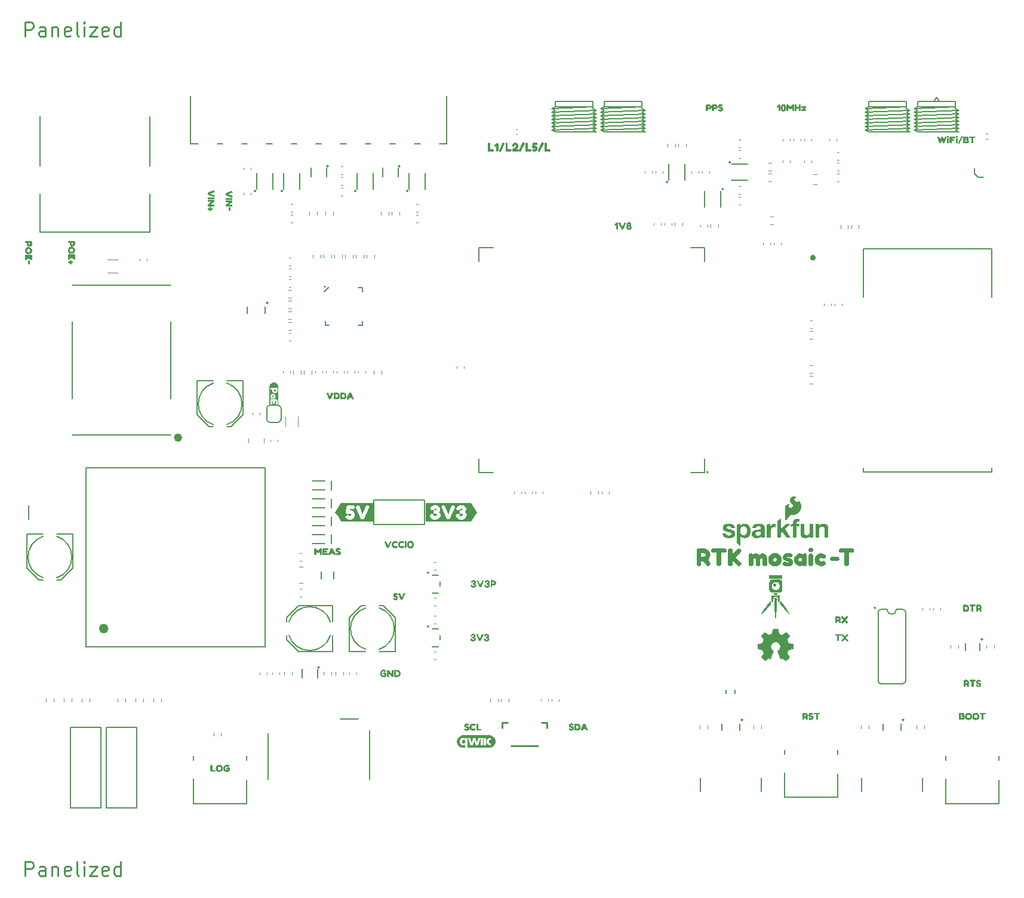
<source format=gto>
%TF.GenerationSoftware,KiCad,Pcbnew,8.0.3*%
%TF.CreationDate,2024-07-26T12:58:37+01:00*%
%TF.ProjectId,SparkFun_RTK_mosaic-T_panelized,53706172-6b46-4756-9e5f-52544b5f6d6f,rev?*%
%TF.SameCoordinates,Original*%
%TF.FileFunction,Legend,Top*%
%TF.FilePolarity,Positive*%
%FSLAX46Y46*%
G04 Gerber Fmt 4.6, Leading zero omitted, Abs format (unit mm)*
G04 Created by KiCad (PCBNEW 8.0.3) date 2024-07-26 12:58:37*
%MOMM*%
%LPD*%
G01*
G04 APERTURE LIST*
%ADD10C,0.150000*%
%ADD11C,0.250000*%
%ADD12C,0.120000*%
%ADD13C,0.000000*%
%ADD14C,0.203200*%
%ADD15C,0.200000*%
%ADD16C,0.152400*%
%ADD17C,0.177800*%
%ADD18C,0.036868*%
%ADD19C,0.400000*%
%ADD20C,0.685000*%
%ADD21C,0.127000*%
%ADD22C,0.037340*%
%ADD23C,0.575000*%
%ADD24C,0.254000*%
G04 APERTURE END LIST*
D10*
X80518000Y95885000D02*
X85852000Y95885000D01*
X93345000Y97917000D02*
X92837000Y97663000D01*
X80010000Y97155000D02*
X80518000Y96901000D01*
X87503000Y100203000D02*
X92837000Y100203000D01*
X124460000Y98679000D02*
X124968000Y98425000D01*
X130302000Y97155000D02*
X130810000Y96901000D01*
X86995000Y99187000D02*
X92837000Y99441000D01*
X131445000Y97663000D02*
X137795000Y97917000D01*
X92837000Y96647000D02*
X93345000Y96393000D01*
X130810000Y97409000D02*
X130302000Y97155000D01*
X80518000Y97409000D02*
X80010000Y97155000D01*
X137287000Y96647000D02*
X137795000Y96393000D01*
X86360000Y98425000D02*
X85852000Y98171000D01*
X124968000Y98425000D02*
X124460000Y98171000D01*
X80010000Y98679000D02*
X80518000Y98425000D01*
X124460000Y98679000D02*
X124968000Y98933000D01*
X92837000Y98679000D02*
X93345000Y98425000D01*
X86995000Y97663000D02*
X93345000Y97917000D01*
X131445000Y97155000D02*
X137795000Y97409000D01*
X131445000Y99187000D02*
X137287000Y99441000D01*
X130302000Y98171000D02*
X130810000Y97917000D01*
X87503000Y98933000D02*
X86995000Y99187000D01*
X86995000Y97155000D02*
X93345000Y97409000D01*
X130810000Y98425000D02*
X130302000Y98171000D01*
X86995000Y98171000D02*
X93345000Y98425000D01*
X92837000Y97155000D02*
X93345000Y96901000D01*
X131953000Y99441000D02*
X131953000Y100203000D01*
X80010000Y98679000D02*
X80518000Y98933000D01*
X131445000Y98679000D02*
X131953000Y98933000D01*
X86995000Y96139000D02*
X93345000Y96393000D01*
X137287000Y96139000D02*
X137795000Y95885000D01*
X130302000Y98679000D02*
X130810000Y98425000D01*
X80010000Y99187000D02*
X80518000Y99441000D01*
X137287000Y98171000D02*
X137795000Y97917000D01*
X86995000Y96139000D02*
X87503000Y95885000D01*
X86995000Y97663000D02*
X87503000Y97409000D01*
X124460000Y97155000D02*
X130810000Y97409000D01*
X87503000Y95885000D02*
X92837000Y95885000D01*
X131445000Y97663000D02*
X131953000Y97409000D01*
X92837000Y99441000D02*
X92837000Y99187000D01*
X124460000Y98171000D02*
X124968000Y97917000D01*
X80010000Y98171000D02*
X86360000Y98425000D01*
X86360000Y95885000D02*
X85852000Y95885000D01*
X137287000Y99441000D02*
X137287000Y99187000D01*
X137795000Y98933000D02*
X137287000Y98679000D01*
X130810000Y95885000D02*
X130302000Y95885000D01*
X124968000Y99441000D02*
X124968000Y100203000D01*
X131953000Y98425000D02*
X131445000Y98171000D01*
X80518000Y97917000D02*
X80010000Y97663000D01*
X137795000Y98425000D02*
X137287000Y98171000D01*
X130302000Y96647000D02*
X130810000Y96393000D01*
X87503000Y97917000D02*
X86995000Y97663000D01*
X124460000Y97155000D02*
X124968000Y96901000D01*
X131445000Y98171000D02*
X131953000Y97917000D01*
X130810000Y98933000D02*
X130302000Y98679000D01*
X137795000Y97409000D02*
X137287000Y97155000D01*
X86360000Y96393000D02*
X85852000Y96139000D01*
X80518000Y96393000D02*
X80010000Y96139000D01*
X131445000Y98171000D02*
X137795000Y98425000D01*
X80010000Y96647000D02*
X80518000Y96393000D01*
X134620000Y100838000D02*
X135001000Y100203000D01*
X130302000Y99441000D02*
X130302000Y99187000D01*
X137287000Y98679000D02*
X137795000Y98425000D01*
X93345000Y97409000D02*
X92837000Y97155000D01*
X131953000Y98933000D02*
X131445000Y99187000D01*
X86995000Y97155000D02*
X87503000Y96901000D01*
X86360000Y96901000D02*
X85852000Y96647000D01*
X130302000Y96139000D02*
X130810000Y95885000D01*
X131445000Y96647000D02*
X131953000Y96393000D01*
X137795000Y96901000D02*
X137287000Y96647000D01*
X124460000Y99187000D02*
X130302000Y99441000D01*
X80010000Y96139000D02*
X86360000Y96393000D01*
X124460000Y96139000D02*
X124968000Y95885000D01*
X93345000Y96901000D02*
X92837000Y96647000D01*
X124460000Y97663000D02*
X124968000Y97409000D01*
X137795000Y96393000D02*
X137287000Y96139000D01*
X86995000Y96647000D02*
X87503000Y96393000D01*
X137287000Y100203000D02*
X137287000Y99441000D01*
X131445000Y96647000D02*
X137795000Y96901000D01*
X131445000Y96139000D02*
X131953000Y95885000D01*
X131953000Y97917000D02*
X131445000Y97663000D01*
X86995000Y99187000D02*
X87503000Y99441000D01*
X137287000Y97663000D02*
X137795000Y97409000D01*
X130302000Y99441000D02*
X124968000Y99441000D01*
X137287000Y99187000D02*
X137795000Y98933000D01*
X80518000Y100203000D02*
X85852000Y100203000D01*
X131953000Y96901000D02*
X131445000Y96647000D01*
X92837000Y98171000D02*
X93345000Y97917000D01*
X130302000Y100203000D02*
X130302000Y99441000D01*
X131445000Y98679000D02*
X137795000Y98933000D01*
X131953000Y100203000D02*
X137287000Y100203000D01*
X85852000Y97663000D02*
X86360000Y97409000D01*
X124968000Y97409000D02*
X124460000Y97155000D01*
X131445000Y98679000D02*
X131953000Y98425000D01*
X124968000Y98933000D02*
X124460000Y99187000D01*
X124968000Y100203000D02*
X130302000Y100203000D01*
X80518000Y98933000D02*
X80010000Y99187000D01*
X80010000Y98171000D02*
X80518000Y97917000D01*
X85852000Y99187000D02*
X86360000Y98933000D01*
X93345000Y96393000D02*
X92837000Y96139000D01*
X86995000Y96647000D02*
X93345000Y96901000D01*
X86360000Y97917000D02*
X85852000Y97663000D01*
X80518000Y99441000D02*
X80518000Y100203000D01*
X92837000Y99187000D02*
X93345000Y98933000D01*
X86995000Y98679000D02*
X93345000Y98933000D01*
X131953000Y95885000D02*
X137287000Y95885000D01*
X93345000Y95885000D02*
X92837000Y95885000D01*
X86360000Y98933000D02*
X85852000Y98679000D01*
X130810000Y96393000D02*
X130302000Y96139000D01*
X80010000Y97155000D02*
X86360000Y97409000D01*
X87503000Y97409000D02*
X86995000Y97155000D01*
X124968000Y96901000D02*
X124460000Y96647000D01*
X85852000Y97155000D02*
X86360000Y96901000D01*
X86360000Y97409000D02*
X85852000Y97155000D01*
X80518000Y96901000D02*
X80010000Y96647000D01*
X93345000Y98933000D02*
X92837000Y98679000D01*
X124968000Y97917000D02*
X124460000Y97663000D01*
X131953000Y96393000D02*
X131445000Y96139000D01*
X137287000Y97155000D02*
X137795000Y96901000D01*
X134620000Y100838000D02*
X134239000Y100203000D01*
X131445000Y97155000D02*
X131953000Y96901000D01*
X80518000Y98425000D02*
X80010000Y98171000D01*
X124460000Y98679000D02*
X130810000Y98933000D01*
X86995000Y98679000D02*
X87503000Y98933000D01*
X131445000Y99187000D02*
X131953000Y99441000D01*
X124460000Y96647000D02*
X130810000Y96901000D01*
X137795000Y97917000D02*
X137287000Y97663000D01*
X137287000Y99441000D02*
X131953000Y99441000D01*
X86995000Y98679000D02*
X87503000Y98425000D01*
X92837000Y100203000D02*
X92837000Y99441000D01*
X137795000Y95885000D02*
X137287000Y95885000D01*
X80010000Y96139000D02*
X80518000Y95885000D01*
X124968000Y96393000D02*
X124460000Y96139000D01*
X130302000Y97663000D02*
X130810000Y97409000D01*
X87503000Y96393000D02*
X86995000Y96139000D01*
X80010000Y99187000D02*
X85852000Y99441000D01*
X85852000Y99441000D02*
X80518000Y99441000D01*
X85852000Y98679000D02*
X86360000Y98425000D01*
X124460000Y96647000D02*
X124968000Y96393000D01*
X92837000Y99441000D02*
X87503000Y99441000D01*
X131445000Y96139000D02*
X137795000Y96393000D01*
X124968000Y95885000D02*
X130302000Y95885000D01*
X80010000Y97663000D02*
X86360000Y97917000D01*
X124460000Y96139000D02*
X130810000Y96393000D01*
X130302000Y99187000D02*
X130810000Y98933000D01*
X124460000Y97663000D02*
X130810000Y97917000D01*
X86995000Y98171000D02*
X87503000Y97917000D01*
X92837000Y97663000D02*
X93345000Y97409000D01*
X130810000Y97917000D02*
X130302000Y97663000D01*
X80010000Y96647000D02*
X86360000Y96901000D01*
X124460000Y98171000D02*
X130810000Y98425000D01*
X85852000Y96139000D02*
X86360000Y95885000D01*
X85852000Y100203000D02*
X85852000Y99441000D01*
X92837000Y96139000D02*
X93345000Y95885000D01*
X130810000Y96901000D02*
X130302000Y96647000D01*
X80010000Y98679000D02*
X86360000Y98933000D01*
X80010000Y97663000D02*
X80518000Y97409000D01*
X85852000Y96647000D02*
X86360000Y96393000D01*
X93345000Y98425000D02*
X92837000Y98171000D01*
X131953000Y97409000D02*
X131445000Y97155000D01*
X87503000Y99441000D02*
X87503000Y100203000D01*
X85852000Y98171000D02*
X86360000Y97917000D01*
X87503000Y96901000D02*
X86995000Y96647000D01*
X87503000Y98425000D02*
X86995000Y98171000D01*
X85852000Y99441000D02*
X85852000Y99187000D01*
X124460000Y99187000D02*
X124968000Y99441000D01*
D11*
X5390663Y-9667238D02*
X5390663Y-7667238D01*
X5390663Y-7667238D02*
X6152568Y-7667238D01*
X6152568Y-7667238D02*
X6343044Y-7762476D01*
X6343044Y-7762476D02*
X6438282Y-7857714D01*
X6438282Y-7857714D02*
X6533520Y-8048190D01*
X6533520Y-8048190D02*
X6533520Y-8333904D01*
X6533520Y-8333904D02*
X6438282Y-8524380D01*
X6438282Y-8524380D02*
X6343044Y-8619619D01*
X6343044Y-8619619D02*
X6152568Y-8714857D01*
X6152568Y-8714857D02*
X5390663Y-8714857D01*
X8247806Y-9667238D02*
X8247806Y-8619619D01*
X8247806Y-8619619D02*
X8152568Y-8429142D01*
X8152568Y-8429142D02*
X7962092Y-8333904D01*
X7962092Y-8333904D02*
X7581139Y-8333904D01*
X7581139Y-8333904D02*
X7390663Y-8429142D01*
X8247806Y-9572000D02*
X8057330Y-9667238D01*
X8057330Y-9667238D02*
X7581139Y-9667238D01*
X7581139Y-9667238D02*
X7390663Y-9572000D01*
X7390663Y-9572000D02*
X7295425Y-9381523D01*
X7295425Y-9381523D02*
X7295425Y-9191047D01*
X7295425Y-9191047D02*
X7390663Y-9000571D01*
X7390663Y-9000571D02*
X7581139Y-8905333D01*
X7581139Y-8905333D02*
X8057330Y-8905333D01*
X8057330Y-8905333D02*
X8247806Y-8810095D01*
X9200187Y-8333904D02*
X9200187Y-9667238D01*
X9200187Y-8524380D02*
X9295425Y-8429142D01*
X9295425Y-8429142D02*
X9485901Y-8333904D01*
X9485901Y-8333904D02*
X9771616Y-8333904D01*
X9771616Y-8333904D02*
X9962092Y-8429142D01*
X9962092Y-8429142D02*
X10057330Y-8619619D01*
X10057330Y-8619619D02*
X10057330Y-9667238D01*
X11771616Y-9572000D02*
X11581140Y-9667238D01*
X11581140Y-9667238D02*
X11200187Y-9667238D01*
X11200187Y-9667238D02*
X11009711Y-9572000D01*
X11009711Y-9572000D02*
X10914473Y-9381523D01*
X10914473Y-9381523D02*
X10914473Y-8619619D01*
X10914473Y-8619619D02*
X11009711Y-8429142D01*
X11009711Y-8429142D02*
X11200187Y-8333904D01*
X11200187Y-8333904D02*
X11581140Y-8333904D01*
X11581140Y-8333904D02*
X11771616Y-8429142D01*
X11771616Y-8429142D02*
X11866854Y-8619619D01*
X11866854Y-8619619D02*
X11866854Y-8810095D01*
X11866854Y-8810095D02*
X10914473Y-9000571D01*
X13009711Y-9667238D02*
X12819235Y-9572000D01*
X12819235Y-9572000D02*
X12723997Y-9381523D01*
X12723997Y-9381523D02*
X12723997Y-7667238D01*
X13771616Y-9667238D02*
X13771616Y-8333904D01*
X13771616Y-7667238D02*
X13676378Y-7762476D01*
X13676378Y-7762476D02*
X13771616Y-7857714D01*
X13771616Y-7857714D02*
X13866854Y-7762476D01*
X13866854Y-7762476D02*
X13771616Y-7667238D01*
X13771616Y-7667238D02*
X13771616Y-7857714D01*
X14533521Y-8333904D02*
X15581140Y-8333904D01*
X15581140Y-8333904D02*
X14533521Y-9667238D01*
X14533521Y-9667238D02*
X15581140Y-9667238D01*
X17104950Y-9572000D02*
X16914474Y-9667238D01*
X16914474Y-9667238D02*
X16533521Y-9667238D01*
X16533521Y-9667238D02*
X16343045Y-9572000D01*
X16343045Y-9572000D02*
X16247807Y-9381523D01*
X16247807Y-9381523D02*
X16247807Y-8619619D01*
X16247807Y-8619619D02*
X16343045Y-8429142D01*
X16343045Y-8429142D02*
X16533521Y-8333904D01*
X16533521Y-8333904D02*
X16914474Y-8333904D01*
X16914474Y-8333904D02*
X17104950Y-8429142D01*
X17104950Y-8429142D02*
X17200188Y-8619619D01*
X17200188Y-8619619D02*
X17200188Y-8810095D01*
X17200188Y-8810095D02*
X16247807Y-9000571D01*
X18914474Y-9667238D02*
X18914474Y-7667238D01*
X18914474Y-9572000D02*
X18723998Y-9667238D01*
X18723998Y-9667238D02*
X18343045Y-9667238D01*
X18343045Y-9667238D02*
X18152569Y-9572000D01*
X18152569Y-9572000D02*
X18057331Y-9476761D01*
X18057331Y-9476761D02*
X17962093Y-9286285D01*
X17962093Y-9286285D02*
X17962093Y-8714857D01*
X17962093Y-8714857D02*
X18057331Y-8524380D01*
X18057331Y-8524380D02*
X18152569Y-8429142D01*
X18152569Y-8429142D02*
X18343045Y-8333904D01*
X18343045Y-8333904D02*
X18723998Y-8333904D01*
X18723998Y-8333904D02*
X18914474Y-8429142D01*
X5390663Y109442762D02*
X5390663Y111442762D01*
X5390663Y111442762D02*
X6152568Y111442762D01*
X6152568Y111442762D02*
X6343044Y111347524D01*
X6343044Y111347524D02*
X6438282Y111252286D01*
X6438282Y111252286D02*
X6533520Y111061810D01*
X6533520Y111061810D02*
X6533520Y110776096D01*
X6533520Y110776096D02*
X6438282Y110585620D01*
X6438282Y110585620D02*
X6343044Y110490381D01*
X6343044Y110490381D02*
X6152568Y110395143D01*
X6152568Y110395143D02*
X5390663Y110395143D01*
X8247806Y109442762D02*
X8247806Y110490381D01*
X8247806Y110490381D02*
X8152568Y110680858D01*
X8152568Y110680858D02*
X7962092Y110776096D01*
X7962092Y110776096D02*
X7581139Y110776096D01*
X7581139Y110776096D02*
X7390663Y110680858D01*
X8247806Y109538000D02*
X8057330Y109442762D01*
X8057330Y109442762D02*
X7581139Y109442762D01*
X7581139Y109442762D02*
X7390663Y109538000D01*
X7390663Y109538000D02*
X7295425Y109728477D01*
X7295425Y109728477D02*
X7295425Y109918953D01*
X7295425Y109918953D02*
X7390663Y110109429D01*
X7390663Y110109429D02*
X7581139Y110204667D01*
X7581139Y110204667D02*
X8057330Y110204667D01*
X8057330Y110204667D02*
X8247806Y110299905D01*
X9200187Y110776096D02*
X9200187Y109442762D01*
X9200187Y110585620D02*
X9295425Y110680858D01*
X9295425Y110680858D02*
X9485901Y110776096D01*
X9485901Y110776096D02*
X9771616Y110776096D01*
X9771616Y110776096D02*
X9962092Y110680858D01*
X9962092Y110680858D02*
X10057330Y110490381D01*
X10057330Y110490381D02*
X10057330Y109442762D01*
X11771616Y109538000D02*
X11581140Y109442762D01*
X11581140Y109442762D02*
X11200187Y109442762D01*
X11200187Y109442762D02*
X11009711Y109538000D01*
X11009711Y109538000D02*
X10914473Y109728477D01*
X10914473Y109728477D02*
X10914473Y110490381D01*
X10914473Y110490381D02*
X11009711Y110680858D01*
X11009711Y110680858D02*
X11200187Y110776096D01*
X11200187Y110776096D02*
X11581140Y110776096D01*
X11581140Y110776096D02*
X11771616Y110680858D01*
X11771616Y110680858D02*
X11866854Y110490381D01*
X11866854Y110490381D02*
X11866854Y110299905D01*
X11866854Y110299905D02*
X10914473Y110109429D01*
X13009711Y109442762D02*
X12819235Y109538000D01*
X12819235Y109538000D02*
X12723997Y109728477D01*
X12723997Y109728477D02*
X12723997Y111442762D01*
X13771616Y109442762D02*
X13771616Y110776096D01*
X13771616Y111442762D02*
X13676378Y111347524D01*
X13676378Y111347524D02*
X13771616Y111252286D01*
X13771616Y111252286D02*
X13866854Y111347524D01*
X13866854Y111347524D02*
X13771616Y111442762D01*
X13771616Y111442762D02*
X13771616Y111252286D01*
X14533521Y110776096D02*
X15581140Y110776096D01*
X15581140Y110776096D02*
X14533521Y109442762D01*
X14533521Y109442762D02*
X15581140Y109442762D01*
X17104950Y109538000D02*
X16914474Y109442762D01*
X16914474Y109442762D02*
X16533521Y109442762D01*
X16533521Y109442762D02*
X16343045Y109538000D01*
X16343045Y109538000D02*
X16247807Y109728477D01*
X16247807Y109728477D02*
X16247807Y110490381D01*
X16247807Y110490381D02*
X16343045Y110680858D01*
X16343045Y110680858D02*
X16533521Y110776096D01*
X16533521Y110776096D02*
X16914474Y110776096D01*
X16914474Y110776096D02*
X17104950Y110680858D01*
X17104950Y110680858D02*
X17200188Y110490381D01*
X17200188Y110490381D02*
X17200188Y110299905D01*
X17200188Y110299905D02*
X16247807Y110109429D01*
X18914474Y109442762D02*
X18914474Y111442762D01*
X18914474Y109538000D02*
X18723998Y109442762D01*
X18723998Y109442762D02*
X18343045Y109442762D01*
X18343045Y109442762D02*
X18152569Y109538000D01*
X18152569Y109538000D02*
X18057331Y109633239D01*
X18057331Y109633239D02*
X17962093Y109823715D01*
X17962093Y109823715D02*
X17962093Y110395143D01*
X17962093Y110395143D02*
X18057331Y110585620D01*
X18057331Y110585620D02*
X18152569Y110680858D01*
X18152569Y110680858D02*
X18343045Y110776096D01*
X18343045Y110776096D02*
X18723998Y110776096D01*
X18723998Y110776096D02*
X18914474Y110680858D01*
D12*
%TO.C,D1*%
X74949164Y96245000D02*
X75164836Y96245000D01*
X74949164Y95525000D02*
X75164836Y95525000D01*
%TO.C,R9*%
X101077500Y11667258D02*
X101077500Y11192742D01*
X102122500Y11667258D02*
X102122500Y11192742D01*
D13*
%TO.C,kibuzzard-66A11F9C*%
G36*
X69425803Y41910000D02*
G01*
X68574428Y40632938D01*
X67978338Y40632938D01*
X67205806Y40632938D01*
X65366035Y40632938D01*
X63506235Y40632938D01*
X62742287Y40632938D01*
X62146197Y40632938D01*
X62146197Y41512289D01*
X62742287Y41512289D01*
X62767720Y41349358D01*
X62844019Y41200097D01*
X62971185Y41064506D01*
X63132368Y40957210D01*
X63310718Y40892833D01*
X63506235Y40871373D01*
X63716536Y40892833D01*
X63901085Y40957210D01*
X64059883Y41064506D01*
X64181486Y41204548D01*
X64254447Y41367161D01*
X64278767Y41552346D01*
X64259454Y41689685D01*
X64201514Y41804134D01*
X64041285Y41958641D01*
X64189354Y42100987D01*
X64238710Y42310572D01*
X64216615Y42464125D01*
X64150330Y42608140D01*
X64041031Y42741187D01*
X64401800Y42741187D01*
X64430413Y42542332D01*
X65108524Y41051631D01*
X65205806Y40944335D01*
X65366035Y40908569D01*
X65513388Y40947196D01*
X65612101Y41051631D01*
X65821652Y41512289D01*
X66441858Y41512289D01*
X66467291Y41349358D01*
X66543590Y41200097D01*
X66670756Y41064506D01*
X66831939Y40957210D01*
X67010289Y40892833D01*
X67205806Y40871373D01*
X67416107Y40892833D01*
X67600656Y40957210D01*
X67759454Y41064506D01*
X67881056Y41204548D01*
X67954018Y41367161D01*
X67978338Y41552346D01*
X67959025Y41689685D01*
X67901085Y41804134D01*
X67740856Y41958641D01*
X67888925Y42100987D01*
X67938281Y42310572D01*
X67916186Y42464125D01*
X67849901Y42608140D01*
X67739426Y42742618D01*
X67591754Y42850709D01*
X67413881Y42915564D01*
X67205806Y42937182D01*
X67047008Y42924306D01*
X66915391Y42889971D01*
X66809526Y42839900D01*
X66725119Y42781245D01*
X66662172Y42719728D01*
X66616393Y42662504D01*
X66587780Y42615293D01*
X66572044Y42583820D01*
X66567752Y42573805D01*
X66526264Y42376381D01*
X66667895Y42219013D01*
X66821130Y42167829D01*
X66941301Y42201210D01*
X67028410Y42319156D01*
X67111385Y42404993D01*
X67234418Y42433605D01*
X67364604Y42397840D01*
X67411815Y42299127D01*
X67370327Y42226166D01*
X67237280Y42207568D01*
X67217251Y42207568D01*
X67125692Y42203276D01*
X67052730Y42178956D01*
X66992644Y42104564D01*
X66974046Y41961502D01*
X66991214Y41835608D01*
X67025549Y41761216D01*
X67089926Y41725451D01*
X67155735Y41712575D01*
X67234418Y41712575D01*
X67399654Y41671087D01*
X67454733Y41546624D01*
X67387494Y41427883D01*
X67208667Y41383534D01*
X67107094Y41399270D01*
X67038424Y41433605D01*
X66995506Y41476524D01*
X66974046Y41510858D01*
X66968324Y41526595D01*
X66885348Y41661073D01*
X66727981Y41692546D01*
X66513388Y41647482D01*
X66441858Y41512289D01*
X65821652Y41512289D01*
X66290212Y42542332D01*
X66323117Y42739757D01*
X66158596Y42877096D01*
X65946865Y42918584D01*
X65812387Y42756924D01*
X65360313Y41643906D01*
X64908238Y42756924D01*
X64776622Y42920014D01*
X64562029Y42877096D01*
X64401800Y42741187D01*
X64041031Y42741187D01*
X64039855Y42742618D01*
X63892183Y42850709D01*
X63714310Y42915564D01*
X63506235Y42937182D01*
X63347437Y42924306D01*
X63215820Y42889971D01*
X63109955Y42839900D01*
X63025549Y42781245D01*
X62962601Y42719728D01*
X62916822Y42662504D01*
X62888210Y42615293D01*
X62872473Y42583820D01*
X62868181Y42573805D01*
X62826693Y42376381D01*
X62968324Y42219013D01*
X63121559Y42167829D01*
X63241730Y42201210D01*
X63328839Y42319156D01*
X63411815Y42404993D01*
X63534848Y42433605D01*
X63665034Y42397840D01*
X63712244Y42299127D01*
X63670756Y42226166D01*
X63537709Y42207568D01*
X63517680Y42207568D01*
X63426121Y42203276D01*
X63353159Y42178956D01*
X63293074Y42104564D01*
X63274476Y41961502D01*
X63291643Y41835608D01*
X63325978Y41761216D01*
X63390355Y41725451D01*
X63456164Y41712575D01*
X63534848Y41712575D01*
X63700084Y41671087D01*
X63755162Y41546624D01*
X63687923Y41427883D01*
X63509096Y41383534D01*
X63407523Y41399270D01*
X63338853Y41433605D01*
X63295935Y41476524D01*
X63274476Y41510858D01*
X63268753Y41526595D01*
X63185777Y41661073D01*
X63028410Y41692546D01*
X62813818Y41647482D01*
X62742287Y41512289D01*
X62146197Y41512289D01*
X62146197Y43187062D01*
X62742287Y43187062D01*
X67978338Y43187062D01*
X68574428Y43187062D01*
X69425803Y41910000D01*
G37*
D14*
%TO.C,SW2*%
X135950000Y6721000D02*
X135950000Y7321000D01*
X135950000Y571000D02*
X135950000Y4071000D01*
X135950000Y571000D02*
X143450000Y571000D01*
X143450000Y6721000D02*
X143450000Y7321000D01*
X143450000Y571000D02*
X143450000Y3921000D01*
%TO.C,U1*%
X124225000Y79315000D02*
X142475000Y79315000D01*
X124225000Y72425000D02*
X124225000Y79315000D01*
X124225000Y47665000D02*
X124225000Y48178500D01*
X142475000Y47665000D02*
X124225000Y47665000D01*
X142475000Y47665000D02*
X142475000Y48178500D01*
X142477000Y72425000D02*
X142477000Y79315000D01*
D12*
%TO.C,L5*%
X117086748Y89889000D02*
X117609252Y89889000D01*
X117086748Y88419000D02*
X117609252Y88419000D01*
%TO.C,C27*%
X46480000Y61657420D02*
X46480000Y61938580D01*
X47500000Y61657420D02*
X47500000Y61938580D01*
%TO.C,C11*%
X43066580Y67312000D02*
X42785420Y67312000D01*
X43066580Y66292000D02*
X42785420Y66292000D01*
%TO.C,C55*%
X112774000Y94601420D02*
X112774000Y94882580D01*
X113794000Y94601420D02*
X113794000Y94882580D01*
%TO.C,C1*%
X120140000Y71233420D02*
X120140000Y71514580D01*
X121160000Y71233420D02*
X121160000Y71514580D01*
D13*
%TO.C,kibuzzard-66A21351*%
G36*
X112415814Y99787534D02*
G01*
X112444426Y99685245D01*
X112444426Y98941325D01*
X112415814Y98841182D01*
X112314240Y98812569D01*
X112214097Y98841182D01*
X112185485Y98942755D01*
X112185485Y99426303D01*
X112171179Y99413428D01*
X112083196Y99371940D01*
X111998074Y99422011D01*
X111953725Y99516432D01*
X111970177Y99562212D01*
X112013811Y99610853D01*
X112195499Y99773943D01*
X112218389Y99792541D01*
X112315671Y99816861D01*
X112415814Y99787534D01*
G37*
G36*
X116086057Y99504987D02*
G01*
X116123969Y99414858D01*
X116086773Y99321868D01*
X115819247Y99075803D01*
X116012381Y99075803D01*
X116061021Y99072941D01*
X116099648Y99058635D01*
X116131122Y99018578D01*
X116141136Y98944186D01*
X116131122Y98870509D01*
X116098933Y98831167D01*
X116060306Y98817577D01*
X116010950Y98815431D01*
X115530263Y98815431D01*
X115439419Y98854057D01*
X115401508Y98945617D01*
X115440134Y99037176D01*
X115714813Y99283242D01*
X115561737Y99283242D01*
X115513096Y99285388D01*
X115473039Y99298979D01*
X115440134Y99339036D01*
X115430120Y99413428D01*
X115440134Y99487104D01*
X115473039Y99526446D01*
X115513096Y99540037D01*
X115561737Y99542183D01*
X115995213Y99542183D01*
X116086057Y99504987D01*
G37*
G36*
X115285628Y99806847D02*
G01*
X115325685Y99773943D01*
X115339276Y99734601D01*
X115341422Y99685245D01*
X115341422Y98947047D01*
X115339276Y98897691D01*
X115325685Y98859064D01*
X115285628Y98826876D01*
X115209805Y98816861D01*
X115135413Y98826876D01*
X115095356Y98859780D01*
X115081765Y98899122D01*
X115079619Y98948478D01*
X115079619Y99204558D01*
X114753439Y99204558D01*
X114753439Y98947047D01*
X114751293Y98897691D01*
X114737702Y98859064D01*
X114697645Y98826876D01*
X114621823Y98816861D01*
X114547431Y98826876D01*
X114507373Y98859780D01*
X114493783Y98899122D01*
X114491637Y98948478D01*
X114491637Y99686675D01*
X114493783Y99734601D01*
X114507373Y99773943D01*
X114547431Y99806847D01*
X114623253Y99816861D01*
X114697645Y99806847D01*
X114737702Y99773943D01*
X114751293Y99734601D01*
X114753439Y99685245D01*
X114753439Y99427734D01*
X115079619Y99427734D01*
X115079619Y99686675D01*
X115081765Y99734601D01*
X115095356Y99773943D01*
X115135413Y99806847D01*
X115211236Y99816861D01*
X115285628Y99806847D01*
G37*
G36*
X114355728Y99805416D02*
G01*
X114395070Y99773227D01*
X114408661Y99733886D01*
X114411522Y99683814D01*
X114411522Y98945617D01*
X114408661Y98896976D01*
X114394355Y98858349D01*
X114355013Y98826876D01*
X114279906Y98816861D01*
X114205514Y98826876D01*
X114165456Y98859780D01*
X114151866Y98899122D01*
X114149720Y98948478D01*
X114149720Y99354773D01*
X113982338Y99127305D01*
X113973754Y99115860D01*
X113960163Y99100123D01*
X113941565Y99085817D01*
X113911522Y99072941D01*
X113872180Y99068649D01*
X113807803Y99083313D01*
X113760592Y99127305D01*
X113594641Y99353342D01*
X113594641Y98945617D01*
X113592495Y98897691D01*
X113578904Y98859064D01*
X113538847Y98826876D01*
X113463024Y98816861D01*
X113389348Y98826876D01*
X113350721Y98859064D01*
X113337130Y98898406D01*
X113334269Y98948478D01*
X113334269Y99686675D01*
X113336415Y99734601D01*
X113350006Y99773227D01*
X113390063Y99805416D01*
X113465886Y99815431D01*
X113503797Y99813285D01*
X113529548Y99809708D01*
X113548146Y99803270D01*
X113560306Y99796117D01*
X113571036Y99785388D01*
X113580335Y99775373D01*
X113872180Y99400552D01*
X114162595Y99773943D01*
X114205514Y99806847D01*
X114281336Y99815431D01*
X114355728Y99805416D01*
G37*
G36*
X112979834Y99821868D02*
G01*
X113056730Y99793971D01*
X113120392Y99752305D01*
X113168318Y99701697D01*
X113204619Y99641969D01*
X113233411Y99572941D01*
X113254155Y99502305D01*
X113266315Y99437748D01*
X113272216Y99375874D01*
X113274183Y99313285D01*
X113272037Y99249086D01*
X113265599Y99185245D01*
X113252903Y99119436D01*
X113231980Y99049336D01*
X113203189Y98981561D01*
X113166887Y98922727D01*
X113119319Y98873013D01*
X113056730Y98832598D01*
X112981265Y98805774D01*
X112895070Y98796833D01*
X112889348Y98797289D01*
X112818890Y98802913D01*
X112750578Y98821153D01*
X112692102Y98850302D01*
X112645428Y98889107D01*
X112575328Y98983528D01*
X112549755Y99037176D01*
X112531694Y99096546D01*
X112511665Y99210280D01*
X112506021Y99313285D01*
X112767745Y99313285D01*
X112775345Y99202501D01*
X112798146Y99123371D01*
X112836147Y99075892D01*
X112889348Y99060066D01*
X112948718Y99079379D01*
X112985199Y99123013D01*
X113003797Y99187391D01*
X113011665Y99250338D01*
X113012381Y99307562D01*
X113012381Y99314715D01*
X113004780Y99426124D01*
X112981980Y99505702D01*
X112943979Y99553449D01*
X112890778Y99569365D01*
X112836951Y99553360D01*
X112798504Y99505345D01*
X112775435Y99425320D01*
X112767745Y99313285D01*
X112506021Y99313285D01*
X112505943Y99314715D01*
X112507731Y99374801D01*
X112513096Y99434887D01*
X112524720Y99498549D01*
X112545285Y99569365D01*
X112574076Y99639107D01*
X112610378Y99699551D01*
X112658661Y99750874D01*
X112723396Y99793256D01*
X112802080Y99821690D01*
X112892209Y99831167D01*
X112979834Y99821868D01*
G37*
D15*
%TO.C,U9*%
X38245000Y87750000D02*
X38245000Y90050000D01*
X40495000Y90050000D02*
X40495000Y87750000D01*
X38070000Y87500000D02*
G75*
G02*
X37870000Y87500000I-100000J0D01*
G01*
X37870000Y87500000D02*
G75*
G02*
X38070000Y87500000I100000J0D01*
G01*
%TO.C,U8*%
X42055000Y87750000D02*
X42055000Y90050000D01*
X44305000Y90050000D02*
X44305000Y87750000D01*
X41880000Y87500000D02*
G75*
G02*
X41680000Y87500000I-100000J0D01*
G01*
X41680000Y87500000D02*
G75*
G02*
X41880000Y87500000I100000J0D01*
G01*
D12*
%TO.C,C38*%
X40130000Y51929420D02*
X40130000Y52210580D01*
X41150000Y51929420D02*
X41150000Y52210580D01*
%TO.C,C8*%
X116980580Y69090000D02*
X116699420Y69090000D01*
X116980580Y68070000D02*
X116699420Y68070000D01*
D14*
%TO.C,JP6*%
X47371000Y32512000D02*
X47371000Y33528000D01*
X49149000Y32512000D02*
X49149000Y33528000D01*
D12*
%TO.C,R37*%
X32116500Y10651258D02*
X32116500Y10176742D01*
X33161500Y10651258D02*
X33161500Y10176742D01*
%TO.C,C23*%
X51052000Y61938580D02*
X51052000Y61657420D01*
X52072000Y61938580D02*
X52072000Y61657420D01*
D16*
%TO.C,JP7*%
X39624000Y55118000D02*
X39624000Y56642000D01*
X40081200Y57099200D02*
X41198800Y57099200D01*
X40081200Y54660800D02*
X41198800Y54660800D01*
X41656000Y56642000D02*
X41656000Y55118000D01*
X39624000Y56642000D02*
G75*
G02*
X40081200Y57099200I457201J-1D01*
G01*
X40081200Y54660800D02*
G75*
G02*
X39624000Y55118000I-3J457197D01*
G01*
X41198800Y57099200D02*
G75*
G02*
X41656000Y56642000I-1J-457201D01*
G01*
X41656000Y55118000D02*
G75*
G02*
X41198800Y54660800I-457200J0D01*
G01*
D12*
%TO.C,R2*%
X141717500Y22622742D02*
X141717500Y23097258D01*
X142762500Y22622742D02*
X142762500Y23097258D01*
D17*
%TO.C,U4*%
X47919000Y68493000D02*
X47919000Y69020000D01*
X48446000Y73874000D02*
X47792000Y73220000D01*
X48446000Y68493000D02*
X47919000Y68493000D01*
X52646000Y73747000D02*
X53173000Y73747000D01*
X53173000Y73747000D02*
X53173000Y73220000D01*
X53173000Y69020000D02*
X53173000Y68493000D01*
X53173000Y68493000D02*
X52646000Y68493000D01*
D15*
X47946000Y73920000D02*
G75*
G02*
X47746000Y73920000I-100000J0D01*
G01*
X47746000Y73920000D02*
G75*
G02*
X47946000Y73920000I100000J0D01*
G01*
D12*
%TO.C,R43*%
X55865500Y84565258D02*
X55865500Y84090742D01*
X56910500Y84565258D02*
X56910500Y84090742D01*
%TO.C,C54*%
X78484000Y15099420D02*
X78484000Y15380580D01*
X79504000Y15099420D02*
X79504000Y15380580D01*
D13*
%TO.C,kibuzzard-66A121D2*%
G36*
X140097711Y18121285D02*
G01*
X140129900Y18109840D01*
X140157082Y18076220D01*
X140165665Y18013273D01*
X140157082Y17950326D01*
X140129185Y17916707D01*
X140096280Y17905262D01*
X140055508Y17903116D01*
X139858083Y17903116D01*
X139858083Y17247894D01*
X139855937Y17199969D01*
X139842346Y17162057D01*
X139802289Y17130584D01*
X139727897Y17120569D01*
X139654220Y17130584D01*
X139615594Y17162773D01*
X139602718Y17201399D01*
X139600572Y17249325D01*
X139600572Y17903116D01*
X139401717Y17903116D01*
X139360944Y17905262D01*
X139328755Y17916707D01*
X139301574Y17950326D01*
X139292990Y18014704D01*
X139301574Y18076936D01*
X139329471Y18109840D01*
X139362375Y18121285D01*
X139403147Y18123431D01*
X140056938Y18123431D01*
X140097711Y18121285D01*
G37*
G36*
X138934800Y18116278D02*
G01*
X138994707Y18099110D01*
X139054435Y18071213D01*
X139112017Y18033302D01*
X139163340Y17982694D01*
X139204292Y17916707D01*
X139231116Y17839275D01*
X139240057Y17754332D01*
X139226069Y17647195D01*
X139184104Y17554682D01*
X139114163Y17476793D01*
X139217167Y17339454D01*
X139255794Y17240741D01*
X139187124Y17156335D01*
X139085551Y17116993D01*
X139005436Y17183516D01*
X138852361Y17390956D01*
X138719313Y17390956D01*
X138719313Y17252186D01*
X138717167Y17202830D01*
X138703577Y17164203D01*
X138663519Y17132014D01*
X138587697Y17122000D01*
X138513305Y17132014D01*
X138473247Y17164918D01*
X138459657Y17204260D01*
X138457511Y17253617D01*
X138457511Y17651328D01*
X138719313Y17651328D01*
X138876681Y17651328D01*
X138945351Y17677079D01*
X138978255Y17755763D01*
X138947496Y17830155D01*
X138873820Y17860197D01*
X138719313Y17860197D01*
X138719313Y17651328D01*
X138457511Y17651328D01*
X138457511Y17991814D01*
X138459657Y18039740D01*
X138473247Y18079082D01*
X138513305Y18111986D01*
X138589127Y18122000D01*
X138876681Y18122000D01*
X138934800Y18116278D01*
G37*
G36*
X140669878Y18128199D02*
G01*
X140760960Y18099587D01*
X140835193Y18051900D01*
X140886695Y17978223D01*
X140852361Y17890240D01*
X140767954Y17820856D01*
X140672103Y17847322D01*
X140655651Y17860913D01*
X140635622Y17877365D01*
X140607725Y17888094D01*
X140560515Y17893102D01*
X140507582Y17875219D01*
X140484692Y17831585D01*
X140509728Y17785090D01*
X140566237Y17760054D01*
X140653505Y17742172D01*
X140745064Y17719997D01*
X140826073Y17682801D01*
X140888841Y17628438D01*
X140929077Y17550827D01*
X140942489Y17443888D01*
X140936409Y17375577D01*
X140918169Y17313702D01*
X140855937Y17217136D01*
X140767954Y17153474D01*
X140669957Y17116993D01*
X140574821Y17106263D01*
X140494707Y17112701D01*
X140427468Y17128438D01*
X140372389Y17152043D01*
X140328040Y17179225D01*
X140293705Y17207122D01*
X140268670Y17232157D01*
X140252933Y17252186D01*
X140244349Y17262200D01*
X140208584Y17355190D01*
X140268670Y17446750D01*
X140328120Y17479813D01*
X140390113Y17470275D01*
X140454649Y17418137D01*
X140512589Y17365920D01*
X140569099Y17352329D01*
X140653505Y17373073D01*
X140679256Y17439597D01*
X140642060Y17483946D01*
X140529757Y17517565D01*
X140461624Y17535984D01*
X140407439Y17555476D01*
X140327325Y17601256D01*
X140270100Y17662773D01*
X140235765Y17740026D01*
X140224320Y17833016D01*
X140234971Y17915753D01*
X140266921Y17988476D01*
X140320172Y18051185D01*
X140389636Y18099269D01*
X140470227Y18128120D01*
X140561946Y18137737D01*
X140669878Y18128199D01*
G37*
D12*
%TO.C,C44*%
X60819420Y84076000D02*
X61100580Y84076000D01*
X60819420Y83056000D02*
X61100580Y83056000D01*
%TO.C,C28*%
X38606000Y19190580D02*
X38606000Y18909420D01*
X39626000Y19190580D02*
X39626000Y18909420D01*
%TO.C,C65*%
X93216000Y90310580D02*
X93216000Y90029420D01*
X94236000Y90310580D02*
X94236000Y90029420D01*
%TO.C,R49*%
X111235258Y91454500D02*
X110760742Y91454500D01*
X111235258Y90409500D02*
X110760742Y90409500D01*
%TO.C,R29*%
X42149500Y18812742D02*
X42149500Y19287258D01*
X43194500Y18812742D02*
X43194500Y19287258D01*
%TO.C,C56*%
X114298000Y94601420D02*
X114298000Y94882580D01*
X115318000Y94601420D02*
X115318000Y94882580D01*
%TO.C,C18*%
X94486000Y82663420D02*
X94486000Y82944580D01*
X95506000Y82663420D02*
X95506000Y82944580D01*
D14*
%TO.C,D6*%
X36830000Y70182600D02*
X36830000Y71041400D01*
X39370000Y71041400D02*
X39370000Y70182600D01*
D15*
X39800200Y71628000D02*
G75*
G02*
X39600200Y71628000I-100000J0D01*
G01*
X39600200Y71628000D02*
G75*
G02*
X39800200Y71628000I100000J0D01*
G01*
D13*
%TO.C,kibuzzard-66A21255*%
G36*
X40885351Y59166966D02*
G01*
X40855308Y59091859D01*
X40780916Y59061101D01*
X40702232Y59094720D01*
X40676481Y59165536D01*
X40676481Y59320042D01*
X40885351Y59320042D01*
X40885351Y59166966D01*
G37*
G36*
X40594220Y58465249D02*
G01*
X40627840Y58384420D01*
X40596366Y58297152D01*
X40511960Y58264248D01*
X40423262Y58302875D01*
X40394649Y58382989D01*
X40423262Y58461673D01*
X40510529Y58498869D01*
X40594220Y58465249D01*
G37*
G36*
X40701395Y60324417D02*
G01*
X40762199Y60315398D01*
X40821826Y60300462D01*
X40879702Y60279754D01*
X40935269Y60253472D01*
X40987993Y60221871D01*
X41037366Y60185254D01*
X41082911Y60143974D01*
X41124191Y60098428D01*
X41160808Y60049056D01*
X41192410Y59996332D01*
X41218691Y59940764D01*
X41239400Y59882888D01*
X41254335Y59823261D01*
X41263355Y59762458D01*
X41266371Y59701062D01*
X41266371Y59581845D01*
X41266371Y57139784D01*
X41266371Y57020567D01*
X40013629Y57020567D01*
X40013629Y57139784D01*
X40013629Y57271401D01*
X40145722Y57271401D01*
X40147868Y57222045D01*
X40161459Y57182703D01*
X40201516Y57149799D01*
X40275908Y57139784D01*
X40351731Y57149799D01*
X40391788Y57181988D01*
X40405379Y57220614D01*
X40407525Y57269970D01*
X40407525Y57666251D01*
X40534850Y57666251D01*
X40534850Y57404448D01*
X40536996Y57357238D01*
X40548441Y57321473D01*
X40581345Y57293576D01*
X40645007Y57285707D01*
X40710100Y57293576D01*
X40744435Y57320757D01*
X40755880Y57355092D01*
X40758026Y57401587D01*
X40758026Y57666251D01*
X40885351Y57666251D01*
X40885351Y57271401D01*
X40887496Y57222045D01*
X40901087Y57182703D01*
X40941144Y57149799D01*
X41015536Y57139784D01*
X41091359Y57149799D01*
X41131416Y57181988D01*
X41145007Y57220614D01*
X41147153Y57269970D01*
X41147153Y57793576D01*
X41119256Y57898726D01*
X41016967Y57928053D01*
X40277339Y57928053D01*
X40227983Y57925907D01*
X40188641Y57912317D01*
X40155737Y57872259D01*
X40145722Y57797867D01*
X40145722Y57271401D01*
X40013629Y57271401D01*
X40013629Y57797867D01*
X40013629Y58380128D01*
X40132847Y58380128D01*
X40144451Y58288330D01*
X40179262Y58201778D01*
X40237282Y58120471D01*
X40314058Y58054901D01*
X40405141Y58015559D01*
X40510529Y58002445D01*
X40610990Y58014765D01*
X40700642Y58051722D01*
X40779485Y58113318D01*
X40840684Y58192558D01*
X40877403Y58282449D01*
X40889642Y58382989D01*
X40877164Y58481225D01*
X40839730Y58569923D01*
X40777339Y58649083D01*
X40697622Y58711077D01*
X40608209Y58748273D01*
X40509099Y58760671D01*
X40406651Y58747478D01*
X40316760Y58707898D01*
X40239428Y58641930D01*
X40180216Y58560067D01*
X40144689Y58472800D01*
X40132847Y58380128D01*
X40013629Y58380128D01*
X40013629Y59451659D01*
X40147153Y59451659D01*
X40157167Y59375836D01*
X40189356Y59335779D01*
X40227983Y59322188D01*
X40277339Y59320042D01*
X40414678Y59320042D01*
X40414678Y59166966D01*
X40420401Y59108490D01*
X40437568Y59047510D01*
X40465465Y58986709D01*
X40503376Y58928769D01*
X40553627Y58877445D01*
X40618541Y58836494D01*
X40694900Y58809670D01*
X40779485Y58800729D01*
X40864428Y58809849D01*
X40941860Y58837209D01*
X41007847Y58878518D01*
X41058455Y58929484D01*
X41096366Y58986709D01*
X41124263Y59046794D01*
X41141431Y59107238D01*
X41147153Y59165536D01*
X41147153Y59450228D01*
X41137139Y59526051D01*
X41104235Y59566108D01*
X41064893Y59579699D01*
X41016967Y59581845D01*
X40278770Y59581845D01*
X40229413Y59579699D01*
X40190072Y59566108D01*
X40157167Y59526051D01*
X40147153Y59451659D01*
X40013629Y59451659D01*
X40013629Y59581845D01*
X40013629Y59701062D01*
X40016645Y59762458D01*
X40025665Y59823261D01*
X40040600Y59882888D01*
X40061309Y59940764D01*
X40087590Y59996332D01*
X40119192Y60049056D01*
X40155809Y60098428D01*
X40197089Y60143974D01*
X40242634Y60185254D01*
X40292007Y60221871D01*
X40344731Y60253472D01*
X40400298Y60279754D01*
X40458174Y60300462D01*
X40517801Y60315398D01*
X40578605Y60324417D01*
X40640000Y60327433D01*
X40701395Y60324417D01*
G37*
D12*
%TO.C,R25*%
X43419500Y62022258D02*
X43419500Y61547742D01*
X44464500Y62022258D02*
X44464500Y61547742D01*
D15*
%TO.C,U10*%
X59835000Y87750000D02*
X59835000Y90050000D01*
X62085000Y90050000D02*
X62085000Y87750000D01*
X59660000Y87500000D02*
G75*
G02*
X59460000Y87500000I-100000J0D01*
G01*
X59460000Y87500000D02*
G75*
G02*
X59660000Y87500000I100000J0D01*
G01*
D17*
%TO.C,U2*%
X69725000Y79500000D02*
X71725000Y79500000D01*
X69725000Y77500000D02*
X69725000Y79500000D01*
X69725000Y47500000D02*
X69725000Y49500000D01*
X71725000Y47500000D02*
X69725000Y47500000D01*
X99725000Y79500000D02*
X101725000Y79500000D01*
X101725000Y79500000D02*
X101725000Y77500000D01*
X101725000Y49500000D02*
X101725000Y47500000D01*
X101725000Y47500000D02*
X99725000Y47500000D01*
D15*
X102225000Y47600000D02*
G75*
G02*
X102025000Y47600000I-100000J0D01*
G01*
X102025000Y47600000D02*
G75*
G02*
X102225000Y47600000I100000J0D01*
G01*
D12*
%TO.C,R32*%
X121016500Y82185742D02*
X121016500Y82660258D01*
X122061500Y82185742D02*
X122061500Y82660258D01*
D14*
%TO.C,C6*%
X51360000Y26950000D02*
X53060000Y28650000D01*
X51360000Y22150000D02*
X51360000Y26950000D01*
X53060000Y28650000D02*
X53660000Y28650000D01*
X53660000Y22150000D02*
X51360000Y22150000D01*
X55560000Y28650000D02*
X56160000Y28650000D01*
X56160000Y28650000D02*
X57860000Y26950000D01*
X57860000Y26950000D02*
X57860000Y22150000D01*
X57860000Y22150000D02*
X55560000Y22150000D01*
X53660000Y22450000D02*
G75*
G02*
X53660000Y28350000I950001J2950000D01*
G01*
X55560000Y28350000D02*
G75*
G02*
X55560000Y22450000I-950001J-2950000D01*
G01*
D12*
%TO.C,C2*%
X118616000Y71233420D02*
X118616000Y71514580D01*
X119636000Y71233420D02*
X119636000Y71514580D01*
%TO.C,R42*%
X23607500Y15002742D02*
X23607500Y15477258D01*
X24652500Y15002742D02*
X24652500Y15477258D01*
%TO.C,R45*%
X96505500Y94217258D02*
X96505500Y93742742D01*
X97550500Y94217258D02*
X97550500Y93742742D01*
%TO.C,C57*%
X120509420Y89918000D02*
X120790580Y89918000D01*
X120509420Y88898000D02*
X120790580Y88898000D01*
%TO.C,R48*%
X98029500Y94217258D02*
X98029500Y93742742D01*
X99074500Y94217258D02*
X99074500Y93742742D01*
%TO.C,L3*%
X44188748Y34130000D02*
X44711252Y34130000D01*
X44188748Y31910000D02*
X44711252Y31910000D01*
%TO.C,L7*%
X120790580Y92966000D02*
X120509420Y92966000D01*
X120790580Y91946000D02*
X120509420Y91946000D01*
%TO.C,C30*%
X40384000Y19190580D02*
X40384000Y18909420D01*
X41404000Y19190580D02*
X41404000Y18909420D01*
D13*
%TO.C,kibuzzard-65776CDC*%
G36*
X73288366Y94394814D02*
G01*
X73386156Y94313613D01*
X73361709Y94200980D01*
X72839580Y93116559D01*
X72764491Y93031866D01*
X72644000Y93055440D01*
X72547956Y93131402D01*
X72567165Y93240542D01*
X73091040Y94335441D01*
X73168748Y94420134D01*
X73288366Y94394814D01*
G37*
G36*
X76124276Y94394814D02*
G01*
X76222066Y94313613D01*
X76197619Y94200980D01*
X75675490Y93116559D01*
X75600401Y93031866D01*
X75479910Y93055440D01*
X75383866Y93131402D01*
X75403075Y93240542D01*
X75926950Y94335441D01*
X76004658Y94420134D01*
X76124276Y94394814D01*
G37*
G36*
X78832710Y94394814D02*
G01*
X78930500Y94313613D01*
X78906052Y94200980D01*
X78383924Y93116559D01*
X78308835Y93031866D01*
X78188344Y93055440D01*
X78092300Y93131402D01*
X78111509Y93240542D01*
X78635384Y94335441D01*
X78713092Y94420134D01*
X78832710Y94394814D01*
G37*
G36*
X72453659Y94306628D02*
G01*
X72488584Y94181771D01*
X72488584Y93273721D01*
X72453659Y93151484D01*
X72329675Y93116559D01*
X72207437Y93151484D01*
X72172512Y93275468D01*
X72172512Y93865700D01*
X72155050Y93849984D01*
X72047656Y93799343D01*
X71943754Y93860461D01*
X71889620Y93975714D01*
X71909702Y94031594D01*
X71962962Y94090966D01*
X72184736Y94290039D01*
X72212676Y94312740D01*
X72331421Y94342426D01*
X72453659Y94306628D01*
G37*
G36*
X71222552Y94330203D02*
G01*
X71271447Y94290039D01*
X71288037Y94242017D01*
X71290656Y94181771D01*
X71290656Y93392466D01*
X71716741Y93392466D01*
X71766509Y93389847D01*
X71806673Y93375877D01*
X71840725Y93334840D01*
X71851202Y93256259D01*
X71840725Y93179424D01*
X71806673Y93137514D01*
X71764763Y93122671D01*
X71714995Y93120051D01*
X71130001Y93120051D01*
X71039196Y93132275D01*
X70990301Y93172439D01*
X70973712Y93220461D01*
X70971092Y93280706D01*
X70971092Y94183518D01*
X70973712Y94242017D01*
X70990301Y94290039D01*
X71039196Y94330203D01*
X71131747Y94342426D01*
X71222552Y94330203D01*
G37*
G36*
X73731914Y94330203D02*
G01*
X73780809Y94290039D01*
X73797398Y94242017D01*
X73800017Y94181771D01*
X73800017Y93392466D01*
X74226102Y93392466D01*
X74275871Y93389847D01*
X74316034Y93375877D01*
X74350086Y93334840D01*
X74360564Y93256259D01*
X74350086Y93179424D01*
X74316034Y93137514D01*
X74274124Y93122671D01*
X74224356Y93120051D01*
X73639362Y93120051D01*
X73548557Y93132275D01*
X73499662Y93172439D01*
X73483073Y93220461D01*
X73480454Y93280706D01*
X73480454Y94183518D01*
X73483073Y94242017D01*
X73499662Y94290039D01*
X73548557Y94330203D01*
X73641109Y94342426D01*
X73731914Y94330203D01*
G37*
G36*
X76567824Y94330203D02*
G01*
X76616719Y94290039D01*
X76633308Y94242017D01*
X76635927Y94181771D01*
X76635927Y93392466D01*
X77062013Y93392466D01*
X77111781Y93389847D01*
X77151944Y93375877D01*
X77185996Y93334840D01*
X77196474Y93256259D01*
X77185996Y93179424D01*
X77151944Y93137514D01*
X77110034Y93122671D01*
X77060266Y93120051D01*
X76475272Y93120051D01*
X76384467Y93132275D01*
X76335572Y93172439D01*
X76318983Y93220461D01*
X76316364Y93280706D01*
X76316364Y94183518D01*
X76318983Y94242017D01*
X76335572Y94290039D01*
X76384467Y94330203D01*
X76477019Y94342426D01*
X76567824Y94330203D01*
G37*
G36*
X79276258Y94330203D02*
G01*
X79325153Y94290039D01*
X79341742Y94242017D01*
X79344361Y94181771D01*
X79344361Y93392466D01*
X79770446Y93392466D01*
X79820214Y93389847D01*
X79860378Y93375877D01*
X79894430Y93334840D01*
X79904908Y93256259D01*
X79894430Y93179424D01*
X79860378Y93137514D01*
X79818468Y93122671D01*
X79768700Y93120051D01*
X79183706Y93120051D01*
X79092901Y93132275D01*
X79044006Y93172439D01*
X79027417Y93220461D01*
X79024798Y93280706D01*
X79024798Y94183518D01*
X79027417Y94242017D01*
X79044006Y94290039D01*
X79092901Y94330203D01*
X79185453Y94342426D01*
X79276258Y94330203D01*
G37*
G36*
X77875765Y94344173D02*
G01*
X77936011Y94340680D01*
X77983159Y94324091D01*
X78022450Y94275196D01*
X78034674Y94180025D01*
X78023323Y94092713D01*
X77985779Y94046437D01*
X77940376Y94030721D01*
X77884496Y94028101D01*
X77615574Y94028101D01*
X77603350Y93935550D01*
X77633036Y93939043D01*
X77641768Y93939043D01*
X77747901Y93925364D01*
X77845109Y93884327D01*
X77933391Y93815932D01*
X78003241Y93729493D01*
X78045151Y93634322D01*
X78059121Y93530420D01*
X78045539Y93414682D01*
X78004793Y93311945D01*
X77936884Y93222207D01*
X77848989Y93152842D01*
X77748289Y93111223D01*
X77634783Y93097350D01*
X77540485Y93104990D01*
X77453173Y93127909D01*
X77334428Y93188155D01*
X77297756Y93219587D01*
X77231399Y93326109D01*
X77296010Y93444854D01*
X77404277Y93504226D01*
X77523023Y93446600D01*
X77624305Y93418660D01*
X77708125Y93444854D01*
X77737811Y93518196D01*
X77706379Y93590666D01*
X77629544Y93619479D01*
X77561440Y93595031D01*
X77463650Y93553121D01*
X77350144Y93588046D01*
X77272436Y93640434D01*
X77250608Y93691075D01*
X77315219Y94187010D01*
X77323950Y94235905D01*
X77344032Y94283927D01*
X77392927Y94330203D01*
X77475874Y94345919D01*
X77875765Y94344173D01*
G37*
G36*
X74985721Y94344949D02*
G01*
X75093407Y94300128D01*
X75188286Y94225428D01*
X75262017Y94129384D01*
X75306255Y94020534D01*
X75321001Y93898879D01*
X75312488Y93810693D01*
X75286949Y93727746D01*
X75247440Y93653531D01*
X75197017Y93591539D01*
X75090496Y93499861D01*
X74985721Y93437869D01*
X75204002Y93437869D01*
X75264248Y93434376D01*
X75311397Y93416914D01*
X75350687Y93368019D01*
X75362911Y93275468D01*
X75350687Y93185536D01*
X75310524Y93137514D01*
X75260756Y93120051D01*
X75200510Y93116559D01*
X74570114Y93116559D01*
X74458354Y93164581D01*
X74411205Y93278960D01*
X74426921Y93367582D01*
X74474070Y93448346D01*
X74534752Y93510556D01*
X74619009Y93574949D01*
X74711123Y93634977D01*
X74795380Y93684090D01*
X74871124Y93732985D01*
X74937699Y93792358D01*
X74984193Y93857842D01*
X74999691Y93925073D01*
X74993579Y93971348D01*
X74955162Y94016751D01*
X74866976Y94040325D01*
X74764821Y94004090D01*
X74730769Y93895386D01*
X74728149Y93839506D01*
X74711560Y93794977D01*
X74662665Y93758306D01*
X74570114Y93746955D01*
X74479309Y93759179D01*
X74430414Y93799343D01*
X74413824Y93847364D01*
X74411205Y93907610D01*
X74425175Y94019176D01*
X74467085Y94123369D01*
X74536935Y94220189D01*
X74629292Y94297800D01*
X74738724Y94344367D01*
X74865230Y94359889D01*
X74985721Y94344949D01*
G37*
D12*
%TO.C,C17*%
X76198000Y44857580D02*
X76198000Y44576420D01*
X77218000Y44857580D02*
X77218000Y44576420D01*
%TO.C,C45*%
X50432580Y90934000D02*
X50151420Y90934000D01*
X50432580Y89914000D02*
X50151420Y89914000D01*
%TO.C,L2*%
X49528000Y61657420D02*
X49528000Y61938580D01*
X50548000Y61657420D02*
X50548000Y61938580D01*
D18*
%TO.C,Ref\u002A\u002A*%
X112065465Y25339218D02*
X112066869Y25339114D01*
X112068265Y25338942D01*
X112069653Y25338704D01*
X112071029Y25338403D01*
X112072393Y25338040D01*
X112073741Y25337615D01*
X112075071Y25337132D01*
X112076382Y25336592D01*
X112077672Y25335997D01*
X112078938Y25335348D01*
X112080178Y25334647D01*
X112081391Y25333896D01*
X112082574Y25333096D01*
X112083724Y25332250D01*
X112084841Y25331359D01*
X112085922Y25330424D01*
X112086965Y25329448D01*
X112087967Y25328431D01*
X112088927Y25327377D01*
X112089843Y25326286D01*
X112090712Y25325161D01*
X112091533Y25324002D01*
X112092303Y25322813D01*
X112093020Y25321593D01*
X112093683Y25320346D01*
X112094288Y25319073D01*
X112094835Y25317776D01*
X112095321Y25316455D01*
X112095743Y25315114D01*
X112096101Y25313754D01*
X112096391Y25312376D01*
X112213079Y24685507D01*
X112213374Y24684118D01*
X112213732Y24682724D01*
X112214629Y24679932D01*
X112215755Y24677148D01*
X112217093Y24674392D01*
X112218629Y24671680D01*
X112220347Y24669032D01*
X112222230Y24666466D01*
X112224264Y24663999D01*
X112226431Y24661650D01*
X112228718Y24659438D01*
X112231107Y24657379D01*
X112233584Y24655493D01*
X112236132Y24653798D01*
X112238736Y24652312D01*
X112240054Y24651653D01*
X112241380Y24651053D01*
X112242712Y24650515D01*
X112244048Y24650040D01*
X112664197Y24478050D01*
X112666807Y24476901D01*
X112669576Y24475941D01*
X112672478Y24475169D01*
X112675489Y24474583D01*
X112678585Y24474181D01*
X112681741Y24473962D01*
X112684934Y24473923D01*
X112688139Y24474064D01*
X112691331Y24474382D01*
X112694486Y24474877D01*
X112697580Y24475545D01*
X112700588Y24476386D01*
X112703486Y24477398D01*
X112706250Y24478579D01*
X112708856Y24479928D01*
X112711278Y24481443D01*
X113234990Y24840834D01*
X113236170Y24841602D01*
X113237385Y24842311D01*
X113238631Y24842960D01*
X113239908Y24843549D01*
X113241211Y24844080D01*
X113242539Y24844552D01*
X113243888Y24844965D01*
X113245256Y24845320D01*
X113246640Y24845617D01*
X113248038Y24845855D01*
X113250864Y24846161D01*
X113253713Y24846237D01*
X113256562Y24846087D01*
X113259391Y24845712D01*
X113262179Y24845115D01*
X113264903Y24844297D01*
X113266235Y24843806D01*
X113267543Y24843260D01*
X113268825Y24842660D01*
X113270078Y24842006D01*
X113271299Y24841298D01*
X113272486Y24840537D01*
X113273635Y24839723D01*
X113274745Y24838855D01*
X113275812Y24837935D01*
X113276835Y24836962D01*
X113717888Y24395909D01*
X113718860Y24394887D01*
X113719779Y24393819D01*
X113720646Y24392709D01*
X113721459Y24391559D01*
X113722218Y24390371D01*
X113722924Y24389149D01*
X113724173Y24386612D01*
X113725206Y24383969D01*
X113726019Y24381242D01*
X113726612Y24378451D01*
X113726983Y24375618D01*
X113727130Y24372765D01*
X113727052Y24369914D01*
X113726746Y24367084D01*
X113726212Y24364299D01*
X113725448Y24361579D01*
X113724979Y24360251D01*
X113724452Y24358946D01*
X113723866Y24357669D01*
X113723222Y24356422D01*
X113722520Y24355207D01*
X113721758Y24354027D01*
X113368635Y23839348D01*
X113367116Y23836916D01*
X113365767Y23834306D01*
X113364591Y23831544D01*
X113363589Y23828652D01*
X113362762Y23825654D01*
X113362113Y23822575D01*
X113361642Y23819437D01*
X113361351Y23816265D01*
X113361242Y23813081D01*
X113361315Y23809911D01*
X113361573Y23806778D01*
X113362017Y23803705D01*
X113362649Y23800715D01*
X113363470Y23797834D01*
X113364481Y23795084D01*
X113365683Y23792489D01*
X113551462Y23359068D01*
X113552523Y23356406D01*
X113553827Y23353769D01*
X113555357Y23351172D01*
X113557093Y23348631D01*
X113559017Y23346161D01*
X113561111Y23343779D01*
X113563356Y23341499D01*
X113565734Y23339339D01*
X113568227Y23337312D01*
X113570815Y23335436D01*
X113573482Y23333725D01*
X113576207Y23332196D01*
X113578974Y23330864D01*
X113581763Y23329745D01*
X113584555Y23328855D01*
X113587334Y23328209D01*
X114193410Y23215503D01*
X114193409Y23215503D01*
X114194783Y23215206D01*
X114196141Y23214843D01*
X114197479Y23214415D01*
X114198796Y23213925D01*
X114200091Y23213373D01*
X114201362Y23212764D01*
X114202606Y23212098D01*
X114203824Y23211378D01*
X114206168Y23209782D01*
X114208380Y23207994D01*
X114210447Y23206029D01*
X114212355Y23203903D01*
X114214089Y23201634D01*
X114215636Y23199237D01*
X114216982Y23196729D01*
X114217576Y23195439D01*
X114218114Y23194127D01*
X114218594Y23192795D01*
X114219016Y23191446D01*
X114219377Y23190081D01*
X114219676Y23188703D01*
X114219911Y23187313D01*
X114220080Y23185914D01*
X114220181Y23184507D01*
X114220213Y23183096D01*
X114220139Y22559324D01*
X114220103Y22557915D01*
X114219999Y22556511D01*
X114219827Y22555113D01*
X114219589Y22553725D01*
X114219287Y22552346D01*
X114218922Y22550981D01*
X114218497Y22549631D01*
X114218013Y22548298D01*
X114217472Y22546985D01*
X114216876Y22545693D01*
X114216225Y22544424D01*
X114215523Y22543181D01*
X114214771Y22541965D01*
X114213970Y22540780D01*
X114213123Y22539626D01*
X114212231Y22538507D01*
X114211295Y22537424D01*
X114210318Y22536379D01*
X114209302Y22535374D01*
X114208247Y22534412D01*
X114207156Y22533494D01*
X114206031Y22532624D01*
X114204873Y22531802D01*
X114203683Y22531031D01*
X114202465Y22530313D01*
X114201219Y22529651D01*
X114199947Y22529046D01*
X114198651Y22528500D01*
X114197333Y22528016D01*
X114195995Y22527595D01*
X114194637Y22527240D01*
X114193262Y22526953D01*
X113602082Y22416939D01*
X113600691Y22416654D01*
X113599296Y22416304D01*
X113597900Y22415892D01*
X113596506Y22415419D01*
X113593731Y22414300D01*
X113590988Y22412964D01*
X113588295Y22411427D01*
X113585670Y22409704D01*
X113583130Y22407812D01*
X113580692Y22405768D01*
X113578376Y22403587D01*
X113576197Y22401286D01*
X113574175Y22398881D01*
X113572326Y22396387D01*
X113570668Y22393823D01*
X113569220Y22391202D01*
X113567998Y22388542D01*
X113567477Y22387203D01*
X113567020Y22385860D01*
X113382459Y21924824D01*
X113381317Y21922201D01*
X113380365Y21919424D01*
X113379601Y21916516D01*
X113379023Y21913501D01*
X113378630Y21910404D01*
X113378419Y21907248D01*
X113378388Y21904057D01*
X113378536Y21900855D01*
X113378861Y21897667D01*
X113379361Y21894516D01*
X113380033Y21891427D01*
X113380877Y21888423D01*
X113381890Y21885529D01*
X113383070Y21882768D01*
X113384416Y21880165D01*
X113385925Y21877744D01*
X113721756Y21388393D01*
X113722524Y21387213D01*
X113723233Y21385998D01*
X113723882Y21384750D01*
X113724472Y21383472D01*
X113725003Y21382167D01*
X113725475Y21380837D01*
X113725888Y21379486D01*
X113726243Y21378115D01*
X113726540Y21376728D01*
X113726779Y21375327D01*
X113727084Y21372495D01*
X113727161Y21369640D01*
X113727011Y21366784D01*
X113726636Y21363948D01*
X113726039Y21361154D01*
X113725220Y21358423D01*
X113724729Y21357088D01*
X113724183Y21355777D01*
X113723583Y21354493D01*
X113722929Y21353238D01*
X113722222Y21352015D01*
X113721460Y21350826D01*
X113720646Y21349675D01*
X113719778Y21348565D01*
X113718858Y21347497D01*
X113717885Y21346474D01*
X113276758Y20905421D01*
X113275742Y20904454D01*
X113274680Y20903540D01*
X113273575Y20902679D01*
X113272430Y20901870D01*
X113271247Y20901113D01*
X113270029Y20900410D01*
X113267498Y20899164D01*
X113264859Y20898133D01*
X113262135Y20897320D01*
X113259345Y20896725D01*
X113256513Y20896352D01*
X113253660Y20896201D01*
X113250807Y20896275D01*
X113247977Y20896576D01*
X113245190Y20897106D01*
X113242468Y20897867D01*
X113241139Y20898334D01*
X113239834Y20898860D01*
X113238556Y20899444D01*
X113237308Y20900087D01*
X113236093Y20900789D01*
X113234913Y20901551D01*
X112754190Y21231484D01*
X112751773Y21232989D01*
X112749185Y21234308D01*
X112746449Y21235442D01*
X112743588Y21236390D01*
X112740626Y21237151D01*
X112737586Y21237724D01*
X112734493Y21238111D01*
X112731369Y21238309D01*
X112728238Y21238319D01*
X112725123Y21238140D01*
X112722049Y21237771D01*
X112719039Y21237213D01*
X112716115Y21236465D01*
X112713303Y21235525D01*
X112710625Y21234395D01*
X112708105Y21233073D01*
X112496113Y21119888D01*
X112494846Y21119285D01*
X112493568Y21118755D01*
X112492281Y21118297D01*
X112490989Y21117911D01*
X112489692Y21117595D01*
X112488394Y21117348D01*
X112487096Y21117170D01*
X112485801Y21117061D01*
X112484511Y21117018D01*
X112483228Y21117042D01*
X112481955Y21117131D01*
X112480693Y21117285D01*
X112479444Y21117503D01*
X112478212Y21117784D01*
X112476998Y21118128D01*
X112475804Y21118533D01*
X112474632Y21118999D01*
X112473486Y21119524D01*
X112472366Y21120109D01*
X112471276Y21120752D01*
X112470217Y21121452D01*
X112469192Y21122209D01*
X112468202Y21123022D01*
X112467251Y21123890D01*
X112466340Y21124813D01*
X112465471Y21125788D01*
X112464647Y21126816D01*
X112463870Y21127896D01*
X112463141Y21129027D01*
X112462464Y21130209D01*
X112461841Y21131439D01*
X112461273Y21132718D01*
X112024202Y22188916D01*
X112023696Y22190230D01*
X112023258Y22191564D01*
X112022885Y22192915D01*
X112022578Y22194281D01*
X112022336Y22195660D01*
X112022157Y22197049D01*
X112022040Y22198445D01*
X112021986Y22199846D01*
X112021992Y22201249D01*
X112022059Y22202652D01*
X112022185Y22204052D01*
X112022370Y22205448D01*
X112022612Y22206835D01*
X112022911Y22208213D01*
X112023266Y22209577D01*
X112023676Y22210927D01*
X112024140Y22212259D01*
X112024658Y22213570D01*
X112025228Y22214859D01*
X112025849Y22216123D01*
X112026522Y22217359D01*
X112027245Y22218564D01*
X112028016Y22219737D01*
X112028836Y22220874D01*
X112029703Y22221974D01*
X112030617Y22223033D01*
X112031577Y22224050D01*
X112032582Y22225021D01*
X112033630Y22225944D01*
X112034722Y22226817D01*
X112035856Y22227637D01*
X112037031Y22228402D01*
X112090085Y22260883D01*
X112093903Y22263315D01*
X112097980Y22266090D01*
X112102239Y22269150D01*
X112106601Y22272432D01*
X112110992Y22275876D01*
X112115333Y22279423D01*
X112119549Y22283011D01*
X112123561Y22286580D01*
X112158681Y22310619D01*
X112192199Y22336719D01*
X112224022Y22364791D01*
X112254059Y22394741D01*
X112282220Y22426481D01*
X112308411Y22459918D01*
X112332542Y22494962D01*
X112354522Y22531522D01*
X112374258Y22569507D01*
X112391659Y22608826D01*
X112406635Y22649387D01*
X112419093Y22691101D01*
X112428941Y22733876D01*
X112436089Y22777621D01*
X112440445Y22822246D01*
X112441917Y22867658D01*
X112441020Y22903158D01*
X112438356Y22938191D01*
X112433969Y22972715D01*
X112427903Y23006687D01*
X112420200Y23040062D01*
X112410905Y23072798D01*
X112400059Y23104851D01*
X112387708Y23136177D01*
X112373894Y23166735D01*
X112358660Y23196479D01*
X112342050Y23225368D01*
X112324108Y23253356D01*
X112304876Y23280403D01*
X112284397Y23306462D01*
X112262716Y23331493D01*
X112239876Y23355450D01*
X112215919Y23378292D01*
X112190890Y23399973D01*
X112164831Y23420452D01*
X112137786Y23439685D01*
X112109799Y23457628D01*
X112080912Y23474238D01*
X112051169Y23489472D01*
X112020614Y23503287D01*
X111989289Y23515638D01*
X111957238Y23526484D01*
X111924504Y23535779D01*
X111891132Y23543482D01*
X111857163Y23549549D01*
X111822642Y23553935D01*
X111787611Y23556599D01*
X111752115Y23557497D01*
X111716619Y23556599D01*
X111681588Y23553935D01*
X111647066Y23549549D01*
X111613097Y23543482D01*
X111579723Y23535779D01*
X111546988Y23526484D01*
X111514937Y23515638D01*
X111483610Y23503287D01*
X111453054Y23489473D01*
X111423309Y23474239D01*
X111394421Y23457628D01*
X111366432Y23439685D01*
X111339385Y23420453D01*
X111313325Y23399974D01*
X111288294Y23378292D01*
X111264336Y23355451D01*
X111241493Y23331493D01*
X111219811Y23306463D01*
X111199331Y23280403D01*
X111180097Y23253357D01*
X111162153Y23225368D01*
X111145541Y23196480D01*
X111130306Y23166735D01*
X111116491Y23136178D01*
X111104138Y23104851D01*
X111093292Y23072798D01*
X111083995Y23040062D01*
X111076292Y23006687D01*
X111070225Y22972715D01*
X111065837Y22938191D01*
X111063173Y22903158D01*
X111062276Y22867658D01*
X111062646Y22844859D01*
X111063748Y22822246D01*
X111065572Y22799829D01*
X111068105Y22777621D01*
X111071337Y22755633D01*
X111075255Y22733876D01*
X111079848Y22712362D01*
X111085106Y22691101D01*
X111091015Y22670106D01*
X111097565Y22649387D01*
X111104745Y22628957D01*
X111112543Y22608826D01*
X111120947Y22589005D01*
X111129947Y22569507D01*
X111149685Y22531522D01*
X111171666Y22494962D01*
X111195798Y22459918D01*
X111221989Y22426481D01*
X111250149Y22394741D01*
X111280184Y22364791D01*
X111312004Y22336719D01*
X111345517Y22310619D01*
X111380631Y22286580D01*
X111384666Y22283011D01*
X111388896Y22279423D01*
X111393246Y22275876D01*
X111397641Y22272432D01*
X111402007Y22269149D01*
X111406269Y22266090D01*
X111410352Y22263315D01*
X111414182Y22260883D01*
X111467234Y22228402D01*
X111468417Y22227637D01*
X111469557Y22226817D01*
X111470654Y22225944D01*
X111471707Y22225021D01*
X111472716Y22224050D01*
X111473679Y22223033D01*
X111475466Y22220874D01*
X111477061Y22218564D01*
X111478459Y22216122D01*
X111479651Y22213570D01*
X111480632Y22210926D01*
X111481394Y22208212D01*
X111481932Y22205447D01*
X111482238Y22202651D01*
X111482306Y22199845D01*
X111482130Y22197048D01*
X111481947Y22195660D01*
X111481702Y22194281D01*
X111481391Y22192915D01*
X111481016Y22191564D01*
X111480574Y22190230D01*
X111480065Y22188916D01*
X111042956Y21132756D01*
X111042388Y21131477D01*
X111041765Y21130247D01*
X111041087Y21129065D01*
X111040358Y21127934D01*
X111039580Y21126853D01*
X111038755Y21125824D01*
X111037886Y21124847D01*
X111036973Y21123924D01*
X111036021Y21123055D01*
X111035030Y21122241D01*
X111034004Y21121482D01*
X111032944Y21120780D01*
X111031852Y21120136D01*
X111030732Y21119550D01*
X111029584Y21119024D01*
X111028412Y21118557D01*
X111027217Y21118151D01*
X111026002Y21117806D01*
X111024770Y21117525D01*
X111023521Y21117306D01*
X111022259Y21117152D01*
X111020985Y21117062D01*
X111019702Y21117039D01*
X111018413Y21117082D01*
X111017119Y21117192D01*
X111015822Y21117371D01*
X111014525Y21117619D01*
X111013230Y21117937D01*
X111011940Y21118326D01*
X111010656Y21118786D01*
X111009380Y21119319D01*
X111008116Y21119926D01*
X110796125Y21233111D01*
X110793611Y21234431D01*
X110790937Y21235559D01*
X110788128Y21236495D01*
X110785207Y21237241D01*
X110782197Y21237797D01*
X110779123Y21238163D01*
X110776008Y21238340D01*
X110772875Y21238328D01*
X110769749Y21238129D01*
X110766653Y21237742D01*
X110763611Y21237169D01*
X110760647Y21236409D01*
X110757784Y21235464D01*
X110755046Y21234334D01*
X110752457Y21233020D01*
X110750040Y21231521D01*
X110269353Y20901589D01*
X110268170Y20900827D01*
X110266952Y20900124D01*
X110265702Y20899481D01*
X110264422Y20898896D01*
X110263115Y20898371D01*
X110261784Y20897903D01*
X110260432Y20897494D01*
X110259061Y20897143D01*
X110257673Y20896849D01*
X110256273Y20896613D01*
X110253441Y20896312D01*
X110250588Y20896238D01*
X110247735Y20896389D01*
X110244903Y20896763D01*
X110242113Y20897358D01*
X110239388Y20898171D01*
X110238056Y20898660D01*
X110236748Y20899202D01*
X110235466Y20899799D01*
X110234215Y20900448D01*
X110232995Y20901152D01*
X110231810Y20901908D01*
X110230662Y20902717D01*
X110229555Y20903578D01*
X110228491Y20904492D01*
X110227472Y20905458D01*
X109786345Y21346512D01*
X109785375Y21347534D01*
X109784458Y21348602D01*
X109783594Y21349713D01*
X109782782Y21350864D01*
X109782024Y21352052D01*
X109781318Y21353275D01*
X109780068Y21355815D01*
X109779034Y21358460D01*
X109778218Y21361191D01*
X109777622Y21363985D01*
X109777248Y21366821D01*
X109777097Y21369678D01*
X109777173Y21372533D01*
X109777476Y21375365D01*
X109778008Y21378153D01*
X109778772Y21380875D01*
X109779242Y21382204D01*
X109779770Y21383510D01*
X109780357Y21384787D01*
X109781003Y21386035D01*
X109781709Y21387250D01*
X109782474Y21388430D01*
X110118269Y21877781D01*
X110119790Y21880203D01*
X110121146Y21882806D01*
X110122334Y21885567D01*
X110123353Y21888461D01*
X110124201Y21891465D01*
X110124876Y21894554D01*
X110125377Y21897705D01*
X110125703Y21900893D01*
X110125850Y21904094D01*
X110125819Y21907285D01*
X110125606Y21910442D01*
X110125211Y21913539D01*
X110124632Y21916554D01*
X110123867Y21919462D01*
X110122914Y21922239D01*
X110121771Y21924862D01*
X109937209Y22385897D01*
X109936755Y22387241D01*
X109936236Y22388580D01*
X109935016Y22391240D01*
X109933567Y22393860D01*
X109931906Y22396425D01*
X109930053Y22398919D01*
X109928025Y22401324D01*
X109925840Y22403625D01*
X109923517Y22405806D01*
X109921073Y22407850D01*
X109918527Y22409742D01*
X109915896Y22411465D01*
X109913199Y22413002D01*
X109910454Y22414339D01*
X109907679Y22415457D01*
X109904892Y22416342D01*
X109903499Y22416692D01*
X109902111Y22416977D01*
X109310930Y22526992D01*
X109309552Y22527279D01*
X109308192Y22527634D01*
X109306851Y22528054D01*
X109305530Y22528538D01*
X109304233Y22529084D01*
X109302960Y22529689D01*
X109301712Y22530352D01*
X109300493Y22531070D01*
X109299303Y22531840D01*
X109298145Y22532662D01*
X109295929Y22534450D01*
X109293858Y22536417D01*
X109291947Y22538545D01*
X109290210Y22540818D01*
X109288659Y22543219D01*
X109287309Y22545731D01*
X109286173Y22548337D01*
X109285691Y22549670D01*
X109285266Y22551020D01*
X109284903Y22552385D01*
X109284602Y22553763D01*
X109284364Y22555152D01*
X109284192Y22556549D01*
X109284088Y22557954D01*
X109284053Y22559362D01*
X109284016Y23183133D01*
X109284051Y23184542D01*
X109284155Y23185945D01*
X109284326Y23187341D01*
X109284563Y23188728D01*
X109284864Y23190104D01*
X109285226Y23191466D01*
X109285649Y23192814D01*
X109286131Y23194143D01*
X109286670Y23195454D01*
X109287265Y23196742D01*
X109287912Y23198008D01*
X109288612Y23199247D01*
X109289362Y23200459D01*
X109290161Y23201642D01*
X109291006Y23202792D01*
X109291897Y23203909D01*
X109292831Y23204990D01*
X109293806Y23206033D01*
X109294822Y23207036D01*
X109295876Y23207997D01*
X109296966Y23208914D01*
X109298092Y23209784D01*
X109299251Y23210607D01*
X109300441Y23211379D01*
X109301661Y23212099D01*
X109302909Y23212765D01*
X109304184Y23213375D01*
X109305483Y23213926D01*
X109306805Y23214416D01*
X109308149Y23214844D01*
X109309512Y23215207D01*
X109310893Y23215504D01*
X109916931Y23328210D01*
X109918324Y23328501D01*
X109919722Y23328856D01*
X109922525Y23329746D01*
X109925322Y23330865D01*
X109928094Y23332197D01*
X109930824Y23333726D01*
X109933492Y23335437D01*
X109936081Y23337313D01*
X109938573Y23339340D01*
X109940949Y23341500D01*
X109943191Y23343780D01*
X109945280Y23346162D01*
X109947199Y23348632D01*
X109948929Y23351173D01*
X109950452Y23353770D01*
X109951750Y23356407D01*
X109952309Y23357736D01*
X109952804Y23359069D01*
X110138619Y23792490D01*
X110139816Y23795085D01*
X110140822Y23797835D01*
X110141638Y23800716D01*
X110142265Y23803705D01*
X110142707Y23806778D01*
X110142964Y23809912D01*
X110143037Y23813082D01*
X110142929Y23816265D01*
X110142640Y23819437D01*
X110142173Y23822575D01*
X110141529Y23825654D01*
X110140709Y23828652D01*
X110139716Y23831544D01*
X110138550Y23834307D01*
X110137213Y23836916D01*
X110135707Y23839349D01*
X109782547Y24354028D01*
X109781779Y24355207D01*
X109781070Y24356422D01*
X109780422Y24357670D01*
X109779832Y24358947D01*
X109779302Y24360251D01*
X109778831Y24361580D01*
X109778419Y24362930D01*
X109778065Y24364300D01*
X109777770Y24365685D01*
X109777532Y24367085D01*
X109777229Y24369914D01*
X109777155Y24372766D01*
X109777306Y24375619D01*
X109777683Y24378451D01*
X109778281Y24381242D01*
X109779099Y24383970D01*
X109779590Y24385303D01*
X109780135Y24386613D01*
X109780735Y24387896D01*
X109781387Y24389150D01*
X109782094Y24390372D01*
X109782853Y24391559D01*
X109783665Y24392709D01*
X109784530Y24393820D01*
X109785448Y24394887D01*
X109786417Y24395910D01*
X110227508Y24836963D01*
X110228527Y24837935D01*
X110229591Y24838856D01*
X110230699Y24839723D01*
X110231846Y24840538D01*
X110233031Y24841299D01*
X110234251Y24842006D01*
X110236784Y24843260D01*
X110239424Y24844297D01*
X110242149Y24845116D01*
X110244939Y24845713D01*
X110247771Y24846088D01*
X110250624Y24846238D01*
X110253477Y24846161D01*
X110256309Y24845856D01*
X110259097Y24845321D01*
X110261820Y24844553D01*
X110263151Y24844081D01*
X110264458Y24843550D01*
X110265738Y24842961D01*
X110266988Y24842311D01*
X110268206Y24841603D01*
X110269389Y24840834D01*
X110793064Y24481444D01*
X110795480Y24479929D01*
X110798080Y24478580D01*
X110800839Y24477399D01*
X110803734Y24476387D01*
X110806739Y24475546D01*
X110809831Y24474877D01*
X110812985Y24474383D01*
X110816176Y24474064D01*
X110819381Y24473924D01*
X110822575Y24473962D01*
X110825734Y24474181D01*
X110828833Y24474583D01*
X110831848Y24475170D01*
X110834754Y24475942D01*
X110837528Y24476902D01*
X110840145Y24478051D01*
X111260331Y24650040D01*
X111263005Y24651054D01*
X111265654Y24652313D01*
X111268261Y24653799D01*
X111270811Y24655494D01*
X111273288Y24657380D01*
X111275677Y24659438D01*
X111277963Y24661651D01*
X111280129Y24664000D01*
X111282161Y24666467D01*
X111284042Y24669033D01*
X111285757Y24671681D01*
X111287291Y24674392D01*
X111288628Y24677149D01*
X111289752Y24679933D01*
X111290648Y24682725D01*
X111291301Y24685508D01*
X111407951Y25312376D01*
X111408242Y25313754D01*
X111408599Y25315114D01*
X111409021Y25316455D01*
X111409507Y25317776D01*
X111410054Y25319073D01*
X111410659Y25320346D01*
X111411321Y25321593D01*
X111412039Y25322813D01*
X111412808Y25324002D01*
X111413629Y25325161D01*
X111415413Y25327377D01*
X111417374Y25329448D01*
X111419496Y25331359D01*
X111421761Y25333096D01*
X111424154Y25334647D01*
X111426658Y25335997D01*
X111427946Y25336592D01*
X111429255Y25337132D01*
X111430583Y25337615D01*
X111431929Y25338040D01*
X111433290Y25338403D01*
X111434664Y25338704D01*
X111436049Y25338942D01*
X111437442Y25339114D01*
X111438843Y25339218D01*
X111440248Y25339253D01*
X112064057Y25339253D01*
X112065465Y25339218D01*
G36*
X112065465Y25339218D02*
G01*
X112066869Y25339114D01*
X112068265Y25338942D01*
X112069653Y25338704D01*
X112071029Y25338403D01*
X112072393Y25338040D01*
X112073741Y25337615D01*
X112075071Y25337132D01*
X112076382Y25336592D01*
X112077672Y25335997D01*
X112078938Y25335348D01*
X112080178Y25334647D01*
X112081391Y25333896D01*
X112082574Y25333096D01*
X112083724Y25332250D01*
X112084841Y25331359D01*
X112085922Y25330424D01*
X112086965Y25329448D01*
X112087967Y25328431D01*
X112088927Y25327377D01*
X112089843Y25326286D01*
X112090712Y25325161D01*
X112091533Y25324002D01*
X112092303Y25322813D01*
X112093020Y25321593D01*
X112093683Y25320346D01*
X112094288Y25319073D01*
X112094835Y25317776D01*
X112095321Y25316455D01*
X112095743Y25315114D01*
X112096101Y25313754D01*
X112096391Y25312376D01*
X112213079Y24685507D01*
X112213374Y24684118D01*
X112213732Y24682724D01*
X112214629Y24679932D01*
X112215755Y24677148D01*
X112217093Y24674392D01*
X112218629Y24671680D01*
X112220347Y24669032D01*
X112222230Y24666466D01*
X112224264Y24663999D01*
X112226431Y24661650D01*
X112228718Y24659438D01*
X112231107Y24657379D01*
X112233584Y24655493D01*
X112236132Y24653798D01*
X112238736Y24652312D01*
X112240054Y24651653D01*
X112241380Y24651053D01*
X112242712Y24650515D01*
X112244048Y24650040D01*
X112664197Y24478050D01*
X112666807Y24476901D01*
X112669576Y24475941D01*
X112672478Y24475169D01*
X112675489Y24474583D01*
X112678585Y24474181D01*
X112681741Y24473962D01*
X112684934Y24473923D01*
X112688139Y24474064D01*
X112691331Y24474382D01*
X112694486Y24474877D01*
X112697580Y24475545D01*
X112700588Y24476386D01*
X112703486Y24477398D01*
X112706250Y24478579D01*
X112708856Y24479928D01*
X112711278Y24481443D01*
X113234990Y24840834D01*
X113236170Y24841602D01*
X113237385Y24842311D01*
X113238631Y24842960D01*
X113239908Y24843549D01*
X113241211Y24844080D01*
X113242539Y24844552D01*
X113243888Y24844965D01*
X113245256Y24845320D01*
X113246640Y24845617D01*
X113248038Y24845855D01*
X113250864Y24846161D01*
X113253713Y24846237D01*
X113256562Y24846087D01*
X113259391Y24845712D01*
X113262179Y24845115D01*
X113264903Y24844297D01*
X113266235Y24843806D01*
X113267543Y24843260D01*
X113268825Y24842660D01*
X113270078Y24842006D01*
X113271299Y24841298D01*
X113272486Y24840537D01*
X113273635Y24839723D01*
X113274745Y24838855D01*
X113275812Y24837935D01*
X113276835Y24836962D01*
X113717888Y24395909D01*
X113718860Y24394887D01*
X113719779Y24393819D01*
X113720646Y24392709D01*
X113721459Y24391559D01*
X113722218Y24390371D01*
X113722924Y24389149D01*
X113724173Y24386612D01*
X113725206Y24383969D01*
X113726019Y24381242D01*
X113726612Y24378451D01*
X113726983Y24375618D01*
X113727130Y24372765D01*
X113727052Y24369914D01*
X113726746Y24367084D01*
X113726212Y24364299D01*
X113725448Y24361579D01*
X113724979Y24360251D01*
X113724452Y24358946D01*
X113723866Y24357669D01*
X113723222Y24356422D01*
X113722520Y24355207D01*
X113721758Y24354027D01*
X113368635Y23839348D01*
X113367116Y23836916D01*
X113365767Y23834306D01*
X113364591Y23831544D01*
X113363589Y23828652D01*
X113362762Y23825654D01*
X113362113Y23822575D01*
X113361642Y23819437D01*
X113361351Y23816265D01*
X113361242Y23813081D01*
X113361315Y23809911D01*
X113361573Y23806778D01*
X113362017Y23803705D01*
X113362649Y23800715D01*
X113363470Y23797834D01*
X113364481Y23795084D01*
X113365683Y23792489D01*
X113551462Y23359068D01*
X113552523Y23356406D01*
X113553827Y23353769D01*
X113555357Y23351172D01*
X113557093Y23348631D01*
X113559017Y23346161D01*
X113561111Y23343779D01*
X113563356Y23341499D01*
X113565734Y23339339D01*
X113568227Y23337312D01*
X113570815Y23335436D01*
X113573482Y23333725D01*
X113576207Y23332196D01*
X113578974Y23330864D01*
X113581763Y23329745D01*
X113584555Y23328855D01*
X113587334Y23328209D01*
X114193410Y23215503D01*
X114193409Y23215503D01*
X114194783Y23215206D01*
X114196141Y23214843D01*
X114197479Y23214415D01*
X114198796Y23213925D01*
X114200091Y23213373D01*
X114201362Y23212764D01*
X114202606Y23212098D01*
X114203824Y23211378D01*
X114206168Y23209782D01*
X114208380Y23207994D01*
X114210447Y23206029D01*
X114212355Y23203903D01*
X114214089Y23201634D01*
X114215636Y23199237D01*
X114216982Y23196729D01*
X114217576Y23195439D01*
X114218114Y23194127D01*
X114218594Y23192795D01*
X114219016Y23191446D01*
X114219377Y23190081D01*
X114219676Y23188703D01*
X114219911Y23187313D01*
X114220080Y23185914D01*
X114220181Y23184507D01*
X114220213Y23183096D01*
X114220139Y22559324D01*
X114220103Y22557915D01*
X114219999Y22556511D01*
X114219827Y22555113D01*
X114219589Y22553725D01*
X114219287Y22552346D01*
X114218922Y22550981D01*
X114218497Y22549631D01*
X114218013Y22548298D01*
X114217472Y22546985D01*
X114216876Y22545693D01*
X114216225Y22544424D01*
X114215523Y22543181D01*
X114214771Y22541965D01*
X114213970Y22540780D01*
X114213123Y22539626D01*
X114212231Y22538507D01*
X114211295Y22537424D01*
X114210318Y22536379D01*
X114209302Y22535374D01*
X114208247Y22534412D01*
X114207156Y22533494D01*
X114206031Y22532624D01*
X114204873Y22531802D01*
X114203683Y22531031D01*
X114202465Y22530313D01*
X114201219Y22529651D01*
X114199947Y22529046D01*
X114198651Y22528500D01*
X114197333Y22528016D01*
X114195995Y22527595D01*
X114194637Y22527240D01*
X114193262Y22526953D01*
X113602082Y22416939D01*
X113600691Y22416654D01*
X113599296Y22416304D01*
X113597900Y22415892D01*
X113596506Y22415419D01*
X113593731Y22414300D01*
X113590988Y22412964D01*
X113588295Y22411427D01*
X113585670Y22409704D01*
X113583130Y22407812D01*
X113580692Y22405768D01*
X113578376Y22403587D01*
X113576197Y22401286D01*
X113574175Y22398881D01*
X113572326Y22396387D01*
X113570668Y22393823D01*
X113569220Y22391202D01*
X113567998Y22388542D01*
X113567477Y22387203D01*
X113567020Y22385860D01*
X113382459Y21924824D01*
X113381317Y21922201D01*
X113380365Y21919424D01*
X113379601Y21916516D01*
X113379023Y21913501D01*
X113378630Y21910404D01*
X113378419Y21907248D01*
X113378388Y21904057D01*
X113378536Y21900855D01*
X113378861Y21897667D01*
X113379361Y21894516D01*
X113380033Y21891427D01*
X113380877Y21888423D01*
X113381890Y21885529D01*
X113383070Y21882768D01*
X113384416Y21880165D01*
X113385925Y21877744D01*
X113721756Y21388393D01*
X113722524Y21387213D01*
X113723233Y21385998D01*
X113723882Y21384750D01*
X113724472Y21383472D01*
X113725003Y21382167D01*
X113725475Y21380837D01*
X113725888Y21379486D01*
X113726243Y21378115D01*
X113726540Y21376728D01*
X113726779Y21375327D01*
X113727084Y21372495D01*
X113727161Y21369640D01*
X113727011Y21366784D01*
X113726636Y21363948D01*
X113726039Y21361154D01*
X113725220Y21358423D01*
X113724729Y21357088D01*
X113724183Y21355777D01*
X113723583Y21354493D01*
X113722929Y21353238D01*
X113722222Y21352015D01*
X113721460Y21350826D01*
X113720646Y21349675D01*
X113719778Y21348565D01*
X113718858Y21347497D01*
X113717885Y21346474D01*
X113276758Y20905421D01*
X113275742Y20904454D01*
X113274680Y20903540D01*
X113273575Y20902679D01*
X113272430Y20901870D01*
X113271247Y20901113D01*
X113270029Y20900410D01*
X113267498Y20899164D01*
X113264859Y20898133D01*
X113262135Y20897320D01*
X113259345Y20896725D01*
X113256513Y20896352D01*
X113253660Y20896201D01*
X113250807Y20896275D01*
X113247977Y20896576D01*
X113245190Y20897106D01*
X113242468Y20897867D01*
X113241139Y20898334D01*
X113239834Y20898860D01*
X113238556Y20899444D01*
X113237308Y20900087D01*
X113236093Y20900789D01*
X113234913Y20901551D01*
X112754190Y21231484D01*
X112751773Y21232989D01*
X112749185Y21234308D01*
X112746449Y21235442D01*
X112743588Y21236390D01*
X112740626Y21237151D01*
X112737586Y21237724D01*
X112734493Y21238111D01*
X112731369Y21238309D01*
X112728238Y21238319D01*
X112725123Y21238140D01*
X112722049Y21237771D01*
X112719039Y21237213D01*
X112716115Y21236465D01*
X112713303Y21235525D01*
X112710625Y21234395D01*
X112708105Y21233073D01*
X112496113Y21119888D01*
X112494846Y21119285D01*
X112493568Y21118755D01*
X112492281Y21118297D01*
X112490989Y21117911D01*
X112489692Y21117595D01*
X112488394Y21117348D01*
X112487096Y21117170D01*
X112485801Y21117061D01*
X112484511Y21117018D01*
X112483228Y21117042D01*
X112481955Y21117131D01*
X112480693Y21117285D01*
X112479444Y21117503D01*
X112478212Y21117784D01*
X112476998Y21118128D01*
X112475804Y21118533D01*
X112474632Y21118999D01*
X112473486Y21119524D01*
X112472366Y21120109D01*
X112471276Y21120752D01*
X112470217Y21121452D01*
X112469192Y21122209D01*
X112468202Y21123022D01*
X112467251Y21123890D01*
X112466340Y21124813D01*
X112465471Y21125788D01*
X112464647Y21126816D01*
X112463870Y21127896D01*
X112463141Y21129027D01*
X112462464Y21130209D01*
X112461841Y21131439D01*
X112461273Y21132718D01*
X112024202Y22188916D01*
X112023696Y22190230D01*
X112023258Y22191564D01*
X112022885Y22192915D01*
X112022578Y22194281D01*
X112022336Y22195660D01*
X112022157Y22197049D01*
X112022040Y22198445D01*
X112021986Y22199846D01*
X112021992Y22201249D01*
X112022059Y22202652D01*
X112022185Y22204052D01*
X112022370Y22205448D01*
X112022612Y22206835D01*
X112022911Y22208213D01*
X112023266Y22209577D01*
X112023676Y22210927D01*
X112024140Y22212259D01*
X112024658Y22213570D01*
X112025228Y22214859D01*
X112025849Y22216123D01*
X112026522Y22217359D01*
X112027245Y22218564D01*
X112028016Y22219737D01*
X112028836Y22220874D01*
X112029703Y22221974D01*
X112030617Y22223033D01*
X112031577Y22224050D01*
X112032582Y22225021D01*
X112033630Y22225944D01*
X112034722Y22226817D01*
X112035856Y22227637D01*
X112037031Y22228402D01*
X112090085Y22260883D01*
X112093903Y22263315D01*
X112097980Y22266090D01*
X112102239Y22269150D01*
X112106601Y22272432D01*
X112110992Y22275876D01*
X112115333Y22279423D01*
X112119549Y22283011D01*
X112123561Y22286580D01*
X112158681Y22310619D01*
X112192199Y22336719D01*
X112224022Y22364791D01*
X112254059Y22394741D01*
X112282220Y22426481D01*
X112308411Y22459918D01*
X112332542Y22494962D01*
X112354522Y22531522D01*
X112374258Y22569507D01*
X112391659Y22608826D01*
X112406635Y22649387D01*
X112419093Y22691101D01*
X112428941Y22733876D01*
X112436089Y22777621D01*
X112440445Y22822246D01*
X112441917Y22867658D01*
X112441020Y22903158D01*
X112438356Y22938191D01*
X112433969Y22972715D01*
X112427903Y23006687D01*
X112420200Y23040062D01*
X112410905Y23072798D01*
X112400059Y23104851D01*
X112387708Y23136177D01*
X112373894Y23166735D01*
X112358660Y23196479D01*
X112342050Y23225368D01*
X112324108Y23253356D01*
X112304876Y23280403D01*
X112284397Y23306462D01*
X112262716Y23331493D01*
X112239876Y23355450D01*
X112215919Y23378292D01*
X112190890Y23399973D01*
X112164831Y23420452D01*
X112137786Y23439685D01*
X112109799Y23457628D01*
X112080912Y23474238D01*
X112051169Y23489472D01*
X112020614Y23503287D01*
X111989289Y23515638D01*
X111957238Y23526484D01*
X111924504Y23535779D01*
X111891132Y23543482D01*
X111857163Y23549549D01*
X111822642Y23553935D01*
X111787611Y23556599D01*
X111752115Y23557497D01*
X111716619Y23556599D01*
X111681588Y23553935D01*
X111647066Y23549549D01*
X111613097Y23543482D01*
X111579723Y23535779D01*
X111546988Y23526484D01*
X111514937Y23515638D01*
X111483610Y23503287D01*
X111453054Y23489473D01*
X111423309Y23474239D01*
X111394421Y23457628D01*
X111366432Y23439685D01*
X111339385Y23420453D01*
X111313325Y23399974D01*
X111288294Y23378292D01*
X111264336Y23355451D01*
X111241493Y23331493D01*
X111219811Y23306463D01*
X111199331Y23280403D01*
X111180097Y23253357D01*
X111162153Y23225368D01*
X111145541Y23196480D01*
X111130306Y23166735D01*
X111116491Y23136178D01*
X111104138Y23104851D01*
X111093292Y23072798D01*
X111083995Y23040062D01*
X111076292Y23006687D01*
X111070225Y22972715D01*
X111065837Y22938191D01*
X111063173Y22903158D01*
X111062276Y22867658D01*
X111062646Y22844859D01*
X111063748Y22822246D01*
X111065572Y22799829D01*
X111068105Y22777621D01*
X111071337Y22755633D01*
X111075255Y22733876D01*
X111079848Y22712362D01*
X111085106Y22691101D01*
X111091015Y22670106D01*
X111097565Y22649387D01*
X111104745Y22628957D01*
X111112543Y22608826D01*
X111120947Y22589005D01*
X111129947Y22569507D01*
X111149685Y22531522D01*
X111171666Y22494962D01*
X111195798Y22459918D01*
X111221989Y22426481D01*
X111250149Y22394741D01*
X111280184Y22364791D01*
X111312004Y22336719D01*
X111345517Y22310619D01*
X111380631Y22286580D01*
X111384666Y22283011D01*
X111388896Y22279423D01*
X111393246Y22275876D01*
X111397641Y22272432D01*
X111402007Y22269149D01*
X111406269Y22266090D01*
X111410352Y22263315D01*
X111414182Y22260883D01*
X111467234Y22228402D01*
X111468417Y22227637D01*
X111469557Y22226817D01*
X111470654Y22225944D01*
X111471707Y22225021D01*
X111472716Y22224050D01*
X111473679Y22223033D01*
X111475466Y22220874D01*
X111477061Y22218564D01*
X111478459Y22216122D01*
X111479651Y22213570D01*
X111480632Y22210926D01*
X111481394Y22208212D01*
X111481932Y22205447D01*
X111482238Y22202651D01*
X111482306Y22199845D01*
X111482130Y22197048D01*
X111481947Y22195660D01*
X111481702Y22194281D01*
X111481391Y22192915D01*
X111481016Y22191564D01*
X111480574Y22190230D01*
X111480065Y22188916D01*
X111042956Y21132756D01*
X111042388Y21131477D01*
X111041765Y21130247D01*
X111041087Y21129065D01*
X111040358Y21127934D01*
X111039580Y21126853D01*
X111038755Y21125824D01*
X111037886Y21124847D01*
X111036973Y21123924D01*
X111036021Y21123055D01*
X111035030Y21122241D01*
X111034004Y21121482D01*
X111032944Y21120780D01*
X111031852Y21120136D01*
X111030732Y21119550D01*
X111029584Y21119024D01*
X111028412Y21118557D01*
X111027217Y21118151D01*
X111026002Y21117806D01*
X111024770Y21117525D01*
X111023521Y21117306D01*
X111022259Y21117152D01*
X111020985Y21117062D01*
X111019702Y21117039D01*
X111018413Y21117082D01*
X111017119Y21117192D01*
X111015822Y21117371D01*
X111014525Y21117619D01*
X111013230Y21117937D01*
X111011940Y21118326D01*
X111010656Y21118786D01*
X111009380Y21119319D01*
X111008116Y21119926D01*
X110796125Y21233111D01*
X110793611Y21234431D01*
X110790937Y21235559D01*
X110788128Y21236495D01*
X110785207Y21237241D01*
X110782197Y21237797D01*
X110779123Y21238163D01*
X110776008Y21238340D01*
X110772875Y21238328D01*
X110769749Y21238129D01*
X110766653Y21237742D01*
X110763611Y21237169D01*
X110760647Y21236409D01*
X110757784Y21235464D01*
X110755046Y21234334D01*
X110752457Y21233020D01*
X110750040Y21231521D01*
X110269353Y20901589D01*
X110268170Y20900827D01*
X110266952Y20900124D01*
X110265702Y20899481D01*
X110264422Y20898896D01*
X110263115Y20898371D01*
X110261784Y20897903D01*
X110260432Y20897494D01*
X110259061Y20897143D01*
X110257673Y20896849D01*
X110256273Y20896613D01*
X110253441Y20896312D01*
X110250588Y20896238D01*
X110247735Y20896389D01*
X110244903Y20896763D01*
X110242113Y20897358D01*
X110239388Y20898171D01*
X110238056Y20898660D01*
X110236748Y20899202D01*
X110235466Y20899799D01*
X110234215Y20900448D01*
X110232995Y20901152D01*
X110231810Y20901908D01*
X110230662Y20902717D01*
X110229555Y20903578D01*
X110228491Y20904492D01*
X110227472Y20905458D01*
X109786345Y21346512D01*
X109785375Y21347534D01*
X109784458Y21348602D01*
X109783594Y21349713D01*
X109782782Y21350864D01*
X109782024Y21352052D01*
X109781318Y21353275D01*
X109780068Y21355815D01*
X109779034Y21358460D01*
X109778218Y21361191D01*
X109777622Y21363985D01*
X109777248Y21366821D01*
X109777097Y21369678D01*
X109777173Y21372533D01*
X109777476Y21375365D01*
X109778008Y21378153D01*
X109778772Y21380875D01*
X109779242Y21382204D01*
X109779770Y21383510D01*
X109780357Y21384787D01*
X109781003Y21386035D01*
X109781709Y21387250D01*
X109782474Y21388430D01*
X110118269Y21877781D01*
X110119790Y21880203D01*
X110121146Y21882806D01*
X110122334Y21885567D01*
X110123353Y21888461D01*
X110124201Y21891465D01*
X110124876Y21894554D01*
X110125377Y21897705D01*
X110125703Y21900893D01*
X110125850Y21904094D01*
X110125819Y21907285D01*
X110125606Y21910442D01*
X110125211Y21913539D01*
X110124632Y21916554D01*
X110123867Y21919462D01*
X110122914Y21922239D01*
X110121771Y21924862D01*
X109937209Y22385897D01*
X109936755Y22387241D01*
X109936236Y22388580D01*
X109935016Y22391240D01*
X109933567Y22393860D01*
X109931906Y22396425D01*
X109930053Y22398919D01*
X109928025Y22401324D01*
X109925840Y22403625D01*
X109923517Y22405806D01*
X109921073Y22407850D01*
X109918527Y22409742D01*
X109915896Y22411465D01*
X109913199Y22413002D01*
X109910454Y22414339D01*
X109907679Y22415457D01*
X109904892Y22416342D01*
X109903499Y22416692D01*
X109902111Y22416977D01*
X109310930Y22526992D01*
X109309552Y22527279D01*
X109308192Y22527634D01*
X109306851Y22528054D01*
X109305530Y22528538D01*
X109304233Y22529084D01*
X109302960Y22529689D01*
X109301712Y22530352D01*
X109300493Y22531070D01*
X109299303Y22531840D01*
X109298145Y22532662D01*
X109295929Y22534450D01*
X109293858Y22536417D01*
X109291947Y22538545D01*
X109290210Y22540818D01*
X109288659Y22543219D01*
X109287309Y22545731D01*
X109286173Y22548337D01*
X109285691Y22549670D01*
X109285266Y22551020D01*
X109284903Y22552385D01*
X109284602Y22553763D01*
X109284364Y22555152D01*
X109284192Y22556549D01*
X109284088Y22557954D01*
X109284053Y22559362D01*
X109284016Y23183133D01*
X109284051Y23184542D01*
X109284155Y23185945D01*
X109284326Y23187341D01*
X109284563Y23188728D01*
X109284864Y23190104D01*
X109285226Y23191466D01*
X109285649Y23192814D01*
X109286131Y23194143D01*
X109286670Y23195454D01*
X109287265Y23196742D01*
X109287912Y23198008D01*
X109288612Y23199247D01*
X109289362Y23200459D01*
X109290161Y23201642D01*
X109291006Y23202792D01*
X109291897Y23203909D01*
X109292831Y23204990D01*
X109293806Y23206033D01*
X109294822Y23207036D01*
X109295876Y23207997D01*
X109296966Y23208914D01*
X109298092Y23209784D01*
X109299251Y23210607D01*
X109300441Y23211379D01*
X109301661Y23212099D01*
X109302909Y23212765D01*
X109304184Y23213375D01*
X109305483Y23213926D01*
X109306805Y23214416D01*
X109308149Y23214844D01*
X109309512Y23215207D01*
X109310893Y23215504D01*
X109916931Y23328210D01*
X109918324Y23328501D01*
X109919722Y23328856D01*
X109922525Y23329746D01*
X109925322Y23330865D01*
X109928094Y23332197D01*
X109930824Y23333726D01*
X109933492Y23335437D01*
X109936081Y23337313D01*
X109938573Y23339340D01*
X109940949Y23341500D01*
X109943191Y23343780D01*
X109945280Y23346162D01*
X109947199Y23348632D01*
X109948929Y23351173D01*
X109950452Y23353770D01*
X109951750Y23356407D01*
X109952309Y23357736D01*
X109952804Y23359069D01*
X110138619Y23792490D01*
X110139816Y23795085D01*
X110140822Y23797835D01*
X110141638Y23800716D01*
X110142265Y23803705D01*
X110142707Y23806778D01*
X110142964Y23809912D01*
X110143037Y23813082D01*
X110142929Y23816265D01*
X110142640Y23819437D01*
X110142173Y23822575D01*
X110141529Y23825654D01*
X110140709Y23828652D01*
X110139716Y23831544D01*
X110138550Y23834307D01*
X110137213Y23836916D01*
X110135707Y23839349D01*
X109782547Y24354028D01*
X109781779Y24355207D01*
X109781070Y24356422D01*
X109780422Y24357670D01*
X109779832Y24358947D01*
X109779302Y24360251D01*
X109778831Y24361580D01*
X109778419Y24362930D01*
X109778065Y24364300D01*
X109777770Y24365685D01*
X109777532Y24367085D01*
X109777229Y24369914D01*
X109777155Y24372766D01*
X109777306Y24375619D01*
X109777683Y24378451D01*
X109778281Y24381242D01*
X109779099Y24383970D01*
X109779590Y24385303D01*
X109780135Y24386613D01*
X109780735Y24387896D01*
X109781387Y24389150D01*
X109782094Y24390372D01*
X109782853Y24391559D01*
X109783665Y24392709D01*
X109784530Y24393820D01*
X109785448Y24394887D01*
X109786417Y24395910D01*
X110227508Y24836963D01*
X110228527Y24837935D01*
X110229591Y24838856D01*
X110230699Y24839723D01*
X110231846Y24840538D01*
X110233031Y24841299D01*
X110234251Y24842006D01*
X110236784Y24843260D01*
X110239424Y24844297D01*
X110242149Y24845116D01*
X110244939Y24845713D01*
X110247771Y24846088D01*
X110250624Y24846238D01*
X110253477Y24846161D01*
X110256309Y24845856D01*
X110259097Y24845321D01*
X110261820Y24844553D01*
X110263151Y24844081D01*
X110264458Y24843550D01*
X110265738Y24842961D01*
X110266988Y24842311D01*
X110268206Y24841603D01*
X110269389Y24840834D01*
X110793064Y24481444D01*
X110795480Y24479929D01*
X110798080Y24478580D01*
X110800839Y24477399D01*
X110803734Y24476387D01*
X110806739Y24475546D01*
X110809831Y24474877D01*
X110812985Y24474383D01*
X110816176Y24474064D01*
X110819381Y24473924D01*
X110822575Y24473962D01*
X110825734Y24474181D01*
X110828833Y24474583D01*
X110831848Y24475170D01*
X110834754Y24475942D01*
X110837528Y24476902D01*
X110840145Y24478051D01*
X111260331Y24650040D01*
X111263005Y24651054D01*
X111265654Y24652313D01*
X111268261Y24653799D01*
X111270811Y24655494D01*
X111273288Y24657380D01*
X111275677Y24659438D01*
X111277963Y24661651D01*
X111280129Y24664000D01*
X111282161Y24666467D01*
X111284042Y24669033D01*
X111285757Y24671681D01*
X111287291Y24674392D01*
X111288628Y24677149D01*
X111289752Y24679933D01*
X111290648Y24682725D01*
X111291301Y24685508D01*
X111407951Y25312376D01*
X111408242Y25313754D01*
X111408599Y25315114D01*
X111409021Y25316455D01*
X111409507Y25317776D01*
X111410054Y25319073D01*
X111410659Y25320346D01*
X111411321Y25321593D01*
X111412039Y25322813D01*
X111412808Y25324002D01*
X111413629Y25325161D01*
X111415413Y25327377D01*
X111417374Y25329448D01*
X111419496Y25331359D01*
X111421761Y25333096D01*
X111424154Y25334647D01*
X111426658Y25335997D01*
X111427946Y25336592D01*
X111429255Y25337132D01*
X111430583Y25337615D01*
X111431929Y25338040D01*
X111433290Y25338403D01*
X111434664Y25338704D01*
X111436049Y25338942D01*
X111437442Y25339114D01*
X111438843Y25339218D01*
X111440248Y25339253D01*
X112064057Y25339253D01*
X112065465Y25339218D01*
G37*
D13*
%TO.C,kibuzzard-66A12315*%
G36*
X34427339Y85204712D02*
G01*
X34461674Y85177531D01*
X34474549Y85108861D01*
X34474549Y84768375D01*
X34462747Y84704712D01*
X34427339Y84673954D01*
X34361531Y84665371D01*
X34296438Y84673239D01*
X34261388Y84698275D01*
X34248512Y84769805D01*
X34248512Y85110292D01*
X34260672Y85174312D01*
X34297153Y85206143D01*
X34362961Y85213296D01*
X34427339Y85204712D01*
G37*
G36*
X34764964Y87452209D02*
G01*
X34786423Y87344913D01*
X34704878Y87279104D01*
X34148369Y87053067D01*
X34704878Y86827030D01*
X34785708Y86759791D01*
X34764964Y86653926D01*
X34696295Y86571665D01*
X34597582Y86588117D01*
X33852232Y86927173D01*
X33800014Y86976529D01*
X33780701Y87050206D01*
X33798584Y87130320D01*
X33852232Y87178961D01*
X34597582Y87518017D01*
X34697010Y87532323D01*
X34764964Y87452209D01*
G37*
G36*
X34698441Y86490120D02*
G01*
X34737783Y86476529D01*
X34770687Y86436472D01*
X34780701Y86360649D01*
X34770687Y86286258D01*
X34737783Y86246200D01*
X34698441Y86232609D01*
X34649084Y86230464D01*
X33909456Y86230464D01*
X33860100Y86232609D01*
X33821474Y86246200D01*
X33789285Y86286258D01*
X33779270Y86362080D01*
X33789285Y86436472D01*
X33822189Y86476529D01*
X33861531Y86490120D01*
X33910887Y86492266D01*
X34650515Y86492266D01*
X34698441Y86490120D01*
G37*
G36*
X34701302Y86147488D02*
G01*
X34739213Y86133182D01*
X34769971Y86093840D01*
X34779270Y86018732D01*
X34770687Y85953639D01*
X34752804Y85917159D01*
X34723476Y85891408D01*
X34242790Y85533754D01*
X34653376Y85533754D01*
X34700587Y85530893D01*
X34738498Y85516587D01*
X34769256Y85476529D01*
X34779270Y85402137D01*
X34769256Y85327745D01*
X34736352Y85287688D01*
X34697010Y85274097D01*
X34647654Y85271951D01*
X33909456Y85271951D01*
X33860100Y85274097D01*
X33821474Y85287688D01*
X33789285Y85327745D01*
X33779270Y85403568D01*
X33787139Y85477245D01*
X33817897Y85519448D01*
X34307167Y85889977D01*
X33909456Y85889977D01*
X33860100Y85892123D01*
X33821474Y85905714D01*
X33789285Y85945771D01*
X33779270Y86021594D01*
X33789285Y86095270D01*
X33821474Y86133897D01*
X33860815Y86147488D01*
X33910887Y86150349D01*
X34653376Y86150349D01*
X34701302Y86147488D01*
G37*
D12*
%TO.C,R27*%
X49420000Y18812742D02*
X49420000Y19287258D01*
X50465000Y18812742D02*
X50465000Y19287258D01*
D13*
%TO.C,kibuzzard-66A11FEE*%
G36*
X48942761Y36806979D02*
G01*
X48991760Y36749039D01*
X49350844Y36006549D01*
X49370157Y35904976D01*
X49290758Y35834876D01*
X49184893Y35814132D01*
X49114793Y35896392D01*
X49048984Y36032300D01*
X48804349Y36032300D01*
X48697053Y36032300D01*
X48631245Y35894961D01*
X48559714Y35815562D01*
X48455279Y35836306D01*
X48375165Y35905691D01*
X48393763Y36006549D01*
X48513918Y36255476D01*
X48804349Y36255476D01*
X48938827Y36255476D01*
X48871588Y36394246D01*
X48804349Y36255476D01*
X48513918Y36255476D01*
X48752847Y36750469D01*
X48802918Y36805548D01*
X48873019Y36826292D01*
X48942761Y36806979D01*
G37*
G36*
X48262861Y36824146D02*
G01*
X48301488Y36810555D01*
X48333677Y36770498D01*
X48343691Y36694675D01*
X48333677Y36620283D01*
X48300773Y36580226D01*
X48261431Y36566635D01*
X48212074Y36564489D01*
X47817225Y36564489D01*
X47817225Y36437165D01*
X48081888Y36437165D01*
X48128383Y36435019D01*
X48162718Y36423574D01*
X48189900Y36389239D01*
X48197768Y36324146D01*
X48189900Y36260484D01*
X48162003Y36227579D01*
X48126237Y36216134D01*
X48079027Y36213989D01*
X47817225Y36213989D01*
X47817225Y36086664D01*
X48213505Y36086664D01*
X48262861Y36084518D01*
X48301488Y36070927D01*
X48333677Y36030870D01*
X48343691Y35955047D01*
X48333677Y35880655D01*
X48300773Y35840598D01*
X48261431Y35827007D01*
X48212074Y35824861D01*
X47685608Y35824861D01*
X47611216Y35834876D01*
X47571159Y35867780D01*
X47557568Y35907122D01*
X47555422Y35956478D01*
X47555422Y36696106D01*
X47584750Y36798395D01*
X47689900Y36826292D01*
X48213505Y36826292D01*
X48262861Y36824146D01*
G37*
G36*
X47405207Y36814847D02*
G01*
X47444549Y36782658D01*
X47458140Y36743316D01*
X47461001Y36693245D01*
X47461001Y35955047D01*
X47458140Y35906406D01*
X47443834Y35867780D01*
X47404492Y35836306D01*
X47329385Y35826292D01*
X47254993Y35836306D01*
X47214936Y35869210D01*
X47201345Y35908552D01*
X47199199Y35957908D01*
X47199199Y36364203D01*
X47031817Y36136735D01*
X47023233Y36125290D01*
X47009642Y36109554D01*
X46991044Y36095247D01*
X46961001Y36082372D01*
X46921660Y36078080D01*
X46857282Y36092744D01*
X46810072Y36136735D01*
X46644120Y36362773D01*
X46644120Y35955047D01*
X46641974Y35907122D01*
X46628383Y35868495D01*
X46588326Y35836306D01*
X46512504Y35826292D01*
X46438827Y35836306D01*
X46400200Y35868495D01*
X46386609Y35907837D01*
X46383748Y35957908D01*
X46383748Y36696106D01*
X46385894Y36744031D01*
X46399485Y36782658D01*
X46439542Y36814847D01*
X46515365Y36824861D01*
X46553276Y36822715D01*
X46579027Y36819139D01*
X46597625Y36812701D01*
X46609785Y36805548D01*
X46620515Y36794818D01*
X46629814Y36784804D01*
X46921660Y36409983D01*
X47212074Y36783373D01*
X47254993Y36816278D01*
X47330815Y36824861D01*
X47405207Y36814847D01*
G37*
G36*
X49863640Y36832491D02*
G01*
X49954723Y36803879D01*
X50028956Y36756192D01*
X50080458Y36682515D01*
X50046123Y36594532D01*
X49961717Y36525147D01*
X49865866Y36551614D01*
X49849413Y36565205D01*
X49829385Y36581657D01*
X49801488Y36592386D01*
X49754278Y36597393D01*
X49701345Y36579511D01*
X49678455Y36535877D01*
X49703491Y36489382D01*
X49760000Y36464346D01*
X49847268Y36446464D01*
X49938827Y36424289D01*
X50019835Y36387093D01*
X50082604Y36332730D01*
X50122840Y36255119D01*
X50136252Y36148180D01*
X50130172Y36079868D01*
X50111931Y36017994D01*
X50049700Y35921428D01*
X49961717Y35857765D01*
X49863720Y35821285D01*
X49768584Y35810555D01*
X49688469Y35816993D01*
X49621230Y35832730D01*
X49566152Y35856335D01*
X49521803Y35883516D01*
X49487468Y35911413D01*
X49462432Y35936449D01*
X49446695Y35956478D01*
X49438112Y35966492D01*
X49402346Y36059482D01*
X49462432Y36151041D01*
X49521882Y36184105D01*
X49583875Y36174567D01*
X49648412Y36122429D01*
X49706352Y36070212D01*
X49762861Y36056621D01*
X49847268Y36077365D01*
X49873019Y36143888D01*
X49835823Y36188237D01*
X49723519Y36221857D01*
X49655386Y36240276D01*
X49601202Y36259768D01*
X49521087Y36305548D01*
X49463863Y36367064D01*
X49429528Y36444318D01*
X49418083Y36537308D01*
X49428733Y36620045D01*
X49460684Y36692768D01*
X49513934Y36755476D01*
X49583399Y36803561D01*
X49663990Y36832412D01*
X49755708Y36842029D01*
X49863640Y36832491D01*
G37*
D12*
%TO.C,C47*%
X109980000Y79869420D02*
X109980000Y80150580D01*
X111000000Y79869420D02*
X111000000Y80150580D01*
D14*
%TO.C,C35*%
X5640000Y38810000D02*
X7940000Y38810000D01*
X5640000Y34010000D02*
X5640000Y38810000D01*
X7340000Y32310000D02*
X5640000Y34010000D01*
X7940000Y32310000D02*
X7340000Y32310000D01*
X9840000Y38810000D02*
X12140000Y38810000D01*
X10440000Y32310000D02*
X9840000Y32310000D01*
X12140000Y38810000D02*
X12140000Y34010000D01*
X12140000Y34010000D02*
X10440000Y32310000D01*
X7940000Y32610000D02*
G75*
G02*
X7940000Y38510000I950001J2950000D01*
G01*
X9840000Y38510000D02*
G75*
G02*
X9840000Y32610000I-950001J-2950000D01*
G01*
D12*
%TO.C,R14*%
X131811500Y11667258D02*
X131811500Y11192742D01*
X132856500Y11667258D02*
X132856500Y11192742D01*
%TO.C,C67*%
X94740000Y90310580D02*
X94740000Y90029420D01*
X95760000Y90310580D02*
X95760000Y90029420D01*
D16*
%TO.C,J3*%
X139992000Y89954000D02*
X139992000Y90716000D01*
X140500000Y89446000D02*
X139992000Y89954000D01*
X141262000Y89446000D02*
X140500000Y89446000D01*
D12*
%TO.C,C13*%
X43066580Y77980000D02*
X42785420Y77980000D01*
X43066580Y76960000D02*
X42785420Y76960000D01*
%TO.C,C39*%
X43039420Y85600000D02*
X43320580Y85600000D01*
X43039420Y84580000D02*
X43320580Y84580000D01*
%TO.C,C63*%
X119378000Y94601420D02*
X119378000Y94882580D01*
X120398000Y94601420D02*
X120398000Y94882580D01*
D13*
%TO.C,kibuzzard-66A12273*%
G36*
X141524750Y13456146D02*
G01*
X141556938Y13444701D01*
X141584120Y13411082D01*
X141592704Y13348134D01*
X141584120Y13285187D01*
X141556223Y13251568D01*
X141523319Y13240123D01*
X141482546Y13237977D01*
X141285122Y13237977D01*
X141285122Y12582755D01*
X141282976Y12534830D01*
X141269385Y12496918D01*
X141229328Y12465445D01*
X141154936Y12455431D01*
X141081259Y12465445D01*
X141042632Y12497634D01*
X141029757Y12536260D01*
X141027611Y12584186D01*
X141027611Y13237977D01*
X140828755Y13237977D01*
X140787983Y13240123D01*
X140755794Y13251568D01*
X140728612Y13285187D01*
X140720029Y13349565D01*
X140728612Y13411797D01*
X140756509Y13444701D01*
X140789413Y13456146D01*
X140830186Y13458292D01*
X141483977Y13458292D01*
X141524750Y13456146D01*
G37*
G36*
X138354268Y13448198D02*
G01*
X138426276Y13417917D01*
X138489700Y13367448D01*
X138538976Y13303150D01*
X138568542Y13231380D01*
X138578398Y13152140D01*
X138566595Y13068449D01*
X138531187Y12991911D01*
X138588054Y12891411D01*
X138607010Y12781611D01*
X138595804Y12695615D01*
X138564092Y12618839D01*
X138511874Y12551282D01*
X138445351Y12498826D01*
X138370720Y12467352D01*
X138287983Y12456861D01*
X138069099Y12456861D01*
X137937482Y12456861D01*
X137863090Y12466876D01*
X137823033Y12499780D01*
X137809442Y12539837D01*
X137807296Y12589908D01*
X137807296Y12718664D01*
X138069099Y12718664D01*
X138273677Y12718664D01*
X138293705Y12720094D01*
X138315880Y12727963D01*
X138337339Y12752283D01*
X138345207Y12797348D01*
X138326609Y12856718D01*
X138266524Y12870309D01*
X138247926Y12870309D01*
X138166381Y12895345D01*
X138142060Y12980466D01*
X138167811Y13062727D01*
X138255079Y13086332D01*
X138272246Y13086332D01*
X138306581Y13096346D01*
X138316595Y13140695D01*
X138301574Y13185044D01*
X138242203Y13196489D01*
X138069099Y13196489D01*
X138069099Y12718664D01*
X137807296Y12718664D01*
X137807296Y13328106D01*
X137809442Y13376031D01*
X137823033Y13415373D01*
X137863090Y13448278D01*
X137938913Y13458292D01*
X138273677Y13458292D01*
X138354268Y13448198D01*
G37*
G36*
X139246853Y13458962D02*
G01*
X139339485Y13430931D01*
X139424249Y13384213D01*
X139501144Y13318807D01*
X139564986Y13239899D01*
X139610587Y13152677D01*
X139637947Y13057138D01*
X139647067Y12953285D01*
X139638081Y12851219D01*
X139611123Y12756754D01*
X139566193Y12669889D01*
X139503290Y12590624D01*
X139427781Y12524592D01*
X139345029Y12477426D01*
X139255034Y12449127D01*
X139157797Y12439694D01*
X139150644Y12440359D01*
X139057833Y12448993D01*
X138965379Y12476890D01*
X138880436Y12523385D01*
X138803004Y12588478D01*
X138738537Y12666715D01*
X138692489Y12752641D01*
X138664861Y12846257D01*
X138655651Y12947562D01*
X138656140Y12953285D01*
X138917454Y12953285D01*
X138934800Y12857433D01*
X138986838Y12775888D01*
X139062482Y12720094D01*
X139150644Y12701496D01*
X139241667Y12719558D01*
X139317310Y12773742D01*
X139368276Y12854751D01*
X139385265Y12953285D01*
X139368097Y13051103D01*
X139316595Y13132827D01*
X139241130Y13188084D01*
X139152074Y13206504D01*
X139061946Y13188084D01*
X138986123Y13132827D01*
X138934621Y13051103D01*
X138917454Y12953285D01*
X138656140Y12953285D01*
X138664592Y13052176D01*
X138691416Y13148564D01*
X138736123Y13236725D01*
X138798712Y13316661D01*
X138874088Y13383006D01*
X138957153Y13430395D01*
X139047908Y13458828D01*
X139146352Y13468306D01*
X139246853Y13458962D01*
G37*
G36*
X140278326Y13458962D02*
G01*
X140370959Y13430931D01*
X140455722Y13384213D01*
X140532618Y13318807D01*
X140596459Y13239899D01*
X140642060Y13152677D01*
X140669421Y13057138D01*
X140678541Y12953285D01*
X140669555Y12851219D01*
X140642597Y12756754D01*
X140597666Y12669889D01*
X140534764Y12590624D01*
X140459254Y12524592D01*
X140376502Y12477426D01*
X140286508Y12449127D01*
X140189270Y12439694D01*
X140182117Y12440359D01*
X140089306Y12448993D01*
X139996853Y12476890D01*
X139911910Y12523385D01*
X139834478Y12588478D01*
X139770011Y12666715D01*
X139723963Y12752641D01*
X139696334Y12846257D01*
X139687124Y12947562D01*
X139687613Y12953285D01*
X139948927Y12953285D01*
X139966273Y12857433D01*
X140018312Y12775888D01*
X140093956Y12720094D01*
X140182117Y12701496D01*
X140273140Y12719558D01*
X140348784Y12773742D01*
X140399750Y12854751D01*
X140416738Y12953285D01*
X140399571Y13051103D01*
X140348069Y13132827D01*
X140272604Y13188084D01*
X140183548Y13206504D01*
X140093419Y13188084D01*
X140017597Y13132827D01*
X139966094Y13051103D01*
X139948927Y12953285D01*
X139687613Y12953285D01*
X139696066Y13052176D01*
X139722890Y13148564D01*
X139767597Y13236725D01*
X139830186Y13316661D01*
X139905562Y13383006D01*
X139988627Y13430395D01*
X140079381Y13458828D01*
X140177825Y13468306D01*
X140278326Y13458962D01*
G37*
%TO.C,kibuzzard-66A34AF5*%
G36*
X116963863Y36876166D02*
G01*
X117062217Y36793906D01*
X117096195Y36695551D01*
X117101559Y36575737D01*
X117096195Y36454134D01*
X117062217Y36359356D01*
X116963863Y36278884D01*
X116776094Y36253848D01*
X116591903Y36278884D01*
X116493548Y36361144D01*
X116459571Y36459499D01*
X116454206Y36579313D01*
X116459571Y36699127D01*
X116493548Y36795694D01*
X116593691Y36876166D01*
X116779671Y36901202D01*
X116963863Y36876166D01*
G37*
G36*
X116963863Y36053562D02*
G01*
X117062217Y35971302D01*
X117096195Y35872947D01*
X117101559Y35749557D01*
X117101559Y34587182D01*
X117096195Y34465579D01*
X117062217Y34370801D01*
X116963863Y34290329D01*
X116776094Y34265293D01*
X116591903Y34290329D01*
X116493548Y34370801D01*
X116459571Y34467368D01*
X116454206Y34590758D01*
X116454206Y35756710D01*
X116459571Y35876524D01*
X116493548Y35973090D01*
X116593691Y36053562D01*
X116779671Y36078598D01*
X116963863Y36053562D01*
G37*
G36*
X104678455Y36767082D02*
G01*
X104758927Y36738469D01*
X104826881Y36654421D01*
X104848340Y36497053D01*
X104826881Y36339685D01*
X104757139Y36255637D01*
X104674878Y36227024D01*
X104572947Y36221660D01*
X104079385Y36221660D01*
X104079385Y34583605D01*
X104074020Y34463791D01*
X104040043Y34369013D01*
X103939900Y34290329D01*
X103753920Y34265293D01*
X103569728Y34290329D01*
X103473162Y34370801D01*
X103440973Y34467368D01*
X103435608Y34587182D01*
X103435608Y36221660D01*
X102938469Y36221660D01*
X102836538Y36227024D01*
X102756066Y36255637D01*
X102688112Y36339685D01*
X102666652Y36500629D01*
X102688112Y36656209D01*
X102757854Y36738469D01*
X102840114Y36767082D01*
X102942046Y36772446D01*
X104576524Y36772446D01*
X104678455Y36767082D01*
G37*
G36*
X122772160Y36767082D02*
G01*
X122852632Y36738469D01*
X122920587Y36654421D01*
X122942046Y36497053D01*
X122920587Y36339685D01*
X122850844Y36255637D01*
X122768584Y36227024D01*
X122666652Y36221660D01*
X122173090Y36221660D01*
X122173090Y34583605D01*
X122167725Y34463791D01*
X122133748Y34369013D01*
X122033605Y34290329D01*
X121847625Y34265293D01*
X121663433Y34290329D01*
X121566867Y34370801D01*
X121534678Y34467368D01*
X121529313Y34587182D01*
X121529313Y36221660D01*
X121032175Y36221660D01*
X120930243Y36227024D01*
X120849771Y36255637D01*
X120781817Y36339685D01*
X120760358Y36500629D01*
X120781817Y36656209D01*
X120851559Y36738469D01*
X120933820Y36767082D01*
X121035751Y36772446D01*
X122670229Y36772446D01*
X122772160Y36767082D01*
G37*
G36*
X106786824Y36690186D02*
G01*
X106897697Y36567690D01*
X106937039Y36457711D01*
X106819013Y36228813D01*
X106118011Y35513505D01*
X106822589Y34808927D01*
X106945980Y34571087D01*
X106790401Y34343977D01*
X106536466Y34229528D01*
X106325451Y34383319D01*
X105699557Y35095050D01*
X105699557Y34590758D01*
X105694192Y34467368D01*
X105660215Y34370801D01*
X105560072Y34290329D01*
X105370515Y34265293D01*
X105184535Y34290329D01*
X105084392Y34372589D01*
X105050415Y34470944D01*
X105045050Y34594335D01*
X105045050Y36443405D01*
X105050415Y36563219D01*
X105084392Y36661574D01*
X105184535Y36743834D01*
X105374092Y36768870D01*
X105560072Y36743834D01*
X105660215Y36661574D01*
X105694192Y36563219D01*
X105699557Y36439828D01*
X105699557Y35946266D01*
X106321874Y36657997D01*
X106545408Y36802847D01*
X106786824Y36690186D01*
G37*
G36*
X111952338Y36094494D02*
G01*
X112177064Y36002696D01*
X112375165Y35849700D01*
X112529154Y35652593D01*
X112621548Y35428463D01*
X112652346Y35177310D01*
X112619561Y34913839D01*
X112521206Y34686133D01*
X112357282Y34494192D01*
X112154015Y34349143D01*
X111937635Y34262114D01*
X111708140Y34233104D01*
X111700987Y34234019D01*
X111476460Y34262710D01*
X111258291Y34351528D01*
X111053634Y34499557D01*
X110888716Y34692888D01*
X110789765Y34917614D01*
X110756781Y35173734D01*
X110757228Y35177310D01*
X111411288Y35177310D01*
X111504278Y34959142D01*
X111700987Y34887611D01*
X111901273Y34959142D01*
X111997840Y35180887D01*
X111915579Y35391903D01*
X111697411Y35470587D01*
X111495336Y35386538D01*
X111411288Y35177310D01*
X110757228Y35177310D01*
X110787778Y35421509D01*
X110880768Y35645042D01*
X111035751Y35844335D01*
X111233653Y36000312D01*
X111455398Y36093898D01*
X111700987Y36125093D01*
X111952338Y36094494D01*
G37*
G36*
X118501774Y36067868D02*
G01*
X118739614Y35960572D01*
X118834392Y35897983D01*
X118902346Y35821087D01*
X118936323Y35713791D01*
X118861216Y35509928D01*
X118732461Y35362396D01*
X118603705Y35313219D01*
X118426667Y35377597D01*
X118246052Y35441974D01*
X118060072Y35365079D01*
X117981388Y35177310D01*
X118058283Y34987754D01*
X118238898Y34909070D01*
X118396266Y34955565D01*
X118582246Y35034249D01*
X118706531Y34986860D01*
X118850486Y34844692D01*
X118931952Y34679377D01*
X118894994Y34526778D01*
X118739614Y34386896D01*
X118496409Y34282282D01*
X118253205Y34247411D01*
X118098072Y34262611D01*
X117940258Y34308212D01*
X117785125Y34381531D01*
X117638040Y34479886D01*
X117508391Y34609088D01*
X117405565Y34774950D01*
X117338505Y34968530D01*
X117316152Y35180887D01*
X117338505Y35390114D01*
X117405565Y35581459D01*
X117507943Y35745533D01*
X117636252Y35872947D01*
X117781996Y35969961D01*
X117936681Y36042833D01*
X118093602Y36088433D01*
X118246052Y36103634D01*
X118501774Y36067868D01*
G37*
G36*
X116084034Y36057139D02*
G01*
X116182389Y35974878D01*
X116216366Y35876524D01*
X116221731Y35756710D01*
X116221731Y34594335D01*
X116216366Y34472732D01*
X116182389Y34377954D01*
X116082246Y34297482D01*
X115896266Y34272446D01*
X115693298Y34304635D01*
X115592260Y34401202D01*
X115421481Y34304635D01*
X115306137Y34286503D01*
X115216724Y34272446D01*
X115009881Y34303046D01*
X114818536Y34394843D01*
X114642690Y34547840D01*
X114502608Y34740575D01*
X114418560Y34951591D01*
X114391418Y35173734D01*
X115037897Y35173734D01*
X115118369Y34996695D01*
X115306137Y34919800D01*
X115479599Y34996695D01*
X115552918Y35177310D01*
X115479599Y35359714D01*
X115298984Y35434821D01*
X115114793Y35356137D01*
X115037897Y35173734D01*
X114391418Y35173734D01*
X114390544Y35180887D01*
X114418759Y35404222D01*
X114503403Y35611661D01*
X114644478Y35803205D01*
X114820920Y35956201D01*
X115011669Y36047999D01*
X115216724Y36078598D01*
X115426845Y36042833D01*
X115592260Y35935536D01*
X115683462Y36045515D01*
X115899843Y36082175D01*
X116084034Y36057139D01*
G37*
G36*
X101771177Y36754564D02*
G01*
X101920944Y36711645D01*
X102070265Y36641903D01*
X102214220Y36547124D01*
X102342529Y36420604D01*
X102444907Y36255637D01*
X102511967Y36062057D01*
X102534320Y35849700D01*
X102499350Y35581857D01*
X102394438Y35350574D01*
X102219585Y35155851D01*
X102477096Y34812504D01*
X102573662Y34565722D01*
X102401989Y34354707D01*
X102148054Y34256352D01*
X101947768Y34422661D01*
X101565079Y34941259D01*
X101232461Y34941259D01*
X101232461Y34594335D01*
X101227096Y34470944D01*
X101193119Y34374378D01*
X101092976Y34293906D01*
X100903419Y34268870D01*
X100717439Y34293906D01*
X100617296Y34376166D01*
X100583319Y34474521D01*
X100577954Y34597911D01*
X100577954Y35592189D01*
X101232461Y35592189D01*
X101625880Y35592189D01*
X101797554Y35656567D01*
X101879814Y35853276D01*
X101802918Y36039256D01*
X101618727Y36114363D01*
X101232461Y36114363D01*
X101232461Y35592189D01*
X100577954Y35592189D01*
X100577954Y36443405D01*
X100583319Y36563219D01*
X100617296Y36661574D01*
X100717439Y36743834D01*
X100906996Y36768870D01*
X101625880Y36768870D01*
X101771177Y36754564D01*
G37*
G36*
X113819192Y36088433D02*
G01*
X114068655Y35999914D01*
X114207246Y35851488D01*
X114129456Y35627954D01*
X113950629Y35492046D01*
X113753920Y35556423D01*
X113532175Y35620801D01*
X113399843Y35549270D01*
X113405207Y35517082D01*
X113421302Y35492046D01*
X113444549Y35472375D01*
X113478526Y35456280D01*
X113517868Y35443763D01*
X113564363Y35431245D01*
X113614435Y35420515D01*
X113671660Y35411574D01*
X113728884Y35402632D01*
X113923805Y35356137D01*
X114095479Y35273877D01*
X114234964Y35109356D01*
X114283247Y34851845D01*
X114251345Y34629099D01*
X114155637Y34455851D01*
X113996123Y34332103D01*
X113772804Y34257854D01*
X113485680Y34233104D01*
X113249181Y34257246D01*
X113004635Y34329671D01*
X112818208Y34437861D01*
X112756066Y34569299D01*
X112789149Y34696266D01*
X112888398Y34862575D01*
X113027883Y34934106D01*
X113276452Y34846481D01*
X113542904Y34758856D01*
X113678813Y34816080D01*
X113626953Y34878670D01*
X113449914Y34928741D01*
X113256781Y34977024D01*
X113064319Y35063979D01*
X112926845Y35188934D01*
X112844362Y35351890D01*
X112816867Y35552847D01*
X112864703Y35795604D01*
X113008212Y35973090D01*
X113155843Y36053562D01*
X113343612Y36101845D01*
X113571516Y36117940D01*
X113819192Y36088433D01*
G37*
G36*
X110142610Y36059324D02*
G01*
X110305343Y35980045D01*
X110436681Y35847911D01*
X110533049Y35667296D01*
X110590869Y35442570D01*
X110610143Y35173734D01*
X110610143Y34590758D01*
X110604778Y34467368D01*
X110570801Y34370801D01*
X110470658Y34290329D01*
X110281102Y34265293D01*
X110096910Y34290329D01*
X109998555Y34372589D01*
X109964578Y34472732D01*
X109959213Y34594335D01*
X109959213Y35177310D01*
X109916295Y35367761D01*
X109787539Y35431245D01*
X109656996Y35374020D01*
X109619442Y35173734D01*
X109619442Y34590758D01*
X109614077Y34467368D01*
X109580100Y34370801D01*
X109479957Y34290329D01*
X109290401Y34265293D01*
X109106209Y34290329D01*
X109007854Y34372589D01*
X108973877Y34472732D01*
X108968512Y34594335D01*
X108968512Y35177310D01*
X108925594Y35367761D01*
X108796838Y35431245D01*
X108670765Y35367761D01*
X108628741Y35177310D01*
X108628741Y34587182D01*
X108623376Y34465579D01*
X108589399Y34370801D01*
X108489256Y34290329D01*
X108299700Y34265293D01*
X108115508Y34290329D01*
X108017153Y34370801D01*
X107983176Y34467368D01*
X107977811Y34590758D01*
X107977811Y35760286D01*
X107983176Y35881888D01*
X108017153Y35976667D01*
X108117296Y36057139D01*
X108306853Y36082175D01*
X108510715Y36038362D01*
X108607282Y35906924D01*
X108770014Y36041044D01*
X108957783Y36085751D01*
X109162043Y36056741D01*
X109331332Y35969712D01*
X109465651Y35824664D01*
X109616263Y35969712D01*
X109777207Y36056741D01*
X109948484Y36085751D01*
X110142610Y36059324D01*
G37*
D12*
%TO.C,R36*%
X42270000Y54075436D02*
X42270000Y55529564D01*
X44090000Y54075436D02*
X44090000Y55529564D01*
%TO.C,C12*%
X42785420Y74932000D02*
X43066580Y74932000D01*
X42785420Y73912000D02*
X43066580Y73912000D01*
%TO.C,R20*%
X42688742Y70372500D02*
X43163258Y70372500D01*
X42688742Y69327500D02*
X43163258Y69327500D01*
D13*
%TO.C,kibuzzard-66A21341*%
G36*
X102394744Y99808278D02*
G01*
X102455187Y99791110D01*
X102515273Y99763213D01*
X102572498Y99725302D01*
X102623464Y99674694D01*
X102664773Y99608707D01*
X102692133Y99531275D01*
X102701253Y99446332D01*
X102692312Y99361747D01*
X102665488Y99285388D01*
X102624536Y99220474D01*
X102573213Y99170223D01*
X102515273Y99132312D01*
X102454472Y99104415D01*
X102393492Y99087247D01*
X102335016Y99081525D01*
X102181940Y99081525D01*
X102181940Y98944186D01*
X102179794Y98894830D01*
X102166203Y98856203D01*
X102126146Y98824014D01*
X102050323Y98814000D01*
X101975931Y98824014D01*
X101935874Y98856918D01*
X101922283Y98896260D01*
X101920137Y98945617D01*
X101920137Y99343328D01*
X102181940Y99343328D01*
X102336446Y99343328D01*
X102407262Y99369079D01*
X102440881Y99447763D01*
X102410123Y99522155D01*
X102335016Y99552197D01*
X102181940Y99552197D01*
X102181940Y99343328D01*
X101920137Y99343328D01*
X101920137Y99683814D01*
X101922283Y99731740D01*
X101935874Y99771082D01*
X101975931Y99803986D01*
X102051754Y99814000D01*
X102336446Y99814000D01*
X102394744Y99808278D01*
G37*
G36*
X103245960Y99808278D02*
G01*
X103306403Y99791110D01*
X103366489Y99763213D01*
X103423714Y99725302D01*
X103474680Y99674694D01*
X103515989Y99608707D01*
X103543349Y99531275D01*
X103552469Y99446332D01*
X103543528Y99361747D01*
X103516704Y99285388D01*
X103475753Y99220474D01*
X103424429Y99170223D01*
X103366489Y99132312D01*
X103305688Y99104415D01*
X103244708Y99087247D01*
X103186232Y99081525D01*
X103033156Y99081525D01*
X103033156Y98944186D01*
X103031010Y98894830D01*
X103017419Y98856203D01*
X102977362Y98824014D01*
X102901539Y98814000D01*
X102827147Y98824014D01*
X102787090Y98856918D01*
X102773499Y98896260D01*
X102771353Y98945617D01*
X102771353Y99343328D01*
X103033156Y99343328D01*
X103187662Y99343328D01*
X103258478Y99369079D01*
X103292097Y99447763D01*
X103261339Y99522155D01*
X103186232Y99552197D01*
X103033156Y99552197D01*
X103033156Y99343328D01*
X102771353Y99343328D01*
X102771353Y99683814D01*
X102773499Y99731740D01*
X102787090Y99771082D01*
X102827147Y99803986D01*
X102902970Y99814000D01*
X103187662Y99814000D01*
X103245960Y99808278D01*
G37*
G36*
X104055251Y99820199D02*
G01*
X104146333Y99791587D01*
X104220567Y99743900D01*
X104272069Y99670223D01*
X104237734Y99582240D01*
X104153328Y99512856D01*
X104057476Y99539322D01*
X104041024Y99552913D01*
X104020996Y99569365D01*
X103993099Y99580094D01*
X103945888Y99585102D01*
X103892956Y99567219D01*
X103870066Y99523585D01*
X103895102Y99477090D01*
X103951611Y99452054D01*
X104038878Y99434172D01*
X104130438Y99411997D01*
X104211446Y99374801D01*
X104274215Y99320438D01*
X104314451Y99242827D01*
X104327863Y99135888D01*
X104321783Y99067577D01*
X104303542Y99005702D01*
X104241310Y98909136D01*
X104153328Y98845474D01*
X104055330Y98808993D01*
X103960195Y98798263D01*
X103880080Y98804701D01*
X103812841Y98820438D01*
X103757763Y98844043D01*
X103713413Y98871225D01*
X103679079Y98899122D01*
X103654043Y98924157D01*
X103638306Y98944186D01*
X103629722Y98954200D01*
X103593957Y99047190D01*
X103654043Y99138750D01*
X103713493Y99171813D01*
X103775486Y99162275D01*
X103840023Y99110137D01*
X103897963Y99057920D01*
X103954472Y99044329D01*
X104038878Y99065073D01*
X104064629Y99131597D01*
X104027433Y99175946D01*
X103915130Y99209565D01*
X103846997Y99227984D01*
X103792813Y99247476D01*
X103712698Y99293256D01*
X103655474Y99354773D01*
X103621139Y99432026D01*
X103609694Y99525016D01*
X103620344Y99607753D01*
X103652294Y99680476D01*
X103705545Y99743185D01*
X103775009Y99791269D01*
X103855601Y99820120D01*
X103947319Y99829737D01*
X104055251Y99820199D01*
G37*
%TO.C,kibuzzard-66A36B1F*%
G36*
X31856910Y6077986D02*
G01*
X31896967Y6045082D01*
X31910558Y6005740D01*
X31912704Y5956383D01*
X31912704Y5309745D01*
X32261774Y5309745D01*
X32302546Y5307599D01*
X32335451Y5296155D01*
X32363348Y5262535D01*
X32371931Y5198157D01*
X32363348Y5135210D01*
X32335451Y5100876D01*
X32301116Y5088715D01*
X32260343Y5086569D01*
X31781087Y5086569D01*
X31706695Y5096584D01*
X31666638Y5129488D01*
X31653047Y5168830D01*
X31650901Y5218186D01*
X31650901Y5957814D01*
X31653047Y6005740D01*
X31666638Y6045082D01*
X31706695Y6077986D01*
X31782518Y6088000D01*
X31856910Y6077986D01*
G37*
G36*
X33004621Y6090101D02*
G01*
X33097253Y6062070D01*
X33182017Y6015352D01*
X33258913Y5949946D01*
X33322754Y5871038D01*
X33368355Y5783815D01*
X33395715Y5688277D01*
X33404835Y5584423D01*
X33395849Y5482358D01*
X33368891Y5387893D01*
X33323961Y5301028D01*
X33261059Y5221763D01*
X33185549Y5155731D01*
X33102797Y5108565D01*
X33012802Y5080266D01*
X32915565Y5070833D01*
X32908412Y5071498D01*
X32815601Y5080132D01*
X32723147Y5108029D01*
X32638205Y5154524D01*
X32560773Y5219617D01*
X32496305Y5297853D01*
X32450258Y5383780D01*
X32422629Y5477396D01*
X32413419Y5578701D01*
X32413908Y5584423D01*
X32675222Y5584423D01*
X32692568Y5488572D01*
X32744607Y5407027D01*
X32820250Y5351233D01*
X32908412Y5332635D01*
X32999435Y5350697D01*
X33075079Y5404881D01*
X33126044Y5485890D01*
X33143033Y5584423D01*
X33125866Y5682242D01*
X33074363Y5763966D01*
X32998898Y5819223D01*
X32909843Y5837642D01*
X32819714Y5819223D01*
X32743891Y5763966D01*
X32692389Y5682242D01*
X32675222Y5584423D01*
X32413908Y5584423D01*
X32422361Y5683315D01*
X32449185Y5779702D01*
X32493891Y5867864D01*
X32556481Y5947800D01*
X32631856Y6014144D01*
X32714921Y6061534D01*
X32805676Y6089967D01*
X32904120Y6099445D01*
X33004621Y6090101D01*
G37*
G36*
X34062740Y6099981D02*
G01*
X34142318Y6084423D01*
X34217604Y6059567D01*
X34278941Y6026484D01*
X34318999Y5997871D01*
X34345465Y5967828D01*
X34359056Y5926340D01*
X34326152Y5846226D01*
X34273219Y5789359D01*
X34220286Y5770403D01*
X34143033Y5803308D01*
X34069714Y5833351D01*
X33981373Y5843365D01*
X33887310Y5825661D01*
X33808269Y5772549D01*
X33754621Y5693687D01*
X33736738Y5598730D01*
X33755336Y5500732D01*
X33811130Y5415611D01*
X33891602Y5356598D01*
X33984235Y5336927D01*
X34066495Y5341577D01*
X34127296Y5355525D01*
X34127296Y5478558D01*
X34021431Y5478558D01*
X33982804Y5480704D01*
X33952761Y5492149D01*
X33928441Y5525768D01*
X33921288Y5590146D01*
X33929156Y5653093D01*
X33955622Y5686712D01*
X33987096Y5698157D01*
X34025722Y5700303D01*
X34276080Y5700303D01*
X34331159Y5690289D01*
X34364778Y5671691D01*
X34381946Y5643079D01*
X34388383Y5611605D01*
X34389099Y5575840D01*
X34389099Y5282564D01*
X34354764Y5200303D01*
X34314349Y5161140D01*
X34261774Y5128057D01*
X34182613Y5097061D01*
X34088193Y5078463D01*
X33978512Y5072263D01*
X33879084Y5082009D01*
X33786810Y5111247D01*
X33701688Y5159978D01*
X33623720Y5228200D01*
X33558627Y5310014D01*
X33512132Y5399516D01*
X33484235Y5496709D01*
X33474936Y5601591D01*
X33484369Y5701600D01*
X33512668Y5794187D01*
X33559834Y5879354D01*
X33625866Y5957099D01*
X33705131Y6021879D01*
X33791996Y6068150D01*
X33886461Y6095913D01*
X33988526Y6105167D01*
X34062740Y6099981D01*
G37*
%TO.C,U13*%
D19*
X117274000Y78030000D02*
G75*
G02*
X116874000Y78030000I-200000J0D01*
G01*
X116874000Y78030000D02*
G75*
G02*
X117274000Y78030000I200000J0D01*
G01*
D14*
%TO.C,J9*%
X28840000Y100925000D02*
X28840000Y94225000D01*
X28840000Y94225000D02*
X29890000Y94225000D01*
X32590000Y94225000D02*
X33390000Y94225000D01*
X36090000Y94225000D02*
X36890000Y94225000D01*
X39590000Y94225000D02*
X40390000Y94225000D01*
X43090000Y94225000D02*
X43890000Y94225000D01*
X46590000Y94225000D02*
X47390000Y94225000D01*
X50090000Y94225000D02*
X50890000Y94225000D01*
X53590000Y94225000D02*
X54390000Y94225000D01*
X57090000Y94225000D02*
X57890000Y94225000D01*
X60590000Y94225000D02*
X61390000Y94225000D01*
X64090000Y94225000D02*
X65140000Y94225000D01*
X65140000Y94225000D02*
X65140000Y100925000D01*
%TO.C,Q1*%
X138684000Y22352000D02*
X138684000Y23368000D01*
X140716000Y22352000D02*
X140716000Y23368000D01*
D15*
X141133500Y23876000D02*
G75*
G02*
X140933500Y23876000I-100000J0D01*
G01*
X140933500Y23876000D02*
G75*
G02*
X141133500Y23876000I100000J0D01*
G01*
D14*
%TO.C,C32*%
X42470000Y26950000D02*
X44170000Y28650000D01*
X42470000Y26350000D02*
X42470000Y26950000D01*
X42470000Y23850000D02*
X42470000Y24450000D01*
X44170000Y28650000D02*
X48970000Y28650000D01*
X44170000Y22150000D02*
X42470000Y23850000D01*
X48970000Y28650000D02*
X48970000Y26350000D01*
X48970000Y24450000D02*
X48970000Y22150000D01*
X48970000Y22150000D02*
X44170000Y22150000D01*
X42770000Y26350000D02*
G75*
G02*
X48670000Y26350000I2950000J-950001D01*
G01*
X48670000Y24450000D02*
G75*
G02*
X42770000Y24450000I-2950000J950001D01*
G01*
D12*
%TO.C,R10*%
X108697500Y11667258D02*
X108697500Y11192742D01*
X109742500Y11667258D02*
X109742500Y11192742D01*
%TO.C,C22*%
X63640580Y27180000D02*
X63359420Y27180000D01*
X63640580Y26160000D02*
X63359420Y26160000D01*
D15*
%TO.C,U15*%
X105530000Y91295000D02*
X107830000Y91295000D01*
X107830000Y89045000D02*
X105530000Y89045000D01*
X105380000Y91570000D02*
G75*
G02*
X105180000Y91570000I-100000J0D01*
G01*
X105180000Y91570000D02*
G75*
G02*
X105380000Y91570000I100000J0D01*
G01*
D12*
%TO.C,R7*%
X116602742Y61228500D02*
X117077258Y61228500D01*
X116602742Y60183500D02*
X117077258Y60183500D01*
%TO.C,U6*%
D16*
X13970000Y48260000D02*
X39370000Y48260000D01*
X39370000Y22860000D01*
X13970000Y22860000D01*
X13970000Y48260000D01*
D20*
X16852500Y25400000D02*
G75*
G02*
X16167500Y25400000I-342500J0D01*
G01*
X16167500Y25400000D02*
G75*
G02*
X16852500Y25400000I342500J0D01*
G01*
D12*
%TO.C,C14*%
X43066580Y76456000D02*
X42785420Y76456000D01*
X43066580Y75436000D02*
X42785420Y75436000D01*
D14*
%TO.C,U11*%
X63070600Y25400000D02*
X63929400Y25400000D01*
X63929400Y22860000D02*
X63070600Y22860000D01*
X64208800Y24398400D02*
X64208800Y23861600D01*
D15*
X62584000Y25730200D02*
G75*
G02*
X62384000Y25730200I-100000J0D01*
G01*
X62384000Y25730200D02*
G75*
G02*
X62584000Y25730200I100000J0D01*
G01*
D12*
%TO.C,C26*%
X48004000Y61657420D02*
X48004000Y61938580D01*
X49024000Y61657420D02*
X49024000Y61938580D01*
%TO.C,C7*%
X63359420Y29720000D02*
X63640580Y29720000D01*
X63359420Y28700000D02*
X63640580Y28700000D01*
D13*
%TO.C,kibuzzard-66A11FB3*%
G36*
X54806131Y40631507D02*
G01*
X54210041Y40631507D01*
X53225778Y40631507D01*
X51443232Y40631507D01*
X50782287Y40631507D01*
X50186198Y40631507D01*
X49777360Y41244764D01*
X50782287Y41244764D01*
X50891014Y41070229D01*
X50951100Y41018727D01*
X51145664Y40920014D01*
X51288725Y40882461D01*
X51443232Y40869943D01*
X51629212Y40892674D01*
X51794209Y40960866D01*
X51938224Y41074521D01*
X52049495Y41221556D01*
X52116257Y41389892D01*
X52138511Y41579528D01*
X52115621Y41749771D01*
X52046951Y41905708D01*
X51932502Y42047339D01*
X51787851Y42159404D01*
X51628576Y42226643D01*
X51454677Y42249056D01*
X51440370Y42249056D01*
X51391729Y42243333D01*
X51411758Y42394979D01*
X51852388Y42394979D01*
X51943947Y42399270D01*
X52018339Y42425021D01*
X52079855Y42500844D01*
X52098453Y42643906D01*
X52085775Y42742618D01*
X52261543Y42742618D01*
X52290156Y42543763D01*
X52968267Y41053062D01*
X53065549Y40945765D01*
X53225778Y40910000D01*
X53373131Y40948627D01*
X53471844Y41053062D01*
X54149955Y42543763D01*
X54182860Y42741187D01*
X54018339Y42878526D01*
X53806608Y42920014D01*
X53672130Y42758355D01*
X53220056Y41645336D01*
X52767981Y42758355D01*
X52636365Y42921445D01*
X52421772Y42878526D01*
X52261543Y42742618D01*
X52085775Y42742618D01*
X52078425Y42799843D01*
X52014047Y42879957D01*
X51936794Y42907139D01*
X51838081Y42912861D01*
X51182860Y42915722D01*
X51046951Y42889971D01*
X50966837Y42814149D01*
X50933933Y42735465D01*
X50919626Y42655351D01*
X50813761Y41842761D01*
X50849526Y41759785D01*
X50976851Y41673948D01*
X51162831Y41616724D01*
X51323060Y41685393D01*
X51434648Y41725451D01*
X51560542Y41678240D01*
X51612044Y41559499D01*
X51563403Y41439328D01*
X51426064Y41396409D01*
X51260113Y41442189D01*
X51065549Y41536609D01*
X50888153Y41439328D01*
X50782287Y41244764D01*
X49777360Y41244764D01*
X49333869Y41910000D01*
X50186198Y43188493D01*
X50782287Y43188493D01*
X54210041Y43188493D01*
X54806131Y43188493D01*
X54806131Y40631507D01*
G37*
D12*
%TO.C,R19*%
X42688742Y68848500D02*
X43163258Y68848500D01*
X42688742Y67803500D02*
X43163258Y67803500D01*
%TO.C,C43*%
X60819420Y85600000D02*
X61100580Y85600000D01*
X60819420Y84580000D02*
X61100580Y84580000D01*
%TO.C,R39*%
X18527500Y15002742D02*
X18527500Y15477258D01*
X19572500Y15002742D02*
X19572500Y15477258D01*
%TO.C,R12*%
X13447500Y15002742D02*
X13447500Y15477258D01*
X14492500Y15002742D02*
X14492500Y15477258D01*
%TO.C,C64*%
X101344000Y90310580D02*
X101344000Y90029420D01*
X102364000Y90310580D02*
X102364000Y90029420D01*
%TO.C,C4*%
X134110000Y28053420D02*
X134110000Y28334580D01*
X135130000Y28053420D02*
X135130000Y28334580D01*
%TO.C,R16*%
X47991500Y84090742D02*
X47991500Y84565258D01*
X49036500Y84090742D02*
X49036500Y84565258D01*
%TO.C,R13*%
X10907500Y15002742D02*
X10907500Y15477258D01*
X11952500Y15002742D02*
X11952500Y15477258D01*
%TO.C,R24*%
X46213500Y77994742D02*
X46213500Y78469258D01*
X47258500Y77994742D02*
X47258500Y78469258D01*
D13*
%TO.C,G\u002A\u002A\u002A*%
G36*
X112542146Y39542013D02*
G01*
X113216395Y40242925D01*
X113849169Y40242925D01*
X113114448Y39526851D01*
X113931598Y38295636D01*
X113283837Y38295636D01*
X112749353Y39165765D01*
X112542146Y38965878D01*
X112542146Y38295636D01*
X112007312Y38295636D01*
X112007312Y40691496D01*
X112542146Y40984792D01*
X112542146Y39542013D01*
G37*
G36*
X111691377Y40295401D02*
G01*
X111699057Y40295133D01*
X111706659Y40294695D01*
X111714187Y40294094D01*
X111729043Y40292431D01*
X111743669Y40290198D01*
X111758106Y40287450D01*
X111772399Y40284243D01*
X111786589Y40280631D01*
X111800720Y40276670D01*
X111800720Y39779652D01*
X111780982Y39783556D01*
X111758972Y39787124D01*
X111735214Y39790301D01*
X111710231Y39793028D01*
X111684545Y39795248D01*
X111658679Y39796905D01*
X111633157Y39797941D01*
X111608501Y39798299D01*
X111572198Y39797489D01*
X111537416Y39795085D01*
X111504129Y39791126D01*
X111472313Y39785649D01*
X111441946Y39778694D01*
X111413001Y39770299D01*
X111385457Y39760502D01*
X111359287Y39749343D01*
X111334469Y39736860D01*
X111310977Y39723091D01*
X111288789Y39708076D01*
X111267880Y39691852D01*
X111248225Y39674458D01*
X111229801Y39655933D01*
X111212584Y39636315D01*
X111196549Y39615643D01*
X111181673Y39593956D01*
X111167931Y39571292D01*
X111155299Y39547689D01*
X111143754Y39523187D01*
X111133271Y39497823D01*
X111123825Y39471637D01*
X111115394Y39444667D01*
X111107952Y39416951D01*
X111101476Y39388529D01*
X111095942Y39359438D01*
X111087602Y39299406D01*
X111082739Y39237164D01*
X111081161Y39173020D01*
X111081161Y38295572D01*
X110546327Y38295572D01*
X110546327Y40152067D01*
X111054846Y40242861D01*
X111054846Y39881078D01*
X111062166Y39881078D01*
X111072144Y39903824D01*
X111082981Y39926110D01*
X111094652Y39947919D01*
X111107131Y39969233D01*
X111120393Y39990035D01*
X111134415Y40010308D01*
X111149170Y40030035D01*
X111164633Y40049199D01*
X111180781Y40067782D01*
X111197588Y40085767D01*
X111215028Y40103138D01*
X111233078Y40119877D01*
X111251712Y40135966D01*
X111270905Y40151389D01*
X111290633Y40166129D01*
X111310870Y40180168D01*
X111331592Y40193489D01*
X111352773Y40206075D01*
X111374389Y40217909D01*
X111396414Y40228974D01*
X111418825Y40239252D01*
X111441595Y40248726D01*
X111464701Y40257380D01*
X111488116Y40265196D01*
X111511817Y40272156D01*
X111535777Y40278244D01*
X111559973Y40283442D01*
X111584380Y40287734D01*
X111608972Y40291102D01*
X111633724Y40293529D01*
X111658612Y40294998D01*
X111683611Y40295491D01*
X111691377Y40295401D01*
G37*
G36*
X114944224Y40984248D02*
G01*
X114979889Y40982914D01*
X115015669Y40980964D01*
X115051416Y40978620D01*
X115122224Y40973640D01*
X115156990Y40971449D01*
X115191136Y40969754D01*
X115191136Y40570328D01*
X115166981Y40573074D01*
X115142548Y40575433D01*
X115117935Y40577413D01*
X115093240Y40579019D01*
X115068562Y40580258D01*
X115043998Y40581135D01*
X115019647Y40581657D01*
X114995606Y40581829D01*
X114969079Y40581113D01*
X114956596Y40580205D01*
X114944623Y40578922D01*
X114933156Y40577255D01*
X114922188Y40575197D01*
X114911713Y40572739D01*
X114901724Y40569876D01*
X114892215Y40566598D01*
X114883181Y40562899D01*
X114874615Y40558770D01*
X114866511Y40554204D01*
X114858863Y40549194D01*
X114851664Y40543733D01*
X114844908Y40537811D01*
X114838589Y40531422D01*
X114832701Y40524559D01*
X114827238Y40517212D01*
X114822194Y40509376D01*
X114817562Y40501043D01*
X114813336Y40492204D01*
X114809510Y40482852D01*
X114806077Y40472980D01*
X114803033Y40462580D01*
X114800369Y40451645D01*
X114798081Y40440166D01*
X114796162Y40428136D01*
X114794606Y40415549D01*
X114792557Y40388667D01*
X114791885Y40359461D01*
X114791885Y40242875D01*
X115160814Y40242875D01*
X115160814Y39885099D01*
X114791885Y39885099D01*
X114791885Y38295411D01*
X114257051Y38295411D01*
X114257051Y39885099D01*
X113729537Y39885099D01*
X114094109Y40242875D01*
X114257051Y40242875D01*
X114257051Y40393096D01*
X114257681Y40425305D01*
X114259571Y40456890D01*
X114262723Y40487826D01*
X114267137Y40518086D01*
X114272816Y40547644D01*
X114279761Y40576474D01*
X114287972Y40604550D01*
X114297452Y40631845D01*
X114308201Y40658333D01*
X114320221Y40683989D01*
X114333512Y40708785D01*
X114348078Y40732697D01*
X114363918Y40755697D01*
X114381034Y40777759D01*
X114399428Y40798858D01*
X114419100Y40818967D01*
X114440052Y40838060D01*
X114462285Y40856111D01*
X114485801Y40873093D01*
X114510601Y40888981D01*
X114536686Y40903749D01*
X114564058Y40917369D01*
X114592717Y40929817D01*
X114622666Y40941065D01*
X114653905Y40951088D01*
X114686436Y40959859D01*
X114720259Y40967353D01*
X114755377Y40973543D01*
X114791791Y40978403D01*
X114829502Y40981907D01*
X114868511Y40984029D01*
X114908819Y40984741D01*
X114944224Y40984248D01*
G37*
G36*
X115846097Y39143172D02*
G01*
X115847175Y39085015D01*
X115850476Y39030654D01*
X115856105Y38980083D01*
X115864167Y38933297D01*
X115874765Y38890289D01*
X115888004Y38851053D01*
X115895646Y38832847D01*
X115903987Y38815582D01*
X115913041Y38799257D01*
X115922820Y38783872D01*
X115933337Y38769424D01*
X115944605Y38755915D01*
X115956638Y38743342D01*
X115969448Y38731705D01*
X115983048Y38721004D01*
X115997452Y38711237D01*
X116012672Y38702404D01*
X116028721Y38694504D01*
X116045613Y38687536D01*
X116063361Y38681500D01*
X116081976Y38676395D01*
X116101474Y38672219D01*
X116121865Y38668973D01*
X116143165Y38666655D01*
X116165385Y38665265D01*
X116188538Y38664802D01*
X116215271Y38665279D01*
X116241037Y38666719D01*
X116265845Y38669134D01*
X116289702Y38672538D01*
X116312616Y38676944D01*
X116334594Y38682364D01*
X116355644Y38688812D01*
X116375774Y38696301D01*
X116394992Y38704844D01*
X116413305Y38714453D01*
X116430722Y38725143D01*
X116447249Y38736925D01*
X116462894Y38749813D01*
X116477666Y38763820D01*
X116491572Y38778959D01*
X116504620Y38795243D01*
X116516816Y38812684D01*
X116528171Y38831297D01*
X116538690Y38851094D01*
X116548381Y38872087D01*
X116557253Y38894291D01*
X116565313Y38917717D01*
X116572568Y38942380D01*
X116579027Y38968292D01*
X116584698Y38995466D01*
X116589587Y39023915D01*
X116593703Y39053652D01*
X116597053Y39084690D01*
X116599645Y39117043D01*
X116601487Y39150723D01*
X116602951Y39222116D01*
X116602951Y40242813D01*
X117137959Y40242813D01*
X117137959Y38295524D01*
X116629266Y38295524D01*
X116629266Y38566862D01*
X116617939Y38566862D01*
X116604975Y38546384D01*
X116591454Y38526608D01*
X116577395Y38507530D01*
X116562817Y38489148D01*
X116547740Y38471458D01*
X116532183Y38454456D01*
X116516166Y38438139D01*
X116499707Y38422504D01*
X116482827Y38407548D01*
X116465544Y38393266D01*
X116447879Y38379656D01*
X116429850Y38366713D01*
X116392779Y38342819D01*
X116354486Y38321556D01*
X116315128Y38302897D01*
X116274859Y38286814D01*
X116233834Y38273281D01*
X116192209Y38262269D01*
X116150138Y38253752D01*
X116107778Y38247702D01*
X116065283Y38244092D01*
X116022808Y38242895D01*
X115970736Y38243828D01*
X115921106Y38246606D01*
X115873865Y38251201D01*
X115828964Y38257585D01*
X115786348Y38265727D01*
X115745968Y38275600D01*
X115707771Y38287174D01*
X115671706Y38300420D01*
X115637720Y38315310D01*
X115605762Y38331815D01*
X115575781Y38349905D01*
X115547724Y38369551D01*
X115521540Y38390726D01*
X115497177Y38413400D01*
X115474584Y38437543D01*
X115453708Y38463128D01*
X115434498Y38490125D01*
X115416903Y38518505D01*
X115400870Y38548240D01*
X115386347Y38579300D01*
X115373284Y38611656D01*
X115361628Y38645281D01*
X115351328Y38680143D01*
X115342331Y38716216D01*
X115328043Y38791876D01*
X115318349Y38872028D01*
X115312836Y38956440D01*
X115311091Y39044883D01*
X115311091Y40242813D01*
X115846097Y40242813D01*
X115846097Y39143172D01*
G37*
G36*
X118600353Y40294437D02*
G01*
X118649983Y40291657D01*
X118697223Y40287060D01*
X118742125Y40280673D01*
X118784740Y40272527D01*
X118825120Y40262650D01*
X118863317Y40251072D01*
X118899383Y40237820D01*
X118933368Y40222925D01*
X118965326Y40206415D01*
X118995307Y40188320D01*
X119023364Y40168667D01*
X119049548Y40147487D01*
X119073911Y40124809D01*
X119096505Y40100660D01*
X119117380Y40075071D01*
X119136590Y40048071D01*
X119154186Y40019687D01*
X119170219Y39989950D01*
X119184741Y39958888D01*
X119197805Y39926531D01*
X119209461Y39892907D01*
X119219761Y39858045D01*
X119228758Y39821975D01*
X119243046Y39746324D01*
X119252740Y39666187D01*
X119258253Y39581796D01*
X119259998Y39493382D01*
X119259998Y38295452D01*
X118725165Y38295452D01*
X118725165Y39395093D01*
X118724084Y39453252D01*
X118720772Y39507619D01*
X118715125Y39558198D01*
X118707041Y39604995D01*
X118696417Y39648017D01*
X118683149Y39687268D01*
X118675491Y39705481D01*
X118667134Y39722754D01*
X118658064Y39739087D01*
X118648269Y39754481D01*
X118637735Y39768936D01*
X118626451Y39782454D01*
X118614402Y39795035D01*
X118601576Y39806680D01*
X118587961Y39817388D01*
X118573543Y39827162D01*
X118558309Y39836002D01*
X118542247Y39843909D01*
X118525343Y39850882D01*
X118507585Y39856924D01*
X118488960Y39862034D01*
X118469455Y39866213D01*
X118449057Y39869463D01*
X118427753Y39871783D01*
X118405530Y39873174D01*
X118382376Y39873638D01*
X118355675Y39873161D01*
X118329940Y39871721D01*
X118305162Y39869306D01*
X118281334Y39865901D01*
X118258449Y39861495D01*
X118236498Y39856074D01*
X118215474Y39849624D01*
X118195369Y39842133D01*
X118176175Y39833588D01*
X118157885Y39823976D01*
X118140490Y39813283D01*
X118123984Y39801496D01*
X118108358Y39788603D01*
X118093605Y39774590D01*
X118079717Y39759445D01*
X118066687Y39743153D01*
X118054506Y39725703D01*
X118043166Y39707080D01*
X118032661Y39687273D01*
X118022982Y39666267D01*
X118014122Y39644050D01*
X118006073Y39620608D01*
X117998827Y39595929D01*
X117992377Y39570000D01*
X117986714Y39542807D01*
X117981832Y39514337D01*
X117977722Y39484577D01*
X117974376Y39453515D01*
X117971787Y39421136D01*
X117969948Y39387429D01*
X117968486Y39315974D01*
X117968486Y38295452D01*
X117433304Y38295452D01*
X117433304Y40242741D01*
X117941648Y40242741D01*
X117941648Y39971578D01*
X117953150Y39971578D01*
X117966129Y39992040D01*
X117979662Y40011802D01*
X117993730Y40030865D01*
X118008314Y40049234D01*
X118023396Y40066912D01*
X118038955Y40083903D01*
X118054973Y40100209D01*
X118071431Y40115834D01*
X118088308Y40130782D01*
X118105587Y40145056D01*
X118123247Y40158659D01*
X118141270Y40171594D01*
X118178326Y40195477D01*
X118216603Y40216731D01*
X118255945Y40235383D01*
X118296200Y40251460D01*
X118337213Y40264990D01*
X118378831Y40275999D01*
X118420901Y40284514D01*
X118463268Y40290563D01*
X118505779Y40294173D01*
X118548281Y40295370D01*
X118600353Y40294437D01*
G37*
G36*
X107430005Y40293912D02*
G01*
X107484271Y40289668D01*
X107536595Y40282692D01*
X107586989Y40273064D01*
X107635463Y40260862D01*
X107682029Y40246166D01*
X107726697Y40229055D01*
X107769479Y40209608D01*
X107810385Y40187906D01*
X107849427Y40164027D01*
X107886615Y40138050D01*
X107921960Y40110055D01*
X107955474Y40080121D01*
X107987168Y40048328D01*
X108017052Y40014754D01*
X108045138Y39979480D01*
X108071436Y39942584D01*
X108095958Y39904146D01*
X108118714Y39864245D01*
X108139716Y39822961D01*
X108158975Y39780372D01*
X108176501Y39736558D01*
X108192306Y39691599D01*
X108206400Y39645574D01*
X108218795Y39598562D01*
X108229502Y39550642D01*
X108245894Y39452397D01*
X108255664Y39351473D01*
X108258901Y39248506D01*
X108255589Y39151514D01*
X108245645Y39055989D01*
X108229058Y38962590D01*
X108205817Y38871980D01*
X108175912Y38784819D01*
X108139330Y38701768D01*
X108118533Y38661991D01*
X108096062Y38623489D01*
X108071917Y38586345D01*
X108046096Y38550643D01*
X108018598Y38516464D01*
X107989422Y38483891D01*
X107958565Y38453006D01*
X107926028Y38423894D01*
X107891807Y38396635D01*
X107855903Y38371313D01*
X107818313Y38348010D01*
X107779036Y38326810D01*
X107738072Y38307794D01*
X107695417Y38291045D01*
X107651072Y38276647D01*
X107605035Y38264681D01*
X107557303Y38255230D01*
X107507877Y38248377D01*
X107456755Y38244205D01*
X107403935Y38242795D01*
X107359682Y38243985D01*
X107316056Y38247543D01*
X107273146Y38253451D01*
X107231037Y38261693D01*
X107189819Y38272250D01*
X107149580Y38285106D01*
X107110406Y38300243D01*
X107072386Y38317644D01*
X107035608Y38337292D01*
X107000160Y38359168D01*
X106966129Y38383256D01*
X106933602Y38409539D01*
X106902669Y38437998D01*
X106873417Y38468618D01*
X106845933Y38501379D01*
X106820305Y38536265D01*
X106812463Y38536265D01*
X106812463Y37134265D01*
X106277629Y37610023D01*
X106277629Y39263493D01*
X106793816Y39263493D01*
X106795249Y39204434D01*
X106799653Y39146150D01*
X106807184Y39089058D01*
X106817999Y39033579D01*
X106832254Y38980131D01*
X106850105Y38929133D01*
X106871710Y38881003D01*
X106883968Y38858145D01*
X106897224Y38836162D01*
X106911496Y38815105D01*
X106926804Y38795027D01*
X106943167Y38775980D01*
X106960606Y38758017D01*
X106979140Y38741190D01*
X106998788Y38725552D01*
X107019570Y38711155D01*
X107041505Y38698050D01*
X107064614Y38686292D01*
X107088915Y38675931D01*
X107114428Y38667021D01*
X107141172Y38659613D01*
X107169168Y38653760D01*
X107198435Y38649515D01*
X107228992Y38646929D01*
X107260859Y38646056D01*
X107293006Y38646929D01*
X107323784Y38649515D01*
X107353216Y38653760D01*
X107381324Y38659613D01*
X107408133Y38667021D01*
X107433663Y38675931D01*
X107457939Y38686292D01*
X107480984Y38698050D01*
X107502819Y38711155D01*
X107523468Y38725552D01*
X107542953Y38741190D01*
X107561299Y38758017D01*
X107578526Y38775980D01*
X107594659Y38795027D01*
X107609720Y38815105D01*
X107623732Y38836162D01*
X107636718Y38858145D01*
X107648700Y38881003D01*
X107659702Y38904683D01*
X107669746Y38929133D01*
X107678855Y38954300D01*
X107687053Y38980131D01*
X107694361Y39006575D01*
X107700803Y39033579D01*
X107711179Y39089058D01*
X107718365Y39146150D01*
X107722542Y39204434D01*
X107723894Y39263493D01*
X107722417Y39322049D01*
X107717893Y39380230D01*
X107710184Y39437565D01*
X107699153Y39493586D01*
X107684660Y39547824D01*
X107666566Y39599808D01*
X107644735Y39649069D01*
X107632374Y39672531D01*
X107619027Y39695138D01*
X107604676Y39716828D01*
X107589304Y39737545D01*
X107572893Y39757228D01*
X107555427Y39775821D01*
X107536888Y39793263D01*
X107517259Y39809496D01*
X107496522Y39824462D01*
X107474661Y39838101D01*
X107451657Y39850356D01*
X107427494Y39861167D01*
X107402154Y39870476D01*
X107375620Y39878224D01*
X107347875Y39884352D01*
X107318902Y39888802D01*
X107288682Y39891515D01*
X107257200Y39892433D01*
X107225036Y39891526D01*
X107194242Y39888842D01*
X107164794Y39884440D01*
X107136669Y39878374D01*
X107109845Y39870702D01*
X107084298Y39861481D01*
X107060007Y39850766D01*
X107036947Y39838616D01*
X107015097Y39825086D01*
X106994433Y39810233D01*
X106974933Y39794114D01*
X106956573Y39776785D01*
X106939332Y39758304D01*
X106923185Y39738726D01*
X106908111Y39718109D01*
X106894087Y39696510D01*
X106881089Y39673984D01*
X106869095Y39650588D01*
X106858083Y39626380D01*
X106848028Y39601415D01*
X106838909Y39575751D01*
X106830703Y39549445D01*
X106823386Y39522552D01*
X106816937Y39495130D01*
X106806548Y39438924D01*
X106799353Y39381280D01*
X106795170Y39322652D01*
X106793816Y39263493D01*
X106277629Y39263493D01*
X106277629Y40152095D01*
X106786323Y40242715D01*
X106786323Y39994206D01*
X106793816Y39994206D01*
X106806403Y40013638D01*
X106819422Y40032366D01*
X106832866Y40050398D01*
X106846728Y40067737D01*
X106860999Y40084391D01*
X106875673Y40100364D01*
X106890742Y40115662D01*
X106906199Y40130292D01*
X106922035Y40144257D01*
X106938243Y40157565D01*
X106954817Y40170221D01*
X106971747Y40182230D01*
X106989027Y40193599D01*
X107006650Y40204332D01*
X107024607Y40214435D01*
X107042891Y40223915D01*
X107061495Y40232776D01*
X107080411Y40241025D01*
X107119149Y40255707D01*
X107159045Y40268007D01*
X107200039Y40277969D01*
X107242070Y40285638D01*
X107285079Y40291060D01*
X107329004Y40294280D01*
X107373786Y40295344D01*
X107430005Y40293912D01*
G37*
G36*
X109461696Y40294232D02*
G01*
X109536312Y40290690D01*
X109611182Y40284262D01*
X109685506Y40274516D01*
X109758482Y40261021D01*
X109829312Y40243347D01*
X109897194Y40221063D01*
X109961328Y40193739D01*
X109991740Y40178052D01*
X110020914Y40160944D01*
X110048752Y40142360D01*
X110075152Y40122247D01*
X110100016Y40100550D01*
X110123242Y40077217D01*
X110144731Y40052193D01*
X110164382Y40025425D01*
X110182097Y39996858D01*
X110197773Y39966438D01*
X110211313Y39934113D01*
X110222615Y39899828D01*
X110231580Y39863529D01*
X110238107Y39825162D01*
X110242097Y39784674D01*
X110243449Y39742010D01*
X110243449Y38728458D01*
X110244353Y38662310D01*
X110247152Y38597295D01*
X110251977Y38534564D01*
X110258959Y38475266D01*
X110263299Y38447263D01*
X110268228Y38420550D01*
X110273761Y38395270D01*
X110279915Y38371567D01*
X110286706Y38349584D01*
X110294151Y38329466D01*
X110302265Y38311356D01*
X110311066Y38295397D01*
X109769087Y38295397D01*
X109762157Y38318187D01*
X109755671Y38341298D01*
X109749711Y38364675D01*
X109744362Y38388261D01*
X109739708Y38412003D01*
X109735831Y38435845D01*
X109732817Y38459732D01*
X109730747Y38483609D01*
X109698183Y38451726D01*
X109663958Y38422425D01*
X109628189Y38395634D01*
X109590991Y38371281D01*
X109552482Y38349293D01*
X109512776Y38329596D01*
X109471990Y38312120D01*
X109430241Y38296792D01*
X109387644Y38283538D01*
X109344316Y38272286D01*
X109300373Y38262965D01*
X109255931Y38255501D01*
X109211105Y38249821D01*
X109166013Y38245854D01*
X109120771Y38243528D01*
X109075494Y38242768D01*
X109006623Y38244936D01*
X108940000Y38251471D01*
X108875927Y38262417D01*
X108814707Y38277821D01*
X108785262Y38287208D01*
X108756644Y38297726D01*
X108728890Y38309381D01*
X108702039Y38322179D01*
X108676129Y38336124D01*
X108651197Y38351224D01*
X108627282Y38367483D01*
X108604421Y38384906D01*
X108582652Y38403501D01*
X108562012Y38423272D01*
X108542541Y38444225D01*
X108524275Y38466366D01*
X108507253Y38489699D01*
X108491513Y38514232D01*
X108477091Y38539970D01*
X108464027Y38566917D01*
X108452358Y38595081D01*
X108442122Y38624466D01*
X108433357Y38655078D01*
X108426101Y38686923D01*
X108420391Y38720007D01*
X108416266Y38754335D01*
X108413763Y38789912D01*
X108412920Y38826745D01*
X108414164Y38849052D01*
X108947406Y38849052D01*
X108947854Y38831105D01*
X108949184Y38813981D01*
X108951370Y38797663D01*
X108954387Y38782135D01*
X108958210Y38767380D01*
X108962815Y38753381D01*
X108968177Y38740122D01*
X108974270Y38727586D01*
X108981071Y38715757D01*
X108988554Y38704617D01*
X108996695Y38694152D01*
X109005468Y38684343D01*
X109014849Y38675174D01*
X109024813Y38666629D01*
X109035335Y38658691D01*
X109046391Y38651343D01*
X109057955Y38644569D01*
X109070002Y38638353D01*
X109082509Y38632677D01*
X109095450Y38627525D01*
X109108799Y38622881D01*
X109122534Y38618728D01*
X109136627Y38615049D01*
X109151056Y38611827D01*
X109180818Y38606692D01*
X109211621Y38603187D01*
X109243266Y38601182D01*
X109275555Y38600543D01*
X109313565Y38601488D01*
X109349284Y38604254D01*
X109382785Y38608746D01*
X109414138Y38614864D01*
X109443415Y38622510D01*
X109470686Y38631587D01*
X109496022Y38641997D01*
X109519495Y38653641D01*
X109541175Y38666422D01*
X109561133Y38680241D01*
X109579441Y38695001D01*
X109596170Y38710603D01*
X109611390Y38726949D01*
X109625173Y38743942D01*
X109637589Y38761483D01*
X109648710Y38779475D01*
X109658607Y38797819D01*
X109667350Y38816417D01*
X109675011Y38835171D01*
X109681661Y38853983D01*
X109692212Y38891391D01*
X109699570Y38927855D01*
X109704303Y38962591D01*
X109706981Y38994815D01*
X109708441Y39048591D01*
X109708441Y39248478D01*
X109699679Y39241263D01*
X109690366Y39234472D01*
X109680524Y39228087D01*
X109670176Y39222089D01*
X109648047Y39211179D01*
X109624154Y39201592D01*
X109598675Y39193178D01*
X109571786Y39185787D01*
X109543661Y39179270D01*
X109514479Y39173477D01*
X109264053Y39135203D01*
X109233186Y39129229D01*
X109202865Y39122379D01*
X109173289Y39114501D01*
X109144659Y39105441D01*
X109117174Y39095048D01*
X109091033Y39083169D01*
X109066435Y39069652D01*
X109054778Y39062230D01*
X109043580Y39054342D01*
X109032869Y39045968D01*
X109022668Y39037088D01*
X109013002Y39027685D01*
X109003896Y39017738D01*
X108995376Y39007229D01*
X108987466Y38996138D01*
X108980191Y38984447D01*
X108973576Y38972136D01*
X108967646Y38959186D01*
X108962425Y38945579D01*
X108957940Y38931294D01*
X108954214Y38916314D01*
X108951273Y38900619D01*
X108949141Y38884189D01*
X108947844Y38867007D01*
X108947406Y38849052D01*
X108414164Y38849052D01*
X108417328Y38905780D01*
X108428892Y38977266D01*
X108447128Y39041620D01*
X108471553Y39099258D01*
X108501686Y39150595D01*
X108537042Y39196046D01*
X108577140Y39236028D01*
X108621496Y39270956D01*
X108669629Y39301246D01*
X108721054Y39327314D01*
X108775289Y39349575D01*
X108831852Y39368444D01*
X108890260Y39384339D01*
X108950030Y39397673D01*
X109071725Y39418326D01*
X109310217Y39447205D01*
X109419290Y39462083D01*
X109516431Y39481687D01*
X109559321Y39494300D01*
X109597779Y39509342D01*
X109631324Y39527228D01*
X109659472Y39548374D01*
X109681740Y39573196D01*
X109697646Y39602109D01*
X109706707Y39635529D01*
X109708441Y39673871D01*
X109707981Y39694515D01*
X109706616Y39714084D01*
X109704370Y39732607D01*
X109701267Y39750110D01*
X109697330Y39766622D01*
X109692583Y39782169D01*
X109687048Y39796779D01*
X109680751Y39810479D01*
X109673714Y39823298D01*
X109665962Y39835262D01*
X109657517Y39846399D01*
X109648403Y39856736D01*
X109638644Y39866302D01*
X109628263Y39875123D01*
X109617284Y39883226D01*
X109605731Y39890640D01*
X109593627Y39897392D01*
X109580995Y39903509D01*
X109567860Y39909019D01*
X109554245Y39913949D01*
X109540173Y39918327D01*
X109525668Y39922180D01*
X109510754Y39925535D01*
X109495453Y39928421D01*
X109463790Y39932893D01*
X109430866Y39935815D01*
X109396871Y39937407D01*
X109361993Y39937889D01*
X109324076Y39936902D01*
X109288058Y39933897D01*
X109253982Y39928811D01*
X109221894Y39921578D01*
X109206608Y39917136D01*
X109191836Y39912133D01*
X109177583Y39906561D01*
X109163853Y39900412D01*
X109150654Y39893677D01*
X109137990Y39886349D01*
X109125867Y39878419D01*
X109114290Y39869880D01*
X109103266Y39860723D01*
X109092798Y39850940D01*
X109082894Y39840523D01*
X109073558Y39829464D01*
X109064796Y39817755D01*
X109056614Y39805387D01*
X109049016Y39792353D01*
X109042009Y39778645D01*
X109035599Y39764253D01*
X109029790Y39749172D01*
X109024588Y39733391D01*
X109019998Y39716903D01*
X109016027Y39699701D01*
X109012679Y39681775D01*
X109009961Y39663118D01*
X109007877Y39643722D01*
X108472869Y39643722D01*
X108476907Y39689335D01*
X108483316Y39732974D01*
X108492018Y39774674D01*
X108502933Y39814468D01*
X108515984Y39852392D01*
X108531091Y39888480D01*
X108548176Y39922767D01*
X108567160Y39955286D01*
X108587965Y39986073D01*
X108610511Y40015162D01*
X108634722Y40042587D01*
X108660517Y40068383D01*
X108687818Y40092584D01*
X108716546Y40115226D01*
X108746624Y40136341D01*
X108777972Y40155966D01*
X108810511Y40174134D01*
X108844164Y40190880D01*
X108878850Y40206238D01*
X108914493Y40220243D01*
X108951013Y40232930D01*
X108988331Y40244332D01*
X109026369Y40254485D01*
X109065048Y40263422D01*
X109144016Y40277790D01*
X109224606Y40287711D01*
X109306188Y40293461D01*
X109388134Y40295316D01*
X109461696Y40294232D01*
G37*
G36*
X105231040Y40293587D02*
G01*
X105308705Y40288233D01*
X105384781Y40278966D01*
X105458788Y40265503D01*
X105530248Y40247561D01*
X105598683Y40224858D01*
X105663615Y40197111D01*
X105694618Y40181259D01*
X105724565Y40164039D01*
X105753398Y40145418D01*
X105781055Y40125360D01*
X105807478Y40103829D01*
X105832606Y40080790D01*
X105856380Y40056207D01*
X105878740Y40030047D01*
X105899627Y40002272D01*
X105918979Y39972849D01*
X105936738Y39941741D01*
X105952844Y39908914D01*
X105967237Y39874332D01*
X105979857Y39837959D01*
X105990645Y39799762D01*
X105999540Y39759703D01*
X106006482Y39717748D01*
X106011413Y39673862D01*
X105503068Y39673862D01*
X105501200Y39692850D01*
X105498516Y39710974D01*
X105495037Y39728250D01*
X105490782Y39744698D01*
X105485771Y39760332D01*
X105480025Y39775171D01*
X105473562Y39789231D01*
X105466404Y39802530D01*
X105458569Y39815085D01*
X105450078Y39826913D01*
X105440950Y39838031D01*
X105431206Y39848457D01*
X105420865Y39858207D01*
X105409947Y39867298D01*
X105398472Y39875748D01*
X105386460Y39883574D01*
X105373931Y39890793D01*
X105360905Y39897421D01*
X105347401Y39903478D01*
X105333440Y39908978D01*
X105319041Y39913940D01*
X105304224Y39918381D01*
X105289009Y39922317D01*
X105273416Y39925766D01*
X105241176Y39931272D01*
X105207663Y39935035D01*
X105173034Y39937192D01*
X105137451Y39937881D01*
X105114232Y39937626D01*
X105090029Y39936740D01*
X105065184Y39935043D01*
X105040039Y39932353D01*
X105014937Y39928489D01*
X104990221Y39923269D01*
X104966232Y39916512D01*
X104943314Y39908037D01*
X104932364Y39903099D01*
X104921809Y39897663D01*
X104911694Y39891707D01*
X104902061Y39885209D01*
X104892952Y39878145D01*
X104884410Y39870492D01*
X104876479Y39862229D01*
X104869201Y39853333D01*
X104862618Y39843781D01*
X104856775Y39833549D01*
X104851712Y39822617D01*
X104847475Y39810960D01*
X104844104Y39798557D01*
X104841644Y39785384D01*
X104840136Y39771420D01*
X104839624Y39756641D01*
X104840509Y39739146D01*
X104843128Y39722580D01*
X104847424Y39706905D01*
X104853339Y39692081D01*
X104860818Y39678070D01*
X104869803Y39664835D01*
X104880237Y39652336D01*
X104892065Y39640536D01*
X104905230Y39629396D01*
X104919674Y39618877D01*
X104935341Y39608941D01*
X104952174Y39599550D01*
X104970117Y39590665D01*
X104989112Y39582248D01*
X105009104Y39574261D01*
X105030035Y39566665D01*
X105074489Y39552493D01*
X105122021Y39539425D01*
X105172176Y39527153D01*
X105224501Y39515372D01*
X105333847Y39492051D01*
X105389961Y39479897D01*
X105446431Y39467004D01*
X105504831Y39453007D01*
X105562630Y39437739D01*
X105619393Y39420897D01*
X105674680Y39402176D01*
X105728057Y39381274D01*
X105779084Y39357888D01*
X105827326Y39331715D01*
X105872346Y39302450D01*
X105893511Y39286564D01*
X105913706Y39269792D01*
X105932877Y39252095D01*
X105950969Y39233435D01*
X105967927Y39213776D01*
X105983698Y39193079D01*
X105998226Y39171305D01*
X106011457Y39148418D01*
X106023335Y39124379D01*
X106033807Y39099150D01*
X106042818Y39072693D01*
X106050313Y39044971D01*
X106056238Y39015945D01*
X106060537Y38985579D01*
X106063157Y38953832D01*
X106064043Y38920669D01*
X106062743Y38873646D01*
X106058899Y38828623D01*
X106052595Y38785564D01*
X106043915Y38744439D01*
X106032941Y38705212D01*
X106019757Y38667852D01*
X106004447Y38632325D01*
X105987094Y38598597D01*
X105967782Y38566636D01*
X105946594Y38536408D01*
X105923614Y38507880D01*
X105898926Y38481019D01*
X105872612Y38455792D01*
X105844756Y38432166D01*
X105815442Y38410107D01*
X105784754Y38389582D01*
X105752774Y38370558D01*
X105719586Y38353003D01*
X105685275Y38336881D01*
X105649922Y38322162D01*
X105613613Y38308810D01*
X105576429Y38296794D01*
X105538456Y38286079D01*
X105499776Y38276634D01*
X105420630Y38261416D01*
X105339660Y38250874D01*
X105257533Y38244744D01*
X105174918Y38242760D01*
X105090411Y38244786D01*
X105006688Y38251039D01*
X104924362Y38261780D01*
X104844046Y38277268D01*
X104766351Y38297765D01*
X104691892Y38323531D01*
X104621280Y38354827D01*
X104587608Y38372630D01*
X104555128Y38391913D01*
X104523917Y38412709D01*
X104494050Y38435050D01*
X104465604Y38458970D01*
X104438656Y38484499D01*
X104413283Y38511672D01*
X104389561Y38540521D01*
X104367567Y38571078D01*
X104347377Y38603376D01*
X104329068Y38637447D01*
X104312716Y38673324D01*
X104298399Y38711039D01*
X104286192Y38750626D01*
X104276172Y38792117D01*
X104268417Y38835544D01*
X104263001Y38880939D01*
X104260003Y38928337D01*
X104768173Y38928337D01*
X104768764Y38907188D01*
X104770512Y38886804D01*
X104773380Y38867179D01*
X104777331Y38848306D01*
X104782330Y38830180D01*
X104788338Y38812794D01*
X104795320Y38796142D01*
X104803239Y38780218D01*
X104812059Y38765016D01*
X104821741Y38750530D01*
X104832250Y38736754D01*
X104843550Y38723681D01*
X104855602Y38711306D01*
X104868371Y38699622D01*
X104881820Y38688623D01*
X104895913Y38678303D01*
X104910612Y38668656D01*
X104925880Y38659676D01*
X104941682Y38651357D01*
X104957981Y38643692D01*
X104974739Y38636675D01*
X104991920Y38630301D01*
X105009488Y38624563D01*
X105027405Y38619455D01*
X105045635Y38614970D01*
X105064141Y38611104D01*
X105101836Y38605200D01*
X105140196Y38601693D01*
X105178927Y38600535D01*
X105207674Y38601257D01*
X105237208Y38603486D01*
X105267165Y38607325D01*
X105297180Y38612870D01*
X105326888Y38620224D01*
X105355926Y38629484D01*
X105383929Y38640751D01*
X105410531Y38654123D01*
X105423194Y38661631D01*
X105435369Y38669702D01*
X105447013Y38678349D01*
X105458078Y38687585D01*
X105468521Y38697422D01*
X105478294Y38707873D01*
X105487352Y38718950D01*
X105495651Y38730666D01*
X105503144Y38743032D01*
X105509786Y38756062D01*
X105515531Y38769768D01*
X105520333Y38784162D01*
X105524148Y38799257D01*
X105526929Y38815065D01*
X105528631Y38831598D01*
X105529209Y38848870D01*
X105528549Y38863770D01*
X105526578Y38878097D01*
X105523308Y38891872D01*
X105518754Y38905118D01*
X105512927Y38917856D01*
X105505842Y38930109D01*
X105497511Y38941899D01*
X105487948Y38953246D01*
X105477165Y38964174D01*
X105465176Y38974704D01*
X105451993Y38984859D01*
X105437631Y38994660D01*
X105422101Y39004129D01*
X105405417Y39013287D01*
X105387593Y39022158D01*
X105368641Y39030763D01*
X105348575Y39039124D01*
X105327407Y39047263D01*
X105305150Y39055202D01*
X105281819Y39062962D01*
X105231983Y39078037D01*
X105178004Y39092662D01*
X105119986Y39107013D01*
X105058034Y39121266D01*
X104992254Y39135597D01*
X104922750Y39150181D01*
X104806450Y39178930D01*
X104749659Y39195144D01*
X104694354Y39213003D01*
X104640970Y39232822D01*
X104589944Y39254914D01*
X104541710Y39279594D01*
X104496705Y39307177D01*
X104475548Y39322155D01*
X104455363Y39337976D01*
X104436202Y39354680D01*
X104418120Y39372306D01*
X104401173Y39390893D01*
X104385413Y39410480D01*
X104370896Y39431108D01*
X104357675Y39452814D01*
X104345807Y39475639D01*
X104335344Y39499622D01*
X104326341Y39524802D01*
X104318853Y39551217D01*
X104312935Y39578909D01*
X104308640Y39607915D01*
X104306023Y39638275D01*
X104305139Y39670028D01*
X104306382Y39715581D01*
X104310059Y39759014D01*
X104316089Y39800370D01*
X104324391Y39839694D01*
X104334885Y39877030D01*
X104347490Y39912423D01*
X104362125Y39945916D01*
X104378710Y39977554D01*
X104397165Y40007382D01*
X104417409Y40035442D01*
X104439361Y40061780D01*
X104462940Y40086440D01*
X104488067Y40109465D01*
X104514660Y40130901D01*
X104542639Y40150792D01*
X104571924Y40169180D01*
X104602433Y40186112D01*
X104634087Y40201631D01*
X104666804Y40215781D01*
X104700504Y40228607D01*
X104735107Y40240153D01*
X104770532Y40250462D01*
X104806699Y40259580D01*
X104843526Y40267550D01*
X104918840Y40280225D01*
X104995831Y40288840D01*
X105073854Y40293750D01*
X105152263Y40295308D01*
X105231040Y40293587D01*
G37*
G36*
X114419886Y44145324D02*
G01*
X114454458Y44142960D01*
X114488149Y44138826D01*
X114520888Y44133106D01*
X114552605Y44125983D01*
X114583228Y44117641D01*
X114612687Y44108262D01*
X114640910Y44098031D01*
X114667826Y44087131D01*
X114693365Y44075745D01*
X114717455Y44064057D01*
X114761007Y44040506D01*
X114797914Y44017947D01*
X114827607Y43997847D01*
X114849519Y43981673D01*
X114867731Y43966973D01*
X114857991Y43969068D01*
X114831213Y43973375D01*
X114812579Y43975430D01*
X114791058Y43976926D01*
X114767109Y43977491D01*
X114741189Y43976754D01*
X114713755Y43974345D01*
X114685266Y43969892D01*
X114656179Y43963025D01*
X114641555Y43958570D01*
X114626952Y43953372D01*
X114612429Y43947385D01*
X114598043Y43940563D01*
X114583850Y43932859D01*
X114569908Y43924227D01*
X114556275Y43914621D01*
X114543007Y43903993D01*
X114530162Y43892298D01*
X114517797Y43879490D01*
X114502544Y43861733D01*
X114489055Y43843669D01*
X114477406Y43825275D01*
X114467675Y43806525D01*
X114463552Y43797009D01*
X114459938Y43787396D01*
X114456841Y43777681D01*
X114454272Y43767862D01*
X114452240Y43757936D01*
X114450754Y43747899D01*
X114449825Y43737749D01*
X114449461Y43727483D01*
X114449673Y43717097D01*
X114450469Y43706589D01*
X114451861Y43695955D01*
X114453856Y43685193D01*
X114456466Y43674298D01*
X114459698Y43663269D01*
X114463564Y43652102D01*
X114468072Y43640795D01*
X114473233Y43629343D01*
X114479056Y43617744D01*
X114485550Y43605995D01*
X114492725Y43594093D01*
X114500590Y43582035D01*
X114509156Y43569818D01*
X114528427Y43544892D01*
X114546222Y43524465D01*
X114565862Y43504219D01*
X114587120Y43484344D01*
X114609765Y43465030D01*
X114633569Y43446467D01*
X114658304Y43428844D01*
X114683739Y43412350D01*
X114709646Y43397177D01*
X114735796Y43383512D01*
X114761961Y43371546D01*
X114787910Y43361469D01*
X114813416Y43353470D01*
X114838248Y43347739D01*
X114850340Y43345783D01*
X114862179Y43344466D01*
X114873734Y43343810D01*
X114884979Y43343839D01*
X114895883Y43344578D01*
X114906419Y43346050D01*
X114920668Y43349297D01*
X114933747Y43353531D01*
X114945702Y43358683D01*
X114956580Y43364680D01*
X114966428Y43371450D01*
X114975294Y43378923D01*
X114983224Y43387025D01*
X114990266Y43395687D01*
X114996467Y43404836D01*
X115001874Y43414401D01*
X115006534Y43424310D01*
X115010495Y43434492D01*
X115013802Y43444875D01*
X115016505Y43455387D01*
X115018649Y43465957D01*
X115020281Y43476513D01*
X115022202Y43497298D01*
X115022643Y43517170D01*
X115021981Y43535555D01*
X115020595Y43551882D01*
X115018860Y43565577D01*
X115017154Y43576068D01*
X115015337Y43585148D01*
X115044361Y43573951D01*
X115073526Y43559107D01*
X115102671Y43540747D01*
X115131638Y43519004D01*
X115188401Y43465900D01*
X115242541Y43400853D01*
X115292784Y43324923D01*
X115337857Y43239169D01*
X115376487Y43144652D01*
X115407400Y43042429D01*
X115429324Y42933561D01*
X115436516Y42876966D01*
X115440984Y42819107D01*
X115442567Y42760117D01*
X115441108Y42700127D01*
X115436445Y42639270D01*
X115428422Y42577679D01*
X115416877Y42515486D01*
X115401652Y42452824D01*
X115382589Y42389824D01*
X115359527Y42326620D01*
X115332307Y42263343D01*
X115300771Y42200127D01*
X115264759Y42137103D01*
X115224112Y42074404D01*
X115177989Y42011032D01*
X115129196Y41950880D01*
X115077699Y41894120D01*
X115023468Y41840921D01*
X114966469Y41791453D01*
X114906671Y41745886D01*
X114844041Y41704390D01*
X114778548Y41667136D01*
X114710159Y41634293D01*
X114638841Y41606031D01*
X114564564Y41582520D01*
X114487294Y41563930D01*
X114407000Y41550432D01*
X114323649Y41542195D01*
X114237209Y41539389D01*
X114147648Y41542184D01*
X114123975Y41543602D01*
X114101087Y41543849D01*
X114078931Y41542947D01*
X114057458Y41540918D01*
X114036616Y41537782D01*
X114016355Y41533562D01*
X113996622Y41528279D01*
X113977368Y41521953D01*
X113958540Y41514607D01*
X113940089Y41506262D01*
X113921962Y41496938D01*
X113904110Y41486659D01*
X113869023Y41463316D01*
X113834420Y41436403D01*
X113799893Y41406092D01*
X113765033Y41372554D01*
X113729432Y41335960D01*
X113692682Y41296481D01*
X113526028Y41113133D01*
X113444229Y41024363D01*
X113367361Y40938656D01*
X113297264Y40858717D01*
X113235782Y40787248D01*
X113184755Y40726955D01*
X113146027Y40680541D01*
X113112834Y40640164D01*
X113112834Y42405168D01*
X113112167Y42440169D01*
X113112436Y42473859D01*
X113113618Y42506265D01*
X113115689Y42537412D01*
X113118623Y42567329D01*
X113122397Y42596041D01*
X113126987Y42623575D01*
X113132369Y42649957D01*
X113138518Y42675215D01*
X113145410Y42699375D01*
X113153021Y42722463D01*
X113161327Y42744506D01*
X113170304Y42765531D01*
X113179927Y42785564D01*
X113190172Y42804632D01*
X113201015Y42822762D01*
X113212432Y42839980D01*
X113224399Y42856312D01*
X113236891Y42871786D01*
X113249885Y42886428D01*
X113263355Y42900265D01*
X113277279Y42913323D01*
X113291631Y42925628D01*
X113306388Y42937208D01*
X113321525Y42948089D01*
X113337019Y42958298D01*
X113352844Y42967861D01*
X113368977Y42976805D01*
X113402070Y42992942D01*
X113436104Y43006922D01*
X113455207Y43013732D01*
X113474102Y43019716D01*
X113492764Y43024913D01*
X113511167Y43029364D01*
X113529284Y43033107D01*
X113547089Y43036184D01*
X113564557Y43038634D01*
X113581661Y43040498D01*
X113598374Y43041815D01*
X113614670Y43042626D01*
X113630524Y43042970D01*
X113645909Y43042888D01*
X113660799Y43042419D01*
X113675168Y43041604D01*
X113702236Y43039096D01*
X113726905Y43035682D01*
X113748965Y43031685D01*
X113768206Y43027423D01*
X113784418Y43023218D01*
X113797393Y43019390D01*
X113806920Y43016259D01*
X113814793Y43013369D01*
X113790471Y43003458D01*
X113764615Y42991424D01*
X113749589Y42983741D01*
X113733670Y42974987D01*
X113717236Y42965191D01*
X113700666Y42954383D01*
X113684340Y42942593D01*
X113668635Y42929851D01*
X113653930Y42916185D01*
X113647072Y42909015D01*
X113640606Y42901626D01*
X113634579Y42894020D01*
X113629040Y42886202D01*
X113624034Y42878176D01*
X113619610Y42869945D01*
X113615288Y42860007D01*
X113611763Y42849725D01*
X113609034Y42839137D01*
X113607097Y42828281D01*
X113605952Y42817196D01*
X113605595Y42805919D01*
X113606025Y42794488D01*
X113607240Y42782941D01*
X113609237Y42771317D01*
X113612014Y42759654D01*
X113615570Y42747988D01*
X113619901Y42736360D01*
X113625007Y42724806D01*
X113630884Y42713364D01*
X113637531Y42702073D01*
X113644945Y42690971D01*
X113653124Y42680095D01*
X113662067Y42669484D01*
X113671771Y42659176D01*
X113682233Y42649209D01*
X113693453Y42639620D01*
X113705427Y42630448D01*
X113718153Y42621732D01*
X113731630Y42613508D01*
X113745855Y42605815D01*
X113760827Y42598691D01*
X113776542Y42592174D01*
X113792999Y42586303D01*
X113810195Y42581114D01*
X113828130Y42576647D01*
X113846799Y42572938D01*
X113866202Y42570027D01*
X113894868Y42567300D01*
X113923070Y42566522D01*
X113950718Y42567626D01*
X113977723Y42570545D01*
X114003998Y42575209D01*
X114029452Y42581552D01*
X114053997Y42589504D01*
X114077545Y42599000D01*
X114100006Y42609969D01*
X114121291Y42622346D01*
X114141311Y42636060D01*
X114159979Y42651046D01*
X114177204Y42667235D01*
X114192898Y42684558D01*
X114206972Y42702949D01*
X114219338Y42722339D01*
X114229905Y42742660D01*
X114238587Y42763844D01*
X114245292Y42785824D01*
X114249934Y42808532D01*
X114252422Y42831899D01*
X114252669Y42855857D01*
X114250584Y42880340D01*
X114246080Y42905279D01*
X114239067Y42930605D01*
X114229457Y42956252D01*
X114217160Y42982151D01*
X114202088Y43008234D01*
X114184152Y43034434D01*
X114163263Y43060682D01*
X114139332Y43086910D01*
X114112271Y43113052D01*
X114051548Y43171183D01*
X113996603Y43230160D01*
X113971413Y43259903D01*
X113947806Y43289782D01*
X113925829Y43319772D01*
X113905527Y43349846D01*
X113886948Y43379980D01*
X113870137Y43410149D01*
X113855141Y43440326D01*
X113842005Y43470487D01*
X113830777Y43500607D01*
X113821502Y43530660D01*
X113814227Y43560620D01*
X113808998Y43590463D01*
X113805861Y43620163D01*
X113804863Y43649695D01*
X113806050Y43679033D01*
X113809467Y43708152D01*
X113815162Y43737026D01*
X113823181Y43765632D01*
X113833569Y43793942D01*
X113846374Y43821932D01*
X113861641Y43849576D01*
X113879416Y43876849D01*
X113899747Y43903726D01*
X113922679Y43930181D01*
X113948258Y43956189D01*
X113976531Y43981725D01*
X114007544Y44006764D01*
X114041344Y44031279D01*
X114080819Y44056700D01*
X114120124Y44078517D01*
X114159186Y44096914D01*
X114197936Y44112073D01*
X114236301Y44124179D01*
X114274212Y44133415D01*
X114311597Y44139964D01*
X114348385Y44144009D01*
X114384505Y44145735D01*
X114419886Y44145324D01*
G37*
D12*
%TO.C,C53*%
X50432580Y87886000D02*
X50151420Y87886000D01*
X50432580Y86866000D02*
X50151420Y86866000D01*
D14*
%TO.C,D2*%
X104140000Y11000600D02*
X104140000Y11859400D01*
X106680000Y11859400D02*
X106680000Y11000600D01*
D15*
X107110200Y12446000D02*
G75*
G02*
X106910200Y12446000I-100000J0D01*
G01*
X106910200Y12446000D02*
G75*
G02*
X107110200Y12446000I100000J0D01*
G01*
D12*
%TO.C,R50*%
X111235258Y89930500D02*
X110760742Y89930500D01*
X111235258Y88885500D02*
X110760742Y88885500D01*
D14*
%TO.C,D12*%
X16891000Y11430000D02*
X21209000Y11430000D01*
X16891000Y0D02*
X16891000Y11430000D01*
X16891000Y0D02*
X21209000Y0D01*
X21209000Y0D02*
X21209000Y11430000D01*
D12*
%TO.C,R8*%
X117077258Y62752500D02*
X116602742Y62752500D01*
X117077258Y61707500D02*
X116602742Y61707500D01*
D13*
%TO.C,kibuzzard-66A122D2*%
G36*
X32224964Y87509433D02*
G01*
X32246423Y87402137D01*
X32164878Y87336329D01*
X31608369Y87110292D01*
X32164878Y86884255D01*
X32245708Y86817016D01*
X32224964Y86711150D01*
X32156295Y86628890D01*
X32057582Y86645342D01*
X31312232Y86984398D01*
X31260014Y87033754D01*
X31240701Y87107431D01*
X31258584Y87187545D01*
X31312232Y87236186D01*
X32057582Y87575242D01*
X32157010Y87589548D01*
X32224964Y87509433D01*
G37*
G36*
X32158441Y86547345D02*
G01*
X32197783Y86533754D01*
X32230687Y86493697D01*
X32240701Y86417874D01*
X32230687Y86343482D01*
X32197783Y86303425D01*
X32158441Y86289834D01*
X32109084Y86287688D01*
X31369456Y86287688D01*
X31320100Y86289834D01*
X31281474Y86303425D01*
X31249285Y86343482D01*
X31239270Y86419305D01*
X31249285Y86493697D01*
X31282189Y86533754D01*
X31321531Y86547345D01*
X31370887Y86549491D01*
X32110515Y86549491D01*
X32158441Y86547345D01*
G37*
G36*
X32161302Y86204712D02*
G01*
X32199213Y86190406D01*
X32229971Y86151064D01*
X32239270Y86075957D01*
X32230687Y86010864D01*
X32212804Y85974383D01*
X32183476Y85948632D01*
X31702790Y85590979D01*
X32113376Y85590979D01*
X32160587Y85588117D01*
X32198498Y85573811D01*
X32229256Y85533754D01*
X32239270Y85459362D01*
X32229256Y85384970D01*
X32196352Y85344913D01*
X32157010Y85331322D01*
X32107654Y85329176D01*
X31369456Y85329176D01*
X31320100Y85331322D01*
X31281474Y85344913D01*
X31249285Y85384970D01*
X31239270Y85460793D01*
X31247139Y85534469D01*
X31277897Y85576672D01*
X31767167Y85947202D01*
X31369456Y85947202D01*
X31320100Y85949348D01*
X31281474Y85962938D01*
X31249285Y86002996D01*
X31239270Y86078818D01*
X31249285Y86152495D01*
X31281474Y86191122D01*
X31320815Y86204712D01*
X31370887Y86207574D01*
X32113376Y86207574D01*
X32161302Y86204712D01*
G37*
G36*
X31685622Y85259791D02*
G01*
X31721388Y85229748D01*
X31733548Y85193268D01*
X31735694Y85148918D01*
X31735694Y85055928D01*
X31830114Y85055928D01*
X31873748Y85053783D01*
X31908798Y85041622D01*
X31937411Y85005857D01*
X31945994Y84937187D01*
X31936695Y84869948D01*
X31907368Y84834183D01*
X31872318Y84822023D01*
X31828684Y84819877D01*
X31735694Y84819877D01*
X31735694Y84725456D01*
X31733548Y84681823D01*
X31721388Y84646773D01*
X31684907Y84617445D01*
X31615522Y84608146D01*
X31548283Y84616730D01*
X31512518Y84644627D01*
X31500358Y84677531D01*
X31498212Y84718303D01*
X31498212Y84819877D01*
X31403791Y84819877D01*
X31360157Y84822023D01*
X31325107Y84834183D01*
X31295780Y84869948D01*
X31286481Y84938618D01*
X31295780Y85005857D01*
X31325823Y85041622D01*
X31361588Y85053783D01*
X31405222Y85055928D01*
X31498212Y85055928D01*
X31498212Y85158933D01*
X31500358Y85199705D01*
X31512518Y85232609D01*
X31548283Y85260506D01*
X31616953Y85269090D01*
X31685622Y85259791D01*
G37*
D12*
%TO.C,R34*%
X50785500Y78469258D02*
X50785500Y77994742D01*
X51830500Y78469258D02*
X51830500Y77994742D01*
%TO.C,R3*%
X136637500Y23097258D02*
X136637500Y22622742D01*
X137682500Y23097258D02*
X137682500Y22622742D01*
D14*
%TO.C,J6*%
X39790000Y4032000D02*
X39790000Y10532000D01*
X50090000Y12532000D02*
X52590000Y12532000D01*
X54190000Y10932000D02*
X54190000Y4032000D01*
D12*
%TO.C,C62*%
X112774000Y91553420D02*
X112774000Y91834580D01*
X113794000Y91553420D02*
X113794000Y91834580D01*
%TO.C,C48*%
X111504000Y79869420D02*
X111504000Y80150580D01*
X112524000Y79869420D02*
X112524000Y80150580D01*
D13*
%TO.C,kibuzzard-66A121BE*%
G36*
X118013820Y13453285D02*
G01*
X118046009Y13441840D01*
X118073190Y13408220D01*
X118081774Y13345273D01*
X118073190Y13282326D01*
X118045293Y13248707D01*
X118012389Y13237262D01*
X117971617Y13235116D01*
X117774192Y13235116D01*
X117774192Y12579894D01*
X117772046Y12531969D01*
X117758455Y12494057D01*
X117718398Y12462584D01*
X117644006Y12452569D01*
X117570329Y12462584D01*
X117531702Y12494773D01*
X117518827Y12533399D01*
X117516681Y12581325D01*
X117516681Y13235116D01*
X117317825Y13235116D01*
X117277053Y13237262D01*
X117244864Y13248707D01*
X117217682Y13282326D01*
X117209099Y13346704D01*
X117217682Y13408936D01*
X117245579Y13441840D01*
X117278484Y13453285D01*
X117319256Y13455431D01*
X117973047Y13455431D01*
X118013820Y13453285D01*
G37*
G36*
X116075515Y13448278D02*
G01*
X116135422Y13431110D01*
X116195150Y13403213D01*
X116252732Y13365302D01*
X116304056Y13314694D01*
X116345007Y13248707D01*
X116371831Y13171275D01*
X116380773Y13086332D01*
X116366784Y12979195D01*
X116324820Y12886682D01*
X116254878Y12808793D01*
X116357883Y12671454D01*
X116396509Y12572741D01*
X116327840Y12488335D01*
X116226266Y12448993D01*
X116146152Y12515516D01*
X115993076Y12722956D01*
X115860029Y12722956D01*
X115860029Y12584186D01*
X115857883Y12534830D01*
X115844292Y12496203D01*
X115804235Y12464014D01*
X115728412Y12454000D01*
X115654020Y12464014D01*
X115613963Y12496918D01*
X115600372Y12536260D01*
X115598226Y12585617D01*
X115598226Y12983328D01*
X115860029Y12983328D01*
X116017396Y12983328D01*
X116086066Y13009079D01*
X116118970Y13087763D01*
X116088212Y13162155D01*
X116014535Y13192197D01*
X115860029Y13192197D01*
X115860029Y12983328D01*
X115598226Y12983328D01*
X115598226Y13323814D01*
X115600372Y13371740D01*
X115613963Y13411082D01*
X115654020Y13443986D01*
X115729843Y13454000D01*
X116017396Y13454000D01*
X116075515Y13448278D01*
G37*
G36*
X116894999Y13460199D02*
G01*
X116986082Y13431587D01*
X117060315Y13383900D01*
X117111817Y13310223D01*
X117077482Y13222240D01*
X116993076Y13152856D01*
X116897225Y13179322D01*
X116880773Y13192913D01*
X116860744Y13209365D01*
X116832847Y13220094D01*
X116785637Y13225102D01*
X116732704Y13207219D01*
X116709814Y13163585D01*
X116734850Y13117090D01*
X116791359Y13092054D01*
X116878627Y13074172D01*
X116970186Y13051997D01*
X117051195Y13014801D01*
X117113963Y12960438D01*
X117154199Y12882827D01*
X117167611Y12775888D01*
X117161531Y12707577D01*
X117143290Y12645702D01*
X117081059Y12549136D01*
X116993076Y12485474D01*
X116895079Y12448993D01*
X116799943Y12438263D01*
X116719828Y12444701D01*
X116652589Y12460438D01*
X116597511Y12484043D01*
X116553162Y12511225D01*
X116518827Y12539122D01*
X116493791Y12564157D01*
X116478054Y12584186D01*
X116469471Y12594200D01*
X116433705Y12687190D01*
X116493791Y12778750D01*
X116553241Y12811813D01*
X116615234Y12802275D01*
X116679771Y12750137D01*
X116737711Y12697920D01*
X116794220Y12684329D01*
X116878627Y12705073D01*
X116904378Y12771597D01*
X116867182Y12815946D01*
X116754878Y12849565D01*
X116686745Y12867984D01*
X116632561Y12887476D01*
X116552446Y12933256D01*
X116495222Y12994773D01*
X116460887Y13072026D01*
X116449442Y13165016D01*
X116460092Y13247753D01*
X116492043Y13320476D01*
X116545293Y13383185D01*
X116614758Y13431269D01*
X116695349Y13460120D01*
X116787067Y13469737D01*
X116894999Y13460199D01*
G37*
D14*
%TO.C,SW4*%
X54820000Y43660000D02*
X54820000Y40160000D01*
X54820000Y40160000D02*
X62020000Y40160000D01*
X62020000Y43660000D02*
X54820000Y43660000D01*
X62020000Y40160000D02*
X62020000Y43660000D01*
D12*
%TO.C,C29*%
X77722000Y44844580D02*
X77722000Y44563420D01*
X78742000Y44844580D02*
X78742000Y44563420D01*
%TO.C,L1*%
X66546000Y62343420D02*
X66546000Y62624580D01*
X67566000Y62343420D02*
X67566000Y62624580D01*
D13*
%TO.C,kibuzzard-65A7F440*%
G36*
X58093173Y19557008D02*
G01*
X58190842Y19547935D01*
X58282433Y19520719D01*
X58367947Y19475357D01*
X58447384Y19411851D01*
X58514233Y19335105D01*
X58561982Y19250025D01*
X58590631Y19156611D01*
X58600181Y19054862D01*
X58590848Y18952722D01*
X58562850Y18858136D01*
X58516186Y18771102D01*
X58450857Y18691622D01*
X58372245Y18625381D01*
X58285732Y18578066D01*
X58191319Y18549677D01*
X58089006Y18540214D01*
X57958434Y18540214D01*
X57834808Y18540214D01*
X57766049Y18548896D01*
X57729239Y18574941D01*
X57712570Y18663841D01*
X57712570Y18786078D01*
X57958434Y18786078D01*
X58093173Y18786078D01*
X58188324Y18804657D01*
X58273752Y18860393D01*
X58334176Y18944258D01*
X58354317Y19047222D01*
X58334697Y19150533D01*
X58275835Y19235440D01*
X58190581Y19292218D01*
X58091784Y19311144D01*
X57958434Y19311144D01*
X57958434Y18786078D01*
X57712570Y18786078D01*
X57712570Y19436159D01*
X57714654Y19484777D01*
X57727850Y19520892D01*
X57764660Y19549021D01*
X57836197Y19558397D01*
X58093173Y19557008D01*
G37*
G36*
X57539632Y19548673D02*
G01*
X57575748Y19532005D01*
X57593111Y19502834D01*
X57601445Y19431992D01*
X57601445Y18661063D01*
X57599362Y18612445D01*
X57586166Y18576330D01*
X57549355Y18548201D01*
X57477819Y18538825D01*
X57402809Y18547159D01*
X57368083Y18573552D01*
X57269845Y18704432D01*
X57183492Y18819261D01*
X57109023Y18918039D01*
X57046438Y19000765D01*
X56995737Y19067440D01*
X56956920Y19118064D01*
X56956920Y18661063D01*
X56954837Y18612445D01*
X56941641Y18576330D01*
X56904830Y18548201D01*
X56833294Y18538825D01*
X56763841Y18548201D01*
X56727725Y18576330D01*
X56714529Y18613834D01*
X56712445Y18662452D01*
X56712445Y19437548D01*
X56725641Y19514641D01*
X56765230Y19547284D01*
X56833294Y19555619D01*
X56899274Y19547979D01*
X56933306Y19530616D01*
X56965255Y19494500D01*
X57057550Y19369137D01*
X57139042Y19258822D01*
X57209730Y19163556D01*
X57269614Y19083338D01*
X57318694Y19018167D01*
X57356970Y18968045D01*
X57356970Y19437548D01*
X57370166Y19514641D01*
X57409755Y19547284D01*
X57475735Y19555619D01*
X57539632Y19548673D01*
G37*
G36*
X56329373Y19563027D02*
G01*
X56432626Y19526911D01*
X56531867Y19466719D01*
X56569372Y19404905D01*
X56537423Y19326423D01*
X56485681Y19271208D01*
X56438800Y19252803D01*
X56354067Y19291002D01*
X56290170Y19319652D01*
X56215161Y19329202D01*
X56115496Y19310623D01*
X56027637Y19254887D01*
X55966171Y19169112D01*
X55945683Y19060418D01*
X55954943Y18984328D01*
X55982724Y18916264D01*
X56029027Y18856226D01*
X56117927Y18793197D01*
X56217939Y18772187D01*
X56290518Y18778438D01*
X56355456Y18797191D01*
X56355456Y18948598D01*
X56245720Y18948598D01*
X56184602Y18959711D01*
X56160987Y18992354D01*
X56155431Y19050695D01*
X56161682Y19109730D01*
X56184602Y19140289D01*
X56251277Y19152791D01*
X56495752Y19152791D01*
X56587430Y19113897D01*
X56601320Y19036109D01*
X56601320Y18730516D01*
X56562427Y18645783D01*
X56496793Y18592912D01*
X56416575Y18555146D01*
X56321771Y18532487D01*
X56212383Y18524934D01*
X56112283Y18534701D01*
X56018956Y18564002D01*
X55932400Y18612836D01*
X55852616Y18681204D01*
X55785767Y18763376D01*
X55738018Y18853621D01*
X55709369Y18951941D01*
X55699819Y19058334D01*
X55709542Y19164207D01*
X55738712Y19260964D01*
X55787330Y19348605D01*
X55855394Y19427130D01*
X55936654Y19491852D01*
X56024859Y19538082D01*
X56120010Y19565820D01*
X56222106Y19575066D01*
X56329373Y19563027D01*
G37*
D12*
%TO.C,C49*%
X106820580Y86616000D02*
X106539420Y86616000D01*
X106820580Y85596000D02*
X106539420Y85596000D01*
%TO.C,R5*%
X97521500Y83041258D02*
X97521500Y82566742D01*
X98566500Y83041258D02*
X98566500Y82566742D01*
D13*
%TO.C,kibuzzard-66A11F21*%
G36*
X58555908Y30396177D02*
G01*
X58781946Y29839668D01*
X59007983Y30396177D01*
X59075222Y30477007D01*
X59181087Y30456263D01*
X59263348Y30387594D01*
X59246896Y30288881D01*
X58907840Y29543531D01*
X58858484Y29491313D01*
X58784807Y29472000D01*
X58704692Y29489883D01*
X58656052Y29543531D01*
X58316996Y30288881D01*
X58302690Y30388309D01*
X58382804Y30456263D01*
X58490100Y30477722D01*
X58555908Y30396177D01*
G37*
G36*
X58090959Y30473431D02*
G01*
X58140315Y30470569D01*
X58178941Y30456979D01*
X58211130Y30416921D01*
X58221144Y30338953D01*
X58211845Y30267422D01*
X58181087Y30229511D01*
X58143891Y30216635D01*
X58098112Y30214489D01*
X57877797Y30214489D01*
X57867783Y30138667D01*
X57892103Y30141528D01*
X57899256Y30141528D01*
X57986206Y30130321D01*
X58065843Y30096702D01*
X58138169Y30040670D01*
X58195393Y29969854D01*
X58229728Y29891886D01*
X58241173Y29806764D01*
X58230046Y29711946D01*
X58196665Y29627778D01*
X58141030Y29554260D01*
X58069022Y29497433D01*
X57986524Y29463337D01*
X57893534Y29451971D01*
X57816280Y29458230D01*
X57744750Y29477007D01*
X57647468Y29526363D01*
X57617425Y29552114D01*
X57563062Y29639382D01*
X57615994Y29736664D01*
X57704692Y29785305D01*
X57801974Y29738094D01*
X57884950Y29715205D01*
X57953619Y29736664D01*
X57977940Y29796750D01*
X57952189Y29856120D01*
X57889242Y29879725D01*
X57833448Y29859697D01*
X57753333Y29825362D01*
X57660343Y29853974D01*
X57596681Y29896893D01*
X57578798Y29938381D01*
X57631731Y30344675D01*
X57638884Y30384732D01*
X57655336Y30424074D01*
X57695393Y30461986D01*
X57763348Y30474861D01*
X58090959Y30473431D01*
G37*
D12*
%TO.C,R30*%
X102601500Y82312742D02*
X102601500Y82787258D01*
X103646500Y82312742D02*
X103646500Y82787258D01*
%TO.C,C66*%
X99820000Y90310580D02*
X99820000Y90029420D01*
X100840000Y90310580D02*
X100840000Y90029420D01*
D14*
%TO.C,J4*%
X123950000Y4150000D02*
X123950000Y2350000D01*
X132590000Y4150000D02*
X132590000Y2350000D01*
D12*
%TO.C,C19*%
X96010000Y82663420D02*
X96010000Y82944580D01*
X97030000Y82663420D02*
X97030000Y82944580D01*
D13*
%TO.C,kibuzzard-66A12248*%
G36*
X122036398Y24595665D02*
G01*
X122092192Y24502675D01*
X122043551Y24411116D01*
X121786040Y24129285D01*
X122042120Y23847454D01*
X122091476Y23755179D01*
X122034967Y23664335D01*
X121937685Y23613548D01*
X121850418Y23672918D01*
X121611505Y23936152D01*
X121371162Y23672918D01*
X121283894Y23613548D01*
X121186612Y23664335D01*
X121130103Y23755179D01*
X121179459Y23847454D01*
X121435539Y24129285D01*
X121178029Y24411116D01*
X121130103Y24502675D01*
X121185182Y24595665D01*
X121282464Y24646452D01*
X121369731Y24587082D01*
X121611505Y24322418D01*
X121851848Y24587082D01*
X121939116Y24646452D01*
X122036398Y24595665D01*
G37*
G36*
X121028529Y24629285D02*
G01*
X121060718Y24617840D01*
X121087900Y24584220D01*
X121096484Y24521273D01*
X121087900Y24458326D01*
X121060003Y24424707D01*
X121027099Y24413262D01*
X120986326Y24411116D01*
X120788901Y24411116D01*
X120788901Y23755894D01*
X120786755Y23707969D01*
X120773165Y23670057D01*
X120733107Y23638584D01*
X120658715Y23628569D01*
X120585039Y23638584D01*
X120546412Y23670773D01*
X120533536Y23709399D01*
X120531391Y23757325D01*
X120531391Y24411116D01*
X120332535Y24411116D01*
X120291763Y24413262D01*
X120259574Y24424707D01*
X120232392Y24458326D01*
X120223808Y24522704D01*
X120232392Y24584936D01*
X120260289Y24617840D01*
X120293193Y24629285D01*
X120333966Y24631431D01*
X120987757Y24631431D01*
X121028529Y24629285D01*
G37*
D12*
%TO.C,C3*%
X87120000Y44563420D02*
X87120000Y44844580D01*
X88140000Y44563420D02*
X88140000Y44844580D01*
D13*
%TO.C,kibuzzard-66A122A4*%
G36*
X48351305Y58846323D02*
G01*
X48577342Y58289814D01*
X48803379Y58846323D01*
X48870618Y58927153D01*
X48976484Y58906409D01*
X49058744Y58837740D01*
X49042292Y58739027D01*
X48703236Y57993677D01*
X48653880Y57941459D01*
X48580203Y57922146D01*
X48500089Y57940029D01*
X48451448Y57993677D01*
X48112392Y58739027D01*
X48098086Y58838455D01*
X48178200Y58906409D01*
X48285496Y58927868D01*
X48351305Y58846323D01*
G37*
G36*
X51551233Y58902833D02*
G01*
X51600232Y58844893D01*
X51959316Y58102403D01*
X51978629Y58000830D01*
X51899230Y57930730D01*
X51793365Y57909986D01*
X51723265Y57992246D01*
X51657456Y58128155D01*
X51412821Y58128155D01*
X51305525Y58128155D01*
X51239717Y57990815D01*
X51168186Y57911416D01*
X51063751Y57932160D01*
X50983637Y58001545D01*
X51002235Y58102403D01*
X51122390Y58351330D01*
X51412821Y58351330D01*
X51547299Y58351330D01*
X51480060Y58490100D01*
X51412821Y58351330D01*
X51122390Y58351330D01*
X51361319Y58846323D01*
X51411391Y58901402D01*
X51481491Y58922146D01*
X51551233Y58902833D01*
G37*
G36*
X49614538Y58913026D02*
G01*
X49706097Y58885665D01*
X49790504Y58840064D01*
X49867757Y58776223D01*
X49932224Y58699685D01*
X49978272Y58615994D01*
X50005901Y58525150D01*
X50015110Y58427153D01*
X50005901Y58326518D01*
X49978272Y58233484D01*
X49932224Y58148049D01*
X49867757Y58070215D01*
X49790235Y58005435D01*
X49705024Y57959163D01*
X49612124Y57931400D01*
X49511534Y57922146D01*
X49399946Y57922146D01*
X49268329Y57922146D01*
X49196083Y57932160D01*
X49156741Y57962918D01*
X49141720Y58002976D01*
X49138143Y58053763D01*
X49138143Y58183948D01*
X49399946Y58183948D01*
X49515825Y58183948D01*
X49606312Y58201295D01*
X49683207Y58253333D01*
X49735783Y58330050D01*
X49753308Y58421431D01*
X49735783Y58512990D01*
X49683207Y58590243D01*
X49605954Y58642818D01*
X49514395Y58660343D01*
X49399946Y58660343D01*
X49399946Y58183948D01*
X49138143Y58183948D01*
X49138143Y58793391D01*
X49140289Y58841316D01*
X49153880Y58880658D01*
X49193937Y58912847D01*
X49269760Y58922146D01*
X49515825Y58922146D01*
X49614538Y58913026D01*
G37*
G36*
X50551591Y58913026D02*
G01*
X50643150Y58885665D01*
X50727557Y58840064D01*
X50804810Y58776223D01*
X50869277Y58699685D01*
X50915325Y58615994D01*
X50942954Y58525150D01*
X50952163Y58427153D01*
X50942954Y58326518D01*
X50915325Y58233484D01*
X50869277Y58148049D01*
X50804810Y58070215D01*
X50727288Y58005435D01*
X50642077Y57959163D01*
X50549177Y57931400D01*
X50448587Y57922146D01*
X50336999Y57922146D01*
X50205382Y57922146D01*
X50133136Y57932160D01*
X50093794Y57962918D01*
X50078773Y58002976D01*
X50075196Y58053763D01*
X50075196Y58183948D01*
X50336999Y58183948D01*
X50452878Y58183948D01*
X50543365Y58201295D01*
X50620260Y58253333D01*
X50672835Y58330050D01*
X50690361Y58421431D01*
X50672835Y58512990D01*
X50620260Y58590243D01*
X50543007Y58642818D01*
X50451448Y58660343D01*
X50336999Y58660343D01*
X50336999Y58183948D01*
X50075196Y58183948D01*
X50075196Y58793391D01*
X50077342Y58841316D01*
X50090933Y58880658D01*
X50130990Y58912847D01*
X50206813Y58922146D01*
X50452878Y58922146D01*
X50551591Y58913026D01*
G37*
D14*
%TO.C,J2*%
X101090000Y4150000D02*
X101090000Y2350000D01*
X109730000Y4150000D02*
X109730000Y2350000D01*
%TO.C,U3*%
X126323700Y17983200D02*
X126323700Y27736800D01*
X126704700Y17602200D02*
X129835300Y17602200D01*
X126704702Y28117800D02*
X127609600Y28117800D01*
X129835300Y28117777D02*
X128879600Y28117800D01*
X130216300Y17983200D02*
X130216300Y27736800D01*
X126323700Y27736800D02*
G75*
G02*
X126704702Y28117800I380900J100D01*
G01*
X126704700Y17602198D02*
G75*
G02*
X126323700Y17983200I-100J380900D01*
G01*
X128879600Y28067000D02*
G75*
G02*
X127609600Y28067000I-635000J0D01*
G01*
X129835300Y28117777D02*
G75*
G02*
X130216297Y27736800I80J-380917D01*
G01*
X130216300Y17983200D02*
G75*
G02*
X129835298Y17602200I-380900J-100D01*
G01*
D15*
X125970000Y28360000D02*
G75*
G02*
X125770000Y28360000I-100000J0D01*
G01*
X125770000Y28360000D02*
G75*
G02*
X125970000Y28360000I100000J0D01*
G01*
D12*
%TO.C,R4*%
X72883500Y15002742D02*
X72883500Y15477258D01*
X73928500Y15002742D02*
X73928500Y15477258D01*
D13*
%TO.C,kibuzzard-66A11F39*%
G36*
X56600973Y37760747D02*
G01*
X56827010Y37204237D01*
X57053047Y37760747D01*
X57120286Y37841577D01*
X57226152Y37820833D01*
X57308412Y37752163D01*
X57291960Y37653451D01*
X56952904Y36908100D01*
X56903548Y36855883D01*
X56829871Y36836569D01*
X56749757Y36854452D01*
X56701116Y36908100D01*
X56362060Y37653451D01*
X56347754Y37752878D01*
X56427868Y37820833D01*
X56535165Y37842292D01*
X56600973Y37760747D01*
G37*
G36*
X59399256Y37826555D02*
G01*
X59439313Y37793651D01*
X59452904Y37754309D01*
X59455050Y37704953D01*
X59455050Y36965325D01*
X59452904Y36915969D01*
X59439313Y36877342D01*
X59399256Y36845153D01*
X59323433Y36835139D01*
X59249041Y36845153D01*
X59208984Y36878057D01*
X59195393Y36917399D01*
X59193247Y36966755D01*
X59193247Y37706383D01*
X59195393Y37754309D01*
X59208984Y37793651D01*
X59249041Y37826555D01*
X59324864Y37836569D01*
X59399256Y37826555D01*
G37*
G36*
X60106338Y37838671D02*
G01*
X60198970Y37810639D01*
X60283734Y37763921D01*
X60360629Y37698515D01*
X60424471Y37619608D01*
X60470072Y37532385D01*
X60497432Y37436847D01*
X60506552Y37332993D01*
X60497566Y37230927D01*
X60470608Y37136462D01*
X60425678Y37049597D01*
X60362775Y36970332D01*
X60287266Y36904300D01*
X60204514Y36857134D01*
X60114519Y36828835D01*
X60017282Y36819402D01*
X60010129Y36820067D01*
X59917318Y36828701D01*
X59824864Y36856598D01*
X59739921Y36903093D01*
X59662489Y36968186D01*
X59598022Y37046423D01*
X59551974Y37132349D01*
X59524345Y37225965D01*
X59515136Y37327270D01*
X59515625Y37332993D01*
X59776938Y37332993D01*
X59794285Y37237142D01*
X59846323Y37155597D01*
X59921967Y37099803D01*
X60010129Y37081205D01*
X60101152Y37099266D01*
X60176795Y37153451D01*
X60227761Y37234459D01*
X60244750Y37332993D01*
X60227582Y37430811D01*
X60176080Y37512535D01*
X60100615Y37567793D01*
X60011559Y37586212D01*
X59921431Y37567793D01*
X59845608Y37512535D01*
X59794106Y37430811D01*
X59776938Y37332993D01*
X59515625Y37332993D01*
X59524077Y37431884D01*
X59550901Y37528272D01*
X59595608Y37616433D01*
X59658197Y37696369D01*
X59733573Y37762714D01*
X59816638Y37810103D01*
X59907393Y37838536D01*
X60005837Y37848014D01*
X60106338Y37838671D01*
G37*
G36*
X57975158Y37837682D02*
G01*
X58062903Y37810977D01*
X58153190Y37766469D01*
X58191817Y37739288D01*
X58218283Y37709245D01*
X58231874Y37666326D01*
X58200401Y37586212D01*
X58146753Y37528272D01*
X58097396Y37508959D01*
X58020143Y37541863D01*
X58010844Y37548300D01*
X57998684Y37556169D01*
X57985093Y37564037D01*
X57965780Y37571190D01*
X57942890Y37576913D01*
X57914278Y37581920D01*
X57879943Y37583351D01*
X57798398Y37569044D01*
X57717568Y37526841D01*
X57653906Y37448873D01*
X57635665Y37395225D01*
X57629585Y37334423D01*
X57640494Y37256276D01*
X57673219Y37190647D01*
X57719535Y37140396D01*
X57771216Y37108386D01*
X57879943Y37085496D01*
X57955408Y37097299D01*
X58027296Y37132707D01*
X58098827Y37161319D01*
X58147468Y37140933D01*
X58198970Y37079774D01*
X58230443Y36996798D01*
X58210415Y36944581D01*
X58151760Y36900947D01*
X58066876Y36856439D01*
X57978178Y36829734D01*
X57885665Y36820833D01*
X57825043Y36825124D01*
X57760486Y36838000D01*
X57692890Y36861069D01*
X57623147Y36895940D01*
X57556087Y36941004D01*
X57496538Y36994652D01*
X57445572Y37060639D01*
X57404263Y37142721D01*
X57376903Y37237499D01*
X57367783Y37341577D01*
X57376724Y37441720D01*
X57403548Y37533279D01*
X57444320Y37612857D01*
X57495107Y37677056D01*
X57554657Y37729273D01*
X57621717Y37772907D01*
X57691817Y37806705D01*
X57760486Y37829416D01*
X57826831Y37842292D01*
X57889957Y37846584D01*
X57975158Y37837682D01*
G37*
G36*
X58877876Y37837682D02*
G01*
X58965621Y37810977D01*
X59055908Y37766469D01*
X59094535Y37739288D01*
X59121001Y37709245D01*
X59134592Y37666326D01*
X59103119Y37586212D01*
X59049471Y37528272D01*
X59000114Y37508959D01*
X58922861Y37541863D01*
X58913562Y37548300D01*
X58901402Y37556169D01*
X58887811Y37564037D01*
X58868498Y37571190D01*
X58845608Y37576913D01*
X58816996Y37581920D01*
X58782661Y37583351D01*
X58701116Y37569044D01*
X58620286Y37526841D01*
X58556624Y37448873D01*
X58538383Y37395225D01*
X58532303Y37334423D01*
X58543212Y37256276D01*
X58575937Y37190647D01*
X58622253Y37140396D01*
X58673934Y37108386D01*
X58782661Y37085496D01*
X58858126Y37097299D01*
X58930014Y37132707D01*
X59001545Y37161319D01*
X59050186Y37140933D01*
X59101688Y37079774D01*
X59133162Y36996798D01*
X59113133Y36944581D01*
X59054478Y36900947D01*
X58969595Y36856439D01*
X58880897Y36829734D01*
X58788383Y36820833D01*
X58727761Y36825124D01*
X58663205Y36838000D01*
X58595608Y36861069D01*
X58525866Y36895940D01*
X58458805Y36941004D01*
X58399256Y36994652D01*
X58348290Y37060639D01*
X58306981Y37142721D01*
X58279621Y37237499D01*
X58270501Y37341577D01*
X58279442Y37441720D01*
X58306266Y37533279D01*
X58347039Y37612857D01*
X58397825Y37677056D01*
X58457375Y37729273D01*
X58524435Y37772907D01*
X58594535Y37806705D01*
X58663205Y37829416D01*
X58729549Y37842292D01*
X58792675Y37846584D01*
X58877876Y37837682D01*
G37*
D12*
%TO.C,C10*%
X21588000Y77864580D02*
X21588000Y77583420D01*
X22608000Y77864580D02*
X22608000Y77583420D01*
%TO.C,R22*%
X43163258Y71896500D02*
X42688742Y71896500D01*
X43163258Y70851500D02*
X42688742Y70851500D01*
%TO.C,R35*%
X49261500Y78469258D02*
X49261500Y77994742D01*
X50306500Y78469258D02*
X50306500Y77994742D01*
D14*
%TO.C,D10*%
X47890000Y46345000D02*
X46090000Y46345000D01*
X47890000Y45095000D02*
X46090000Y45095000D01*
X48760000Y45095000D02*
X48760000Y46345000D01*
D12*
%TO.C,L6*%
X115822000Y94882580D02*
X115822000Y94601420D01*
X116842000Y94882580D02*
X116842000Y94601420D01*
%TO.C,C51*%
X106820580Y94744000D02*
X106539420Y94744000D01*
X106820580Y93724000D02*
X106539420Y93724000D01*
D14*
%TO.C,D11*%
X11811000Y11430000D02*
X16129000Y11430000D01*
X11811000Y0D02*
X11811000Y11430000D01*
X11811000Y0D02*
X16129000Y0D01*
X16129000Y0D02*
X16129000Y11430000D01*
D13*
%TO.C,kibuzzard-66A21378*%
G36*
X138264501Y95289926D02*
G01*
X138344615Y95223402D01*
X138324587Y95131127D01*
X137896833Y94242715D01*
X137835316Y94173330D01*
X137736604Y94192644D01*
X137657920Y94254876D01*
X137673657Y94344289D01*
X138102841Y95241285D01*
X138166504Y95310670D01*
X138264501Y95289926D01*
G37*
G36*
X136309565Y95289926D02*
G01*
X136348907Y95257021D01*
X136362498Y95217680D01*
X136364644Y95169754D01*
X136362498Y95121113D01*
X136348907Y95083202D01*
X136309565Y95051013D01*
X136234458Y95040999D01*
X136160781Y95051013D01*
X136121439Y95083917D01*
X136107848Y95123259D01*
X136105702Y95171185D01*
X136107848Y95219110D01*
X136121439Y95257737D01*
X136161496Y95289926D01*
X136235888Y95299940D01*
X136309565Y95289926D01*
G37*
G36*
X137545617Y95289926D02*
G01*
X137584959Y95257021D01*
X137598549Y95217680D01*
X137600695Y95169754D01*
X137598549Y95121113D01*
X137584959Y95083202D01*
X137545617Y95051013D01*
X137470509Y95040999D01*
X137396833Y95051013D01*
X137357491Y95083917D01*
X137343900Y95123259D01*
X137341754Y95171185D01*
X137343900Y95219110D01*
X137357491Y95257737D01*
X137397548Y95289926D01*
X137471940Y95299940D01*
X137545617Y95289926D01*
G37*
G36*
X136309565Y94960884D02*
G01*
X136348907Y94927980D01*
X136362498Y94888638D01*
X136364644Y94839282D01*
X136364644Y94374332D01*
X136362498Y94325691D01*
X136348907Y94287780D01*
X136309565Y94255591D01*
X136234458Y94245577D01*
X136160781Y94255591D01*
X136121439Y94287780D01*
X136107848Y94326406D01*
X136105702Y94375763D01*
X136105702Y94842143D01*
X136107848Y94890069D01*
X136121439Y94928695D01*
X136161496Y94960884D01*
X136235888Y94970898D01*
X136309565Y94960884D01*
G37*
G36*
X137545617Y94960884D02*
G01*
X137584959Y94927980D01*
X137598549Y94888638D01*
X137600695Y94839282D01*
X137600695Y94374332D01*
X137598549Y94325691D01*
X137584959Y94287780D01*
X137545617Y94255591D01*
X137470509Y94245577D01*
X137396833Y94255591D01*
X137357491Y94287780D01*
X137343900Y94326406D01*
X137341754Y94375763D01*
X137341754Y94842143D01*
X137343900Y94890069D01*
X137357491Y94928695D01*
X137397548Y94960884D01*
X137471940Y94970898D01*
X137545617Y94960884D01*
G37*
G36*
X140047763Y95246292D02*
G01*
X140079951Y95234847D01*
X140107133Y95201227D01*
X140115717Y95138280D01*
X140107133Y95075333D01*
X140079236Y95041714D01*
X140046332Y95030269D01*
X140005559Y95028123D01*
X139808134Y95028123D01*
X139808134Y94372901D01*
X139805989Y94324976D01*
X139792398Y94287064D01*
X139752340Y94255591D01*
X139677948Y94245577D01*
X139604272Y94255591D01*
X139565645Y94287780D01*
X139552770Y94326406D01*
X139550624Y94374332D01*
X139550624Y95028123D01*
X139351768Y95028123D01*
X139310996Y95030269D01*
X139278807Y95041714D01*
X139251625Y95075333D01*
X139243041Y95139711D01*
X139251625Y95201943D01*
X139279522Y95234847D01*
X139312426Y95246292D01*
X139353199Y95248438D01*
X140006990Y95248438D01*
X140047763Y95246292D01*
G37*
G36*
X137175087Y95244861D02*
G01*
X137213714Y95231270D01*
X137245903Y95191213D01*
X137255917Y95115391D01*
X137245903Y95040283D01*
X137212999Y95000941D01*
X137173657Y94987351D01*
X137124300Y94985205D01*
X136730881Y94985205D01*
X136730881Y94857880D01*
X136994114Y94857880D01*
X137040609Y94855734D01*
X137074944Y94843574D01*
X137102126Y94809239D01*
X137109994Y94743431D01*
X137102126Y94681199D01*
X137074229Y94648295D01*
X137039179Y94636850D01*
X136992684Y94634704D01*
X136730881Y94634704D01*
X136730881Y94375763D01*
X136728735Y94326406D01*
X136715144Y94287780D01*
X136675087Y94255591D01*
X136599265Y94245577D01*
X136524873Y94255591D01*
X136484815Y94288495D01*
X136471225Y94327837D01*
X136469079Y94377193D01*
X136469079Y95116821D01*
X136498406Y95219110D01*
X136603557Y95247007D01*
X137127162Y95247007D01*
X137175087Y95244861D01*
G37*
G36*
X135938320Y95241285D02*
G01*
X136027734Y95178338D01*
X136019866Y95073903D01*
X135763785Y94335705D01*
X135719079Y94269182D01*
X135639322Y94247007D01*
X135578521Y94259883D01*
X135538464Y94292072D01*
X135519866Y94322114D01*
X135511997Y94342858D01*
X135377519Y94783488D01*
X135243041Y94344289D01*
X135196904Y94271328D01*
X135115717Y94247007D01*
X135044186Y94267751D01*
X135005559Y94304947D01*
X134992684Y94335705D01*
X134735173Y95073903D01*
X134728735Y95179768D01*
X134818149Y95239854D01*
X134924730Y95246292D01*
X134982670Y95158309D01*
X135131454Y94723402D01*
X135248764Y95151156D01*
X135292398Y95223044D01*
X135374658Y95247007D01*
X135416146Y95243431D01*
X135447619Y95231270D01*
X135469794Y95215534D01*
X135485531Y95196936D01*
X135494830Y95179053D01*
X135501983Y95161170D01*
X135506275Y95149725D01*
X135623585Y94720541D01*
X135772369Y95158309D01*
X135830309Y95247007D01*
X135938320Y95241285D01*
G37*
G36*
X138940228Y95238344D02*
G01*
X139012236Y95208063D01*
X139075660Y95157594D01*
X139124936Y95093296D01*
X139154502Y95021526D01*
X139164358Y94942286D01*
X139152555Y94858595D01*
X139117147Y94782057D01*
X139174014Y94681557D01*
X139192970Y94571757D01*
X139181763Y94485761D01*
X139150052Y94408985D01*
X139097834Y94341428D01*
X139031310Y94288972D01*
X138956680Y94257498D01*
X138873943Y94247007D01*
X138655059Y94247007D01*
X138523442Y94247007D01*
X138449050Y94257021D01*
X138408993Y94289926D01*
X138395402Y94329983D01*
X138393256Y94380054D01*
X138393256Y94508810D01*
X138655059Y94508810D01*
X138859637Y94508810D01*
X138879665Y94510240D01*
X138901840Y94518109D01*
X138923299Y94542429D01*
X138931167Y94587494D01*
X138912569Y94646864D01*
X138852484Y94660455D01*
X138833886Y94660455D01*
X138752340Y94685491D01*
X138728020Y94770612D01*
X138753771Y94852873D01*
X138841039Y94876478D01*
X138858206Y94876478D01*
X138892541Y94886492D01*
X138902555Y94930841D01*
X138887534Y94975190D01*
X138828163Y94986635D01*
X138655059Y94986635D01*
X138655059Y94508810D01*
X138393256Y94508810D01*
X138393256Y95118252D01*
X138395402Y95166177D01*
X138408993Y95205519D01*
X138449050Y95238423D01*
X138524873Y95248438D01*
X138859637Y95248438D01*
X138940228Y95238344D01*
G37*
D12*
%TO.C,L4*%
X36990000Y52331252D02*
X36990000Y51808748D01*
X39210000Y52331252D02*
X39210000Y51808748D01*
%TO.C,C52*%
X106820580Y93220000D02*
X106539420Y93220000D01*
X106820580Y92200000D02*
X106539420Y92200000D01*
%TO.C,R33*%
X54849500Y61547742D02*
X54849500Y62022258D01*
X55894500Y61547742D02*
X55894500Y62022258D01*
%TO.C,C31*%
X51306000Y19190580D02*
X51306000Y18909420D01*
X52326000Y19190580D02*
X52326000Y18909420D01*
D14*
%TO.C,D9*%
X47890000Y38725000D02*
X46090000Y38725000D01*
X47890000Y37475000D02*
X46090000Y37475000D01*
X48760000Y37475000D02*
X48760000Y38725000D01*
D12*
%TO.C,R18*%
X52309500Y77994742D02*
X52309500Y78469258D01*
X53354500Y77994742D02*
X53354500Y78469258D01*
%TO.C,D15*%
X141624164Y95610000D02*
X141839836Y95610000D01*
X141624164Y94890000D02*
X141839836Y94890000D01*
D21*
%TO.C,D7*%
X44620000Y18450000D02*
X44620000Y19650000D01*
X46820000Y18450000D02*
X46820000Y19650000D01*
D15*
X47070000Y19900000D02*
G75*
G02*
X46870000Y19900000I-100000J0D01*
G01*
X46870000Y19900000D02*
G75*
G02*
X47070000Y19900000I100000J0D01*
G01*
D12*
%TO.C,R17*%
X47737500Y77994742D02*
X47737500Y78469258D01*
X48782500Y77994742D02*
X48782500Y78469258D01*
D14*
%TO.C,SW1*%
X113090000Y7610000D02*
X113090000Y8210000D01*
X113090000Y1460000D02*
X113090000Y4960000D01*
X113090000Y1460000D02*
X120590000Y1460000D01*
X120590000Y7610000D02*
X120590000Y8210000D01*
X120590000Y1460000D02*
X120590000Y4810000D01*
D12*
%TO.C,R41*%
X45705500Y84090742D02*
X45705500Y84565258D01*
X46750500Y84090742D02*
X46750500Y84565258D01*
%TO.C,C9*%
X17068748Y77745000D02*
X18491252Y77745000D01*
X17068748Y75925000D02*
X18491252Y75925000D01*
D13*
%TO.C,Ref\u002A\u002A*%
G36*
X112031415Y30222701D02*
G01*
X111529574Y30222701D01*
X111529574Y30469730D01*
X112031415Y30469730D01*
X112031415Y30222701D01*
G37*
G36*
X112706623Y32496508D02*
G01*
X110860274Y32496508D01*
X110860274Y32986729D01*
X112706623Y32986729D01*
X112706623Y32496508D01*
G37*
D22*
X111664716Y31774866D02*
X111694932Y31765486D01*
X111722275Y31750645D01*
X111746098Y31730989D01*
X111765754Y31707166D01*
X111780595Y31679823D01*
X111789974Y31649607D01*
X111793244Y31617167D01*
X111789974Y31584725D01*
X111780595Y31554510D01*
X111765754Y31527167D01*
X111746098Y31503344D01*
X111722275Y31483688D01*
X111694932Y31468847D01*
X111664716Y31459468D01*
X111632275Y31456197D01*
X111599834Y31459468D01*
X111569619Y31468847D01*
X111542276Y31483688D01*
X111518453Y31503344D01*
X111498797Y31527167D01*
X111483955Y31554510D01*
X111474576Y31584725D01*
X111471306Y31617167D01*
X111474576Y31649607D01*
X111483955Y31679823D01*
X111498797Y31707166D01*
X111518453Y31730989D01*
X111542276Y31750645D01*
X111569619Y31765486D01*
X111599834Y31774866D01*
X111632275Y31778136D01*
X111664716Y31774866D01*
G36*
X111664716Y31774866D02*
G01*
X111694932Y31765486D01*
X111722275Y31750645D01*
X111746098Y31730989D01*
X111765754Y31707166D01*
X111780595Y31679823D01*
X111789974Y31649607D01*
X111793244Y31617167D01*
X111789974Y31584725D01*
X111780595Y31554510D01*
X111765754Y31527167D01*
X111746098Y31503344D01*
X111722275Y31483688D01*
X111694932Y31468847D01*
X111664716Y31459468D01*
X111632275Y31456197D01*
X111599834Y31459468D01*
X111569619Y31468847D01*
X111542276Y31483688D01*
X111518453Y31503344D01*
X111498797Y31527167D01*
X111483955Y31554510D01*
X111474576Y31584725D01*
X111471306Y31617167D01*
X111474576Y31649607D01*
X111483955Y31679823D01*
X111498797Y31707166D01*
X111518453Y31730989D01*
X111542276Y31750645D01*
X111569619Y31765486D01*
X111599834Y31774866D01*
X111632275Y31778136D01*
X111664716Y31774866D01*
G37*
D13*
G36*
X111060000Y29210000D02*
G01*
X111063261Y29177744D01*
X111072613Y29147681D01*
X111087405Y29120462D01*
X111106990Y29096736D01*
X111130716Y29077152D01*
X111157935Y29062359D01*
X111187997Y29053008D01*
X111220253Y29049746D01*
X111239286Y29049746D01*
X111077010Y28855893D01*
X110914733Y28662040D01*
X110752457Y28468187D01*
X110590180Y28274334D01*
X110427904Y28080481D01*
X110265627Y27886628D01*
X110103351Y27692775D01*
X109941075Y27498922D01*
X109913785Y27476657D01*
X109884049Y27468517D01*
X109854650Y27472391D01*
X109828374Y27486169D01*
X109808004Y27507741D01*
X109796324Y27534997D01*
X109796120Y27565826D01*
X109810175Y27598121D01*
X109966403Y27826468D01*
X110122631Y28054816D01*
X110278859Y28283164D01*
X110435087Y28511511D01*
X110591315Y28739859D01*
X110747543Y28968206D01*
X110903771Y29196554D01*
X111060000Y29424901D01*
X111060000Y29210000D01*
G37*
G36*
X112657219Y29196554D02*
G01*
X112813446Y28968206D01*
X112969674Y28739859D01*
X113125902Y28511511D01*
X113282130Y28283164D01*
X113438358Y28054816D01*
X113594586Y27826468D01*
X113750815Y27598121D01*
X113764870Y27565826D01*
X113764665Y27534997D01*
X113752986Y27507741D01*
X113732616Y27486169D01*
X113706339Y27472391D01*
X113676941Y27468517D01*
X113647205Y27476657D01*
X113619916Y27498922D01*
X113457639Y27692775D01*
X113295362Y27886628D01*
X113133086Y28080481D01*
X112970810Y28274334D01*
X112808534Y28468187D01*
X112646257Y28662040D01*
X112483981Y28855893D01*
X112321704Y29049746D01*
X112340737Y29049746D01*
X112372993Y29053008D01*
X112403055Y29062359D01*
X112430274Y29077152D01*
X112454000Y29096736D01*
X112473584Y29120462D01*
X112488377Y29147681D01*
X112497729Y29177744D01*
X112500990Y29210000D01*
X112500990Y29424901D01*
X112657219Y29196554D01*
G37*
G36*
X111798641Y29803898D02*
G01*
X111798969Y29803896D01*
X111799297Y29803895D01*
X111799624Y29803892D01*
X111799952Y29803890D01*
X111800280Y29803886D01*
X111800606Y29803883D01*
X111844084Y29798843D01*
X111884309Y29785443D01*
X111920396Y29764629D01*
X111951462Y29737344D01*
X111976623Y29704534D01*
X111994993Y29667144D01*
X112005691Y29626117D01*
X112007831Y29582400D01*
X111990136Y29257018D01*
X111972441Y28931636D01*
X111954746Y28606255D01*
X111919356Y27955491D01*
X111901661Y27630109D01*
X111883966Y27304727D01*
X111866270Y26979345D01*
X111863576Y26961083D01*
X111857857Y26945263D01*
X111849545Y26931882D01*
X111839073Y26920940D01*
X111826872Y26912433D01*
X111813373Y26906359D01*
X111799010Y26902717D01*
X111784212Y26901503D01*
X111769309Y26902735D01*
X111754845Y26906426D01*
X111741263Y26912576D01*
X111729003Y26921184D01*
X111718509Y26932245D01*
X111710221Y26945757D01*
X111704581Y26961720D01*
X111702031Y26980130D01*
X111687797Y27305692D01*
X111673563Y27631255D01*
X111659329Y27956817D01*
X111645095Y28282380D01*
X111630861Y28607943D01*
X111616627Y28933505D01*
X111602393Y29259068D01*
X111588159Y29584631D01*
X111590775Y29628407D01*
X111601944Y29669373D01*
X111620764Y29706594D01*
X111646329Y29739139D01*
X111677738Y29766074D01*
X111714087Y29786468D01*
X111754471Y29799387D01*
X111797989Y29803899D01*
X111798315Y29803899D01*
X111798641Y29803898D01*
G37*
D22*
X112365420Y32348376D02*
X112436052Y32326450D01*
X112499969Y32291757D01*
X112555659Y32245809D01*
X112601607Y32190119D01*
X112636301Y32126201D01*
X112658226Y32055568D01*
X112665870Y31979733D01*
X112665870Y30961562D01*
X112658226Y30885727D01*
X112636300Y30815094D01*
X112601607Y30751175D01*
X112555659Y30695486D01*
X112499969Y30649538D01*
X112436052Y30614845D01*
X112365419Y30592919D01*
X112289585Y30585274D01*
X111271414Y30585274D01*
X111195577Y30592919D01*
X111124943Y30614845D01*
X111061024Y30649538D01*
X111005334Y30695486D01*
X110959386Y30751175D01*
X110924692Y30815094D01*
X110902766Y30885727D01*
X110895122Y30961562D01*
X110895122Y31465332D01*
X111179840Y31465332D01*
X111192098Y31344101D01*
X111227246Y31231115D01*
X111282842Y31128816D01*
X111356447Y31039644D01*
X111445619Y30966039D01*
X111547918Y30910443D01*
X111660903Y30875295D01*
X111782134Y30863037D01*
X111903363Y30875295D01*
X112016348Y30910443D01*
X112118646Y30966039D01*
X112207818Y31039644D01*
X112281422Y31128816D01*
X112337019Y31231115D01*
X112372167Y31344101D01*
X112384424Y31465332D01*
X112372167Y31586563D01*
X112337019Y31699548D01*
X112281422Y31801847D01*
X112207818Y31891020D01*
X112118646Y31964625D01*
X112016348Y32020222D01*
X111903363Y32055369D01*
X111782133Y32067628D01*
X111660903Y32055369D01*
X111547918Y32020222D01*
X111445619Y31964625D01*
X111356447Y31891020D01*
X111282842Y31801847D01*
X111227246Y31699548D01*
X111192098Y31586563D01*
X111179840Y31465332D01*
X110895122Y31465332D01*
X110895122Y31979733D01*
X110902766Y32055568D01*
X110924692Y32126201D01*
X110959386Y32190119D01*
X111005334Y32245809D01*
X111061024Y32291757D01*
X111124943Y32326450D01*
X111195577Y32348376D01*
X111271414Y32356021D01*
X112289585Y32356021D01*
X112365420Y32348376D01*
G36*
X112365420Y32348376D02*
G01*
X112436052Y32326450D01*
X112499969Y32291757D01*
X112555659Y32245809D01*
X112601607Y32190119D01*
X112636301Y32126201D01*
X112658226Y32055568D01*
X112665870Y31979733D01*
X112665870Y30961562D01*
X112658226Y30885727D01*
X112636300Y30815094D01*
X112601607Y30751175D01*
X112555659Y30695486D01*
X112499969Y30649538D01*
X112436052Y30614845D01*
X112365419Y30592919D01*
X112289585Y30585274D01*
X111271414Y30585274D01*
X111195577Y30592919D01*
X111124943Y30614845D01*
X111061024Y30649538D01*
X111005334Y30695486D01*
X110959386Y30751175D01*
X110924692Y30815094D01*
X110902766Y30885727D01*
X110895122Y30961562D01*
X110895122Y31465332D01*
X111179840Y31465332D01*
X111192098Y31344101D01*
X111227246Y31231115D01*
X111282842Y31128816D01*
X111356447Y31039644D01*
X111445619Y30966039D01*
X111547918Y30910443D01*
X111660903Y30875295D01*
X111782134Y30863037D01*
X111903363Y30875295D01*
X112016348Y30910443D01*
X112118646Y30966039D01*
X112207818Y31039644D01*
X112281422Y31128816D01*
X112337019Y31231115D01*
X112372167Y31344101D01*
X112384424Y31465332D01*
X112372167Y31586563D01*
X112337019Y31699548D01*
X112281422Y31801847D01*
X112207818Y31891020D01*
X112118646Y31964625D01*
X112016348Y32020222D01*
X111903363Y32055369D01*
X111782133Y32067628D01*
X1116609
... [48536 chars truncated]
</source>
